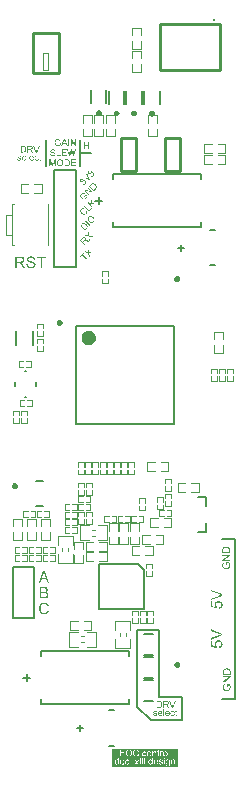
<source format=gbr>
%FSTAX26Y26*%
%MOMM*%
%SFA1B1*%

%IPPOS*%
%ADD56C,0.250000*%
%ADD57C,0.599999*%
%ADD58C,0.100000*%
%ADD59C,0.177800*%
%ADD60C,0.253999*%
%ADD61C,0.203200*%
%ADD62C,0.200000*%
%ADD63C,0.127000*%
%ADD64C,0.152400*%
%LNpcb_legend_top-1*%
%LPD*%
G36*
X142494Y01273073D02*
Y00353644D01*
X086614*
Y01273073*
Y0193233*
X142494*
Y01273073*
G37*
G36*
X13828369Y05387492D02*
X13751737D01*
X13532256Y05953556*
X13613257*
X13760577Y05542178*
X13760958Y05541441*
X13761339Y05539968*
X13762431Y05537377*
X13763548Y05533694*
X13764996Y05529275*
X1376685Y05524119*
X13768679Y05518607*
X13770889Y05511977*
X13773099Y05505348*
X1377569Y05497982*
X13780465Y05482132*
X13785646Y05465927*
X13790422Y05449366*
Y05449722*
X13791158Y05451576*
X13791895Y05453786*
X13792631Y05457469*
X13794105Y05461508*
X13795578Y05466664*
X13797051Y05472201*
X13798905Y05478449*
X13801115Y05485079*
X13803325Y05492445*
X1380589Y05500192*
X13808456Y05508294*
X13814348Y05524855*
X13820622Y05542178*
X13973835Y05953556*
X14050086*
X13828369Y05387492*
G37*
G36*
X13283285Y05953201D02*
X13289534D01*
X132969Y0595282*
X13305002Y05952464*
X13313486Y05951728*
X13322681Y05950991*
X13332256Y05949873*
X13351408Y05946927*
X13360628Y05945454*
X13369823Y05943244*
X13378307Y05940679*
X13386028Y05938088*
X13386409*
X13387857Y05937351*
X13389711Y05936615*
X13392658Y05935141*
X13395985Y05933313*
X13399668Y05931458*
X13404088Y05928893*
X13408863Y05925566*
X13413638Y05922264*
X1341882Y059182*
X13423976Y0591378*
X13429107Y05909005*
X13434288Y05903468*
X13439419Y05897575*
X13444575Y05891326*
X13448995Y05884316*
X13449376Y0588396*
X13450112Y05882487*
X13451205Y05880633*
X13452678Y05877687*
X13454532Y05874004*
X13456386Y05869584*
X13458596Y05864809*
X13460806Y05859272*
X13463016Y05853023*
X13465225Y05846394*
X13467054Y05839383*
X13468908Y05832017*
X13470356Y05824296*
X13471474Y05816193*
X1347221Y0580771*
X13472566Y05799251*
Y05798515*
Y05796661*
X1347221Y05793359*
X13471855Y05789295*
X13471474Y05784138*
X13470356Y0577789*
X13469264Y05771261*
X13467791Y05763895*
X13465581Y05756148*
X13463016Y05747689*
X13460069Y05739206*
X13456005Y05730748*
X13451586Y05722264*
X13446429Y05713425*
X13440537Y05705322*
X13433526Y0569722*
X13433171Y05696864*
X13431697Y05695391*
X13429488Y05693181*
X13426186Y0569059*
X13422122Y05687288*
X13416965Y05683605*
X13410717Y05679541*
X13403707Y05675122*
X13395985Y05670702*
X13386765Y05666282*
X13376808Y05661863*
X1336614Y05657824*
X13354354Y0565376*
X13341477Y05650458*
X13327456Y05647512*
X13312749Y05644921*
X13313105*
X13314197Y05644184*
X13315696Y05643448*
X13317524Y05642356*
X13320115Y05641238*
X13323036Y05639765*
X13329666Y05636082*
X13337057Y05631662*
X13344398Y05627243*
X13351789Y05622086*
X13358037Y0561693*
X13358418Y05616575*
X13359511Y05615457*
X13361365Y05613984*
X13363575Y05611418*
X13366496Y05608472*
X13369823Y05605145*
X13373887Y05600725*
X13378307Y05596305*
X13382726Y05590794*
X13387501Y05585256*
X13392658Y05579008*
X13398195Y05572379*
X13403707Y05565368*
X13409218Y05557647*
X13414756Y055499*
X13420267Y05541441*
X13518616Y05387492*
X13424687*
X13349579Y05504967*
X13349198Y05505704*
X13348106Y05507177*
X13346252Y05509768*
X13344042Y05513451*
X13341477Y05517489*
X13338149Y05522645*
X13334466Y05528183*
X13330428Y05534075*
X13321944Y05546598*
X13312749Y05559475*
X13303885Y05571998*
X13299465Y0557789*
X13295426Y05583047*
X13295045Y05583428*
X13294309Y05584164*
X13293217Y05585637*
X13291743Y05587466*
X13289889Y05589676*
X1328806Y05592267*
X13282904Y0559816*
X13277011Y05604408*
X13270738Y05610682*
X13264108Y05616194*
X13260806Y05618784*
X13257479Y05620994*
X13256768Y0562135*
X13254558Y05622823*
X1325123Y05624677*
X13246811Y05626887*
X13241655Y05629452*
X13235762Y05632043*
X13229869Y05634253*
X1322324Y05636082*
X13222503*
X13220649Y05636463*
X13217728Y05636818*
X13213308Y05637555*
X13207415Y05637936*
X13200405Y05638292*
X13191566Y05638673*
X13094716*
Y05387492*
X13019557*
Y05953556*
X13278129*
X13283285Y05953201*
G37*
G36*
X12658648D02*
X12665278D01*
X12672263Y0595282*
X12679629Y05952464*
X12687731Y05952083*
X12696215Y05951728*
X12712776Y05950254*
X12720878Y05949137*
X12728981Y05948045*
X12736347Y05946927*
X12743357Y05945454*
X12744069*
X12745567Y05945098*
X12748133Y05944362*
X12751435Y05943244*
X12755499Y05942152*
X12760655Y05940298*
X12766167Y05938469*
X12772085Y05936259*
X12778333Y05933668*
X12784963Y05930722*
X12791948Y0592742*
X12798958Y05923737*
X12805968Y05919673*
X12812953Y05915253*
X12819583Y05910097*
X12826212Y05904941*
X12826568Y05904585*
X12828066Y05903112*
X12830632Y05900902*
X12833578Y05897956*
X12837261Y05894273*
X12841681Y05889853*
X12846456Y05884697*
X12851638Y05878804*
X12856768Y05871794*
X12862306Y05864809*
X12867817Y05856706*
X12873355Y05848223*
X12878866Y05839028*
X12884048Y05829071*
X12888823Y05818759*
X12893243Y05808091*
X12893598Y05807354*
X12894335Y058055*
X12895453Y05802198*
X12896545Y05797778*
X12898399Y05792241*
X12900228Y05785612*
X12902082Y0577789*
X12904292Y05769051*
X12906502Y05759831*
X12908356Y05749518*
X12910185Y05738469*
X12912039Y05726684*
X12913131Y05714161*
X12914249Y05701284*
X12914985Y05687644*
X12915341Y05673648*
Y05672912*
Y05670702*
Y056674*
X12914985Y0566298*
Y05657088*
X12914604Y05650458*
X12914249Y05643092*
X12913487Y05635345*
X12912775Y05626506*
X12911658Y05617311*
X12909067Y0559816*
X12905409Y05578271*
X12900228Y0555912*
Y05558383*
X12899517Y0555691*
X12898755Y05554319*
X12897662Y05551017*
X12896189Y05546598*
X12894335Y05541797*
X12892125Y05536285*
X12889915Y05530011*
X1288735Y05523763*
X12884404Y05517134*
X12877774Y05503494*
X12870408Y05489498*
X1286637Y05482869*
X12861925Y05476621*
X12861569Y0547624*
X12860832Y05475147*
X12859715Y05473674*
X12857886Y05471083*
X12855676Y05468518*
X12853085Y05465191*
X12850139Y05461889*
X12846837Y05458206*
X12839115Y05449722*
X12830276Y05441264*
X12820675Y05433161*
X12810388Y05425414*
X12810007Y05425059*
X1280927Y05424678*
X12807416Y05423585*
X12805206Y05422468*
X12802641Y05420639*
X12799339Y05419166*
X12795656Y05416956*
X12791592Y05414746*
X12786817Y05412536*
X12781635Y05410327*
X12776123Y05407736*
X12769875Y05405526*
X12763601Y05403316*
X12756972Y05401106*
X12742595Y05397068*
X1274224*
X12740767Y05396687*
X12738557Y05396331*
X1273561Y05395595*
X12731927Y05394858*
X12727508Y05394121*
X12722352Y05393004*
X12716459Y05392267*
X12710185Y05391531*
X127032Y05390438*
X12695478Y05389702*
X12687731Y05388965*
X12679248Y05388229*
X12670409Y05387848*
X12651638Y05387492*
X12447219*
Y05953556*
X12653111*
X12658648Y05953201*
G37*
G36*
X1233711Y0512732D02*
X12341148D01*
X12346305Y05126939*
X12351842Y05126583*
X12357735Y05125847*
X12364008Y0512511*
X12370993Y05124373*
X12384989Y05121808*
X12399721Y05118481*
X12413716Y05113705*
X12414097*
X12415189Y05112969*
X12417018Y05112207*
X12419609Y05111115*
X12422555Y05109641*
X12426238Y05108168*
X12433985Y05103749*
X12442799Y05098237*
X12451638Y05091963*
X12460122Y05084216*
X12464186Y05080177*
X12467488Y05075758*
X12467869Y05075377*
X12468225Y05074666*
X12469317Y05073167*
X12470434Y05071338*
X12471908Y05069128*
X12473381Y05066182*
X12475235Y05062855*
X12477064Y05059197*
X12479274Y05054777*
X12481128Y05049977*
X12483338Y05044821*
X12485166Y05038928*
X12486995Y05033035*
X12488849Y05026406*
X12490323Y05019776*
X12491796Y0501241*
X12423648Y05003215*
Y05003571*
X12423292Y05004689*
Y05006136*
X12422555Y05008346*
X12421819Y05010937*
X12421082Y05014239*
X12418517Y05021249*
X12415189Y05029352*
X12410389Y05037455*
X12407468Y05041519*
X12404496Y05045176*
X12400838Y0504924*
X12396774Y05052568*
X12396419Y05052923*
X12395657Y05053279*
X12394565Y05054015*
X12392736Y05055489*
X12390526Y05056606*
X1238758Y05058079*
X12384252Y05059908*
X12380569Y05061407*
X12376505Y05063236*
X1237173Y05064709*
X12366574Y05066182*
X12361037Y05067655*
X12355169Y05068747*
X12348514Y05069509*
X12341529Y05069865*
X12334163Y05070246*
X12329744*
X12326416Y05069865*
X12322378*
X12317958Y05069509*
X12312802Y05068747*
X12307646Y05068392*
X12296216Y05066538*
X12285167Y05063617*
X12279655Y05061762*
X12274499Y05059553*
X12269698Y05057343*
X1226566Y05054396*
X12265279*
X12264923Y0505366*
X12262358Y0505145*
X12259386Y05048148*
X12255728Y05043728*
X12251664Y05038547*
X12248718Y05032298*
X12246127Y05025288*
X12245771Y05021605*
X12245416Y05017566*
Y0501683*
Y05015357*
X12245771Y05012766*
X12246508Y05009464*
X12247626Y05005781*
X12249099Y05001717*
X12250928Y04997297*
X12253874Y04993259*
X12254255Y04992878*
X12255347Y04991404*
X12257557Y04989195*
X12260503Y04986629*
X12264186Y04983683*
X12268606Y04980355*
X12274118Y04977409*
X12280392Y04974488*
X12281128*
X12281865Y04974107*
X12282957Y04973726*
X12284456Y0497337*
X12286284Y04972634*
X12288875Y04971897*
X12291796Y04970805*
X12295479Y04969687*
X12299899Y04968595*
X12305055Y04967097*
X12310592Y04965649*
X12317222Y04963795*
X12324588Y04961585*
X1233269Y04959375*
X12341885Y0495681*
X12342266*
X12342647Y04956429*
X12343739*
X12345212Y04956048*
X12348895Y04954955*
X12354052Y04953482*
X12359944Y04951628*
X12366574Y04949799*
X12374295Y04947589*
X12382398Y0494538*
X12399365Y04940223*
X12416307Y04934686*
X1242441Y04932121*
X12431776Y04929555*
X12438761Y04926965*
X12444653Y04924399*
X12445009*
X12446127Y04923637*
X124476Y04922926*
X12449429Y04922189*
X12452019Y04920716*
X12454585Y04919218*
X1246124Y04915179*
X12468606Y04910023*
X12476327Y04903749*
X12483693Y04896408*
X12490323Y04887925*
X12490678Y04887569*
X12491059Y04886807*
X12491796Y04885359*
X12492888Y04883505*
X12494387Y04881295*
X12495834Y04878349*
X12497308Y04875403*
X12498806Y0487172*
X12500279Y048673*
X12501727Y0486288*
X12503226Y04858105*
X12504699Y04852949*
X12506528Y04841519*
X12507264Y04835245*
Y04828616*
Y0482826*
Y04827168*
Y04825314*
X12506909Y04822748*
X12506528Y04819421*
X12506147Y04816119*
X12505436Y04811699*
X12504699Y04807254*
X12502489Y04797323*
X12498806Y04786274*
X12496596Y04780381*
X12493625Y04774869*
X12490678Y04768977*
X12486995Y04763058*
X1248664Y04762703*
X12485903Y04761585*
X12484785Y04760137*
X12483338Y04757928*
X12481128Y04755337*
X12478537Y0475239*
X12475591Y04749088*
X12472289Y04745761*
X12468225Y04742078*
X12463805Y04738039*
X12459004Y04733975*
X12453848Y04730292*
X12447955Y04726228*
X12442088Y04722545*
X12435459Y04718888*
X12428448Y0471556*
X12428067*
X12426619Y04714824*
X12424765Y04714087*
X12421819Y04712995*
X12418136Y04711877*
X12413716Y04710404*
X12408916Y04708931*
X12403404Y04707458*
X12397155Y04705629*
X12390526Y04704156*
X12383516Y04702657*
X12375769Y04701565*
X12367666Y04700447*
X12359589Y04699736*
X1235075Y04699355*
X12341885Y04699*
X12336373*
X12334163Y04699355*
X12328626*
X12321997Y04700092*
X12314275Y04700828*
X12305817Y04701946*
X12296597Y04703038*
X12287021Y04704867*
X1227709Y04707077*
X12266777Y04709668*
X1225682Y04712995*
X12246889Y04716678*
X12237288Y04721098*
X12228449Y04726228*
X1221999Y04732147*
X12219635Y04732502*
X12218136Y04733594*
X12215926Y0473583*
X12213361Y04738395*
X12210059Y04741697*
X12205995Y04746117*
X12201956Y04750917*
X12197537Y0475681*
X12193117Y04763439*
X12188698Y04770805*
X12183897Y04778908*
X12179858Y04787747*
X12175794Y04797323*
X12172111Y04807635*
X12169165Y04818684*
X121666Y0483047*
X12235078Y04841138*
Y04840782*
X12235459Y04839309*
X12235815Y04837099*
X12236577Y04834509*
X12237288Y04830826*
X12238405Y04826787*
X12239879Y04822367*
X12241352Y04817948*
X12245771Y04807635*
X12248337Y04802479*
X12251309Y04796967*
X12254611Y04791786*
X12258675Y04787011*
X12262713Y04782235*
X12267488Y04777816*
X12267869Y04777435*
X12268606Y04776698*
X12270435Y04775962*
X12272289Y04774488*
X12275235Y0477266*
X12278537Y04770805*
X12282246Y04768977*
X12286665Y04767122*
X12291796Y04764913*
X12297333Y04763058*
X12303226Y0476123*
X12309856Y04759375*
X12317222Y04757928*
X12324588Y04757166*
X12333046Y04756429*
X12341529Y04756073*
X12345949*
X12349276Y04756429*
X12353315Y0475681*
X12357735Y04757166*
X12362891Y04757547*
X12368428Y04758639*
X12379833Y04760849*
X12391618Y04764176*
X12397511Y04766386*
X12403048Y04768977*
X12407823Y04771898*
X12412599Y04775225*
X1241298Y04775606*
X12413716Y04775962*
X12414808Y04777079*
X12416307Y04778527*
X12418136Y04780737*
X12419965Y04782947*
X1242441Y04788484*
X12428448Y04795113*
X12432131Y04802835*
X12433604Y04807254*
X12434697Y04811699*
X12435459Y04816475*
X12435814Y04821275*
Y04821631*
Y04822367*
Y04823485*
X12435459Y04825314*
X12434697Y04829378*
X12433249Y0483489*
X12430658Y04840782*
X12426975Y04847056*
X12424765Y04849977*
X12422174Y04852949*
X12418872Y04855895*
X12415189Y04858461*
X12414453Y04858816*
X12413335Y04859578*
X12412243Y04860315*
X12410033Y04861026*
X12407823Y04862144*
X12404496Y04863236*
X12400838Y04864709*
X12396419Y04866563*
X12391618Y04868037*
X12385725Y04870246*
X12379096Y04872075*
X1237173Y04874285*
X12363627Y04876495*
X12354407Y04879086*
X12344095Y04881676*
X12343739*
X12343358Y04882032*
X12342266*
X12340793Y04882388*
X12336729Y04883505*
X12331598Y04884978*
X12325324Y04886452*
X12318339Y04888661*
X12310592Y04890871*
X12302109Y04893081*
X12284456Y04898618*
X12275616Y04901184*
X12267133Y0490413*
X12258675Y04907076*
X12250928Y04909667*
X12243917Y04912588*
X12238024Y04915179*
X12237669*
X12236932Y04915916*
X12235078Y04916652*
X12233249Y04917744*
X12230658Y04919218*
X12228093Y04921072*
X12221464Y04925491*
X12214098Y04931029*
X12206732Y04937658*
X12199366Y0494538*
X12193117Y04954219*
Y04954574*
X12192355Y04955336*
X12191619Y0495681*
X12190907Y04958638*
X1218979Y04960848*
X12188317Y04963795*
X12186843Y04967097*
X12185726Y04970424*
X12182805Y04978908*
X12180214Y04988102*
X12178741Y04998415*
X12178004Y05009464*
Y05009845*
Y05010556*
Y05012029*
X12178385Y05014239*
Y05016449*
X12178741Y05019395*
X12179477Y05026025*
X12180951Y05033772*
X1218316Y05042255*
X12186488Y05051069*
X12190526Y05059908*
Y05060289*
X12191263Y05061026*
X12192Y05062118*
X12192736Y05063972*
X12195683Y05068036*
X12199366Y05073548*
X12204522Y05079796*
X12210415Y05086426*
X12217044Y050927*
X12224766Y05098948*
X12225147*
X12225528Y05099329*
X12227737Y05100802*
X12231395Y05103012*
X12236577Y05105958*
X12242825Y05109286*
X12250191Y05112588*
X1225903Y05115915*
X12268987Y05119217*
X12269343*
X12270079Y05119598*
X12271908Y05119954*
X12273762Y0512069*
X12276328Y05121046*
X12279655Y05121808*
X12282957Y05122519*
X12287021Y05123637*
X12291441Y05124373*
X1229586Y0512511*
X12306173Y05126228*
X12317222Y0512732*
X12329007Y05127675*
X12333808*
X1233711Y0512732*
G37*
G36*
X13817676D02*
X13822476D01*
X13828369Y05126583*
X13834618Y05125847*
X13841984Y05124729*
X13850086Y05123637*
X13858544Y05121808*
X13867409Y05119598*
X13876248Y05116626*
X13885443Y05113324*
X13894638Y05109641*
X13903477Y05104866*
X13912316Y05099685*
X13920419Y05093817*
X139208Y05093436*
X13922273Y05092319*
X13924483Y05090109*
X13927429Y05087543*
X13930757Y05084216*
X1393444Y05079796*
X13938859Y05074666*
X13943279Y05069128*
X13948054Y05062499*
X13952474Y05055489*
X13957249Y05047386*
X13961668Y05038928*
X13965732Y05029708*
X13969415Y05019776*
X13972717Y05009108*
X13975308Y04997678*
X13907541Y04987366*
Y04987747*
X13907185Y04989195*
X13906449Y04991404*
X13905687Y04993995*
X13904595Y04997678*
X13903121Y05001361*
X13901648Y05005781*
X13899819Y05010556*
X13895019Y05020513*
X13889126Y05030825*
X1388176Y05040757*
X13877696Y05045176*
X13873276Y0504924*
X13872921Y05049596*
X13872184Y05049977*
X13870711Y05051069*
X13868857Y05052568*
X13866647Y05054015*
X13863726Y0505587*
X13860399Y05057698*
X13856716Y05059908*
X13852677Y05061762*
X13848257Y05063617*
X13843076Y05065445*
X13837945Y05066919*
X13832408Y05068392*
X13826515Y05069509*
X13820267Y05069865*
X13813993Y05070246*
X13811783*
X13808837Y05069865*
X13805154Y05069509*
X13800734Y05069128*
X13795578Y05068392*
X13790066Y05066919*
X13783792Y05065445*
X13777163Y05063617*
X13770178Y05061026*
X13763167Y05058079*
X13755801Y05054396*
X13748816Y05049977*
X13741806Y05045176*
X13734796Y05039309*
X13728547Y05032679*
X13728166Y05032298*
X13727074Y05030825*
X13725601Y05028615*
X13723391Y05025669*
X13720826Y05021605*
X13718235Y05016449*
X13715288Y05010556*
X13712342Y05003571*
X13709015Y04995849*
X13706068Y04986985*
X13703503Y04977409*
X13700937Y04966385*
X13698728Y04954574*
X13697229Y04942078*
X13696137Y04928057*
X13695756Y04913325*
Y04912969*
Y04912233*
Y04911115*
Y04909667*
Y04907813*
X13696137Y04905603*
Y0489971*
X13696873Y04893081*
X1369761Y04885359*
X13698347Y04876495*
X1369982Y048673*
X13701293Y04857724*
X13703503Y04847767*
X13706068Y04837836*
X13709015Y04827879*
X13712698Y04818329*
X13717117Y04809109*
X13721918Y04801006*
X13727455Y04793259*
X13727811Y04792903*
X13728928Y04791786*
X13730757Y04789957*
X13733348Y04787366*
X13736269Y04784801*
X13740333Y04781499*
X13744752Y04778171*
X13749528Y04774869*
X13755446Y04771186*
X13761694Y04767859*
X13768324Y04764557*
X1377569Y04761966*
X13783792Y04759375*
X13791895Y04757547*
X13801115Y04756429*
X1381031Y04756073*
X13814348*
X13817295Y04756429*
X13820622Y0475681*
X13824686Y04757547*
X13829106Y04758283*
X13834237Y04759375*
X1384493Y04762347*
X13850467Y04764176*
X13856335Y04766767*
X13861872Y04769688*
X13867765Y04773015*
X13873276Y04776698*
X13878458Y04781118*
X13878814Y04781499*
X1387955Y04782235*
X13881023Y04783709*
X13882878Y04785918*
X13885087Y04788484*
X13887653Y04791786*
X13890218Y0479585*
X13893165Y04800269*
X13896136Y04805426*
X13899057Y04810937*
X13902029Y04817211*
X13904976Y04824196*
X13907541Y04831943*
X13909751Y04840046*
X13911961Y04848885*
X13913434Y04858461*
X13981938Y04849266*
Y04848885*
Y04848529*
X13981557Y04847412*
X13981201Y0484632*
X13980464Y04842637*
X13979347Y04837455*
X13977899Y04831588*
X13976045Y04824958*
X13973479Y04817211*
X13970508Y04809109*
X13966825Y04800269*
X13962786Y04791075*
X13957985Y04781854*
X13952829Y0477266*
X13946581Y04763795*
X13939951Y04754956*
X13932585Y04746498*
X13924127Y04738776*
X13923746Y04738395*
X13921917Y04736922*
X13919327Y04735068*
X13915999Y04732502*
X13911224Y04729556*
X13906068Y04726228*
X13899819Y04722545*
X13892809Y04718888*
X13884706Y04715205*
X13876248Y04711496*
X13867028Y04708194*
X13857097Y04705248*
X13846403Y04702657*
X13834999Y04700828*
X13823188Y04699355*
X13811046Y04699*
X13807363*
X13805154Y04699355*
X13802944*
X13797051Y04699736*
X13790066Y04700828*
X13781582Y04701946*
X13772388Y04703775*
X13762431Y04705985*
X13751737Y04708931*
X13741069Y04712258*
X13729665Y04716678*
X13718235Y0472219*
X13707186Y04728438*
X13696137Y0473583*
X13685469Y04744288*
X13675512Y04753864*
X13674775Y047546*
X13673302Y04756429*
X13670737Y04759756*
X13667409Y04764176*
X13663726Y04769688*
X13659307Y04776698*
X13654506Y04784801*
X13650087Y04793996*
X13645311Y04804689*
X13640536Y04816475*
X13636117Y04829378*
X13632408Y04843348*
X13629106Y04858816*
X13626515Y04875403*
X13625068Y04892725*
X13624306Y04911496*
Y04911877*
Y04912233*
Y04914442*
Y04918125*
X13624687Y04922545*
X13625068Y04928438*
X13625423Y04935067*
X1362616Y04942789*
X13627277Y04950917*
X1362837Y04959756*
X13629843Y04969306*
X13631697Y04978908*
X13633526Y04988839*
X13636117Y04998796*
X13639038Y05008727*
X13642365Y05018303*
X13646429Y05027879*
X13646785Y05028615*
X13647521Y05030089*
X13648639Y05032679*
X13650468Y05035981*
X13653058Y05040045*
X13655624Y05044821*
X13659307Y05050358*
X1366299Y0505587*
X13667409Y05061762*
X13672566Y05068036*
X13678077Y05074285*
X13683996Y05080558*
X13690625Y05086426*
X1369761Y05092319*
X13705357Y05097856*
X1371346Y05102656*
X13713815Y05103012*
X13715669Y05103749*
X13717879Y05104866*
X13721181Y05106695*
X13725601Y05108549*
X13730376Y05110759*
X13736269Y05112969*
X13742543Y05115179*
X13749528Y05117388*
X13757275Y05119954*
X13765377Y05121808*
X13773835Y05123637*
X13782675Y05125466*
X13791895Y05126583*
X13801471Y0512732*
X13811427Y05127675*
X13814348*
X13817676Y0512732*
G37*
G36*
X13098018Y04708194D02*
X13028396D01*
Y05274259*
X13098018*
Y04708194*
G37*
G36*
X14123009Y05118125D02*
X14192986D01*
Y05064328*
X14123009*
Y04824196*
Y04823841*
Y04823104*
Y04821275*
Y04819421*
Y04817211*
X14123365Y04814265*
Y04808372*
X14123746Y04801743*
X14124457Y04795469*
X14125575Y04789957*
X14125956Y04787747*
X14126667Y04785918*
X14127048Y04785537*
X14127429Y04784445*
X14128165Y04782947*
X14129639Y04781118*
X14131086Y04778908*
X14133296Y04776698*
X14135506Y04774488*
X14138478Y04772279*
X14138833Y04771898*
X14139926Y04771542*
X14142135Y04770805*
X14144726Y04770069*
X14148028Y04768977*
X14152092Y04768215*
X14156867Y04767859*
X14162405Y04767478*
X14167205*
X14170507Y04767859*
X14174927Y04768215*
X14180439Y04768596*
X14186357Y04769332*
X14192986Y04770069*
X14203299Y04708931*
X14202918*
X14201825Y04708575*
X14200327*
X14198498Y04708194*
X14195907Y04707458*
X14192605Y04707077*
X14189278Y04706721*
X14185595Y04705985*
X14177518Y04704867*
X14168678Y04704156*
X14159458Y04703419*
X14150619Y04703038*
X14146936*
X14144345Y04703419*
X14141043*
X1413736Y04703775*
X14133296Y04704156*
X14128877Y04704511*
X14119682Y04705985*
X14109725Y04708194*
X14100175Y04710785*
X14095755Y04712614*
X14091691Y04714824*
X14091335*
X14090954Y0471556*
X14089837Y04715916*
X14088389Y04717034*
X14084706Y04719599*
X14080286Y04723307*
X14075486Y04727727*
X14070685Y04732858*
X14066266Y04739132*
X14062608Y04746117*
Y04746498*
X14062227Y04747234*
X14061846Y04748326*
X14061135Y04750181*
X14060754Y04752746*
X14060017Y04755718*
X14059281Y04759375*
X14058544Y04763795*
X14057426Y04768977*
X14056715Y04774869*
X14055979Y04781499*
X14055598Y04788865*
X14054861Y04797323*
X14054505Y04806899*
X14054124Y04817211*
Y0482826*
Y05064328*
X14002918*
Y05118125*
X14054124*
Y05219776*
X14123009Y05261381*
Y05118125*
G37*
G36*
X13379399Y0512732D02*
X1338199D01*
X13387501Y05126939*
X13394486Y05125847*
X13402589Y05124729*
X13411809Y051229*
X13421766Y0512069*
X13432078Y05117744*
X13443127Y05114061*
X13454176Y05109286*
X13465581Y05103749*
X1347663Y05097475*
X13487679Y05090109*
X13498347Y05081295*
X13508304Y05071338*
X1350904Y05070602*
X13510514Y05068747*
X13513079Y05065445*
X13516406Y05061026*
X13520445Y05055133*
X13524865Y05048148*
X13529665Y05040045*
X13534466Y05030825*
X13539241Y05020157*
X13544016Y05008346*
X13548436Y04995468*
X135525Y04981473*
X13555827Y04966385*
X13558393Y04949799*
X13559866Y04932476*
X13560602Y04914087*
Y04913706*
Y04912969*
Y04911496*
Y04909286*
Y04906695*
Y04903393*
X13560247Y0489971*
Y04895291*
X13254177*
Y04894554*
X13254558Y04892344*
X13254913Y04888661*
X13255269Y04884242*
X13256006Y04878705*
X13257123Y04872075*
X13258596Y04864709*
X13260425Y04856988*
X13262635Y04848885*
X13265226Y04840427*
X13268528Y04831943*
X13272236Y04823104*
X13276275Y04814646*
X13281075Y04806518*
X13286587Y04798796*
X1329248Y04791786*
X13292836Y0479143*
X13293953Y04790338*
X13296163Y04788484*
X13298728Y04786274*
X13302056Y04783709*
X13306094Y04780381*
X13310895Y04777435*
X13316051Y04774107*
X13321944Y04770424*
X13328573Y04767478*
X13335558Y04764557*
X13343305Y04761585*
X13351408Y04759375*
X13359866Y04757547*
X13368705Y04756429*
X13378307Y04756073*
X1338199*
X13384555Y04756429*
X13387857Y0475681*
X13391921Y04757166*
X13395985Y04757928*
X1340076Y04758639*
X13411073Y04760849*
X13422122Y04764557*
X13427659Y04766767*
X13432815Y04769332*
X13438327Y0477266*
X13443483Y04775962*
X13443839Y04776317*
X13444575Y04777079*
X13446048Y04778171*
X13447903Y04779645*
X13450468Y04781854*
X13453059Y04784801*
X13456005Y04787747*
X13458952Y0479143*
X13462635Y0479585*
X13465937Y04800625*
X13469645Y04805807*
X13473328Y04811699*
X1347663Y04817948*
X13480313Y04824577*
X13483615Y04831943*
X13486587Y04840046*
X13558393Y04831207*
X13558037Y0483047*
X13557656Y04828616*
X13556538Y04825314*
X13555065Y04820894*
X13553236Y04815738*
X13550646Y0480949*
X13547699Y04802835*
X13544016Y04795469*
X13539978Y04787747*
X13535558Y04779645*
X13530402Y04771542*
X13524509Y04763439*
X13518235Y04755337*
X1351125Y04747615*
X13503884Y04740249*
X13495426Y04733594*
X13495045Y04733239*
X13493216Y04732147*
X13490625Y04730292*
X13486942Y04728083*
X13482523Y04725517*
X13476986Y04722545*
X13470737Y04719599*
X13463371Y04716297*
X13455269Y04712995*
X13446429Y04710049*
X13436854Y04707077*
X13426541Y04704511*
X13415492Y04702302*
X13403326Y04700447*
X13391184Y04699355*
X13377926Y04699*
X13373887*
X13371677Y04699355*
X13369467*
X13366496Y04699736*
X13363194*
X13355447Y04700828*
X13346607Y04701946*
X13337057Y04703775*
X13326364Y04705985*
X13315315Y04708931*
X13303529Y04712614*
X13291743Y04717034*
X13279577Y0472219*
X13267817Y04728438*
X13256387Y04736185*
X13245338Y04744669*
X13235025Y04754219*
X13234289Y04754956*
X13232815Y0475681*
X13230225Y04760137*
X13226923Y04764557*
X13222859Y04770069*
X13218439Y04777079*
X13213664Y04785156*
X13208889Y04794377*
X13203707Y04804689*
X13198932Y04816475*
X13194512Y04829378*
X13190448Y04842992*
X13187146Y04858105*
X13184555Y04874285*
X13183108Y04891227*
X13182346Y04909667*
Y04910023*
Y04910759*
Y04912233*
Y04914087*
X13182727Y04916652*
Y04919599*
X13183108Y04922926*
Y04926609*
X13183463Y04931029*
X13183819Y04935448*
X13185317Y0494538*
X13186765Y04956429*
X13188975Y04968595*
X13191947Y04981117*
X13195249Y04994376*
X13199668Y05007635*
X13204825Y05021249*
X13211098Y05034127*
X13218083Y0504703*
X13226567Y05059197*
X13235762Y05070246*
X13236498Y05070957*
X13238327Y05072811*
X13241299Y05075377*
X13245338Y05079085*
X13250875Y05083505*
X13257123Y0508828*
X13264489Y05093436*
X13272947Y05098948*
X13282549Y05104485*
X13292836Y05109641*
X13304266Y05114417*
X13316407Y05118836*
X13329666Y05122519*
X13343686Y0512511*
X13358418Y05126939*
X13373887Y05127675*
X13377545*
X13379399Y0512732*
G37*
G36*
X12763601D02*
X12766167D01*
X12771704Y05126939*
X12778689Y05125847*
X12786817Y05124729*
X12796012Y051229*
X12805968Y0512069*
X12816255Y05117744*
X12827304Y05114061*
X12838379Y05109286*
X12849783Y05103749*
X12860832Y05097475*
X12871881Y05090109*
X12882575Y05081295*
X12892506Y05071338*
X12893243Y05070602*
X12894716Y05068747*
X12897307Y05065445*
X12900609Y05061026*
X12904647Y05055133*
X12909067Y05048148*
X12913868Y05040045*
X12918668Y05030825*
X12923443Y05020157*
X12928219Y05008346*
X12932638Y04995468*
X12936702Y04981473*
X1294003Y04966385*
X12942595Y04949799*
X12944068Y04932476*
X12944805Y04914087*
Y04913706*
Y04912969*
Y04911496*
Y04909286*
Y04906695*
Y04903393*
X12944449Y0489971*
Y04895291*
X12638379*
Y04894554*
X12638735Y04892344*
X12639116Y04888661*
X12639497Y04884242*
X12640208Y04878705*
X12641326Y04872075*
X12642799Y04864709*
X12644628Y04856988*
X12646837Y04848885*
X12649428Y04840427*
X12652756Y04831943*
X12656439Y04823104*
X12660477Y04814646*
X12665278Y04806518*
X1267079Y04798796*
X12676682Y04791786*
X12677038Y0479143*
X12678156Y04790338*
X12680365Y04788484*
X12682956Y04786274*
X12686258Y04783709*
X12690297Y04780381*
X12695097Y04777435*
X12700254Y04774107*
X12706146Y04770424*
X12712776Y04767478*
X12719786Y04764557*
X12727508Y04761585*
X1273561Y04759375*
X12744069Y04757547*
X12752908Y04756429*
X12762509Y04756073*
X12766167*
X12768757Y04756429*
X12772085Y0475681*
X12776123Y04757166*
X12780187Y04757928*
X12784963Y04758639*
X12795275Y04760849*
X12806324Y04764557*
X12811836Y04766767*
X12817017Y04769332*
X12822529Y0477266*
X12827685Y04775962*
X12828066Y04776317*
X12828778Y04777079*
X12830276Y04778171*
X12832105Y04779645*
X12834696Y04781854*
X12837261Y04784801*
X12840208Y04787747*
X12843154Y0479143*
X12846837Y0479585*
X12850139Y04800625*
X12853847Y04805807*
X12857505Y04811699*
X12860832Y04817948*
X12864515Y04824577*
X12867817Y04831943*
X12870789Y04840046*
X12942595Y04831207*
X12942239Y0483047*
X12941858Y04828616*
X12940766Y04825314*
X12939268Y04820894*
X12937439Y04815738*
X12934848Y0480949*
X12931927Y04802835*
X12928219Y04795469*
X1292418Y04787747*
X1291976Y04779645*
X12914604Y04771542*
X12908711Y04763439*
X12902438Y04755337*
X12895453Y04747615*
X12888087Y04740249*
X12879628Y04733594*
X12879247Y04733239*
X12877419Y04732147*
X12874828Y04730292*
X12871145Y04728083*
X12866725Y04725517*
X12861188Y04722545*
X1285494Y04719599*
X12847574Y04716297*
X12839471Y04712995*
X12830632Y04710049*
X12821056Y04707077*
X12810744Y04704511*
X12799695Y04702302*
X12787528Y04700447*
X12775387Y04699355*
X12762128Y04699*
X12758089*
X1275588Y04699355*
X12753644*
X12750698Y04699736*
X12747396*
X12739649Y04700828*
X12730835Y04701946*
X12721259Y04703775*
X12710566Y04705985*
X12699517Y04708931*
X12687731Y04712614*
X12675946Y04717034*
X12663779Y0472219*
X12652019Y04728438*
X12640589Y04736185*
X1262954Y04744669*
X12619228Y04754219*
X12618491Y04754956*
X12617018Y0475681*
X12614427Y04760137*
X12611125Y04764557*
X12607086Y04770069*
X12602667Y04777079*
X12597866Y04785156*
X12593066Y04794377*
X12587935Y04804689*
X12583134Y04816475*
X12578715Y04829378*
X12574676Y04842992*
X12571349Y04858105*
X12568758Y04874285*
X12567285Y04891227*
X12566548Y04909667*
Y04910023*
Y04910759*
Y04912233*
Y04914087*
X12566929Y04916652*
Y04919599*
X12567285Y04922926*
Y04926609*
X12567666Y04931029*
X12568047Y04935448*
X12569494Y0494538*
X12570968Y04956429*
X12573177Y04968595*
X12576149Y04981117*
X12579451Y04994376*
X12583871Y05007635*
X12589027Y05021249*
X12595275Y05034127*
X12602286Y0504703*
X12610769Y05059197*
X12619964Y05070246*
X12620701Y05070957*
X12622555Y05072811*
X12625476Y05075377*
X1262954Y05079085*
X12635077Y05083505*
X12641326Y0508828*
X12648692Y05093436*
X12657175Y05098948*
X12666726Y05104485*
X12677038Y05109641*
X12688468Y05114417*
X12700609Y05118836*
X12713868Y05122519*
X12727889Y0512511*
X12742595Y05126939*
X12758089Y05127675*
X12761747*
X12763601Y0512732*
G37*
G36*
X02322169Y52402892D02*
X02245537D01*
X02026056Y52968956*
X02107057*
X02254377Y52557578*
X02254758Y52556841*
X02255139Y52555368*
X02256231Y52552777*
X02257348Y52549094*
X02258796Y52544675*
X0226065Y52539519*
X02262479Y52534007*
X02264689Y52527377*
X02266899Y52520748*
X0226949Y52513382*
X02274265Y52497532*
X02279446Y52481327*
X02284222Y52464766*
Y52465122*
X02284958Y52466976*
X02285695Y52469186*
X02286431Y52472869*
X02287905Y52476908*
X02289378Y52482064*
X02290851Y52487601*
X02292705Y52493849*
X02294915Y52500479*
X02297125Y52507845*
X0229969Y52515592*
X02302256Y52523694*
X02308148Y52540255*
X02314422Y52557578*
X02467635Y52968956*
X02543886*
X02322169Y52402892*
G37*
G36*
X01777085Y52968601D02*
X01783334D01*
X017907Y5296822*
X01798802Y52967864*
X01807286Y52967128*
X01816481Y52966391*
X01826056Y52965273*
X01845208Y52962327*
X01854428Y52960854*
X01863623Y52958644*
X01872107Y52956079*
X01879828Y52953488*
X01880209*
X01881657Y52952751*
X01883511Y52952015*
X01886458Y52950541*
X01889785Y52948713*
X01893468Y52946858*
X01897888Y52944293*
X01902663Y52940966*
X01907438Y52937664*
X0191262Y529336*
X01917776Y5292918*
X01922907Y52924405*
X01928088Y52918868*
X01933219Y52912975*
X01938375Y52906726*
X01942795Y52899716*
X01943176Y5289936*
X01943912Y52897887*
X01945005Y52896033*
X01946478Y52893087*
X01948332Y52889404*
X01950186Y52884984*
X01952396Y52880209*
X01954606Y52874672*
X01956816Y52868423*
X01959025Y52861794*
X01960854Y52854783*
X01962708Y52847417*
X01964156Y52839696*
X01965274Y52831593*
X0196601Y5282311*
X01966366Y52814651*
Y52813915*
Y52812061*
X0196601Y52808759*
X01965655Y52804695*
X01965274Y52799538*
X01964156Y5279329*
X01963064Y52786661*
X01961591Y52779295*
X01959381Y52771548*
X01956816Y52763089*
X01953869Y52754606*
X01949805Y52746148*
X01945386Y52737664*
X01940229Y52728825*
X01934337Y52720722*
X01927326Y5271262*
X01926971Y52712264*
X01925497Y52710791*
X01923288Y52708581*
X01919986Y5270599*
X01915922Y52702688*
X01910765Y52699005*
X01904517Y52694941*
X01897507Y52690522*
X01889785Y52686102*
X01880565Y52681682*
X01870608Y52677263*
X0185994Y52673224*
X01848154Y5266916*
X01835277Y52665858*
X01821256Y52662912*
X01806549Y52660321*
X01806905*
X01807997Y52659584*
X01809496Y52658848*
X01811324Y52657756*
X01813915Y52656638*
X01816836Y52655165*
X01823466Y52651482*
X01830857Y52647062*
X01838198Y52642643*
X01845589Y52637486*
X01851837Y5263233*
X01852218Y52631975*
X01853311Y52630857*
X01855165Y52629384*
X01857375Y52626818*
X01860296Y52623872*
X01863623Y52620545*
X01867687Y52616125*
X01872107Y52611705*
X01876526Y52606194*
X01881301Y52600656*
X01886458Y52594408*
X01891995Y52587779*
X01897507Y52580768*
X01903018Y52573047*
X01908556Y525653*
X01914067Y52556841*
X02012416Y52402892*
X01918487*
X01843379Y52520367*
X01842998Y52521104*
X01841906Y52522577*
X01840052Y52525168*
X01837842Y52528851*
X01835277Y52532889*
X01831949Y52538045*
X01828266Y52543583*
X01824228Y52549475*
X01815744Y52561998*
X01806549Y52574875*
X01797685Y52587398*
X01793265Y5259329*
X01789226Y52598447*
X01788845Y52598828*
X01788109Y52599564*
X01787017Y52601037*
X01785543Y52602866*
X01783689Y52605076*
X0178186Y52607667*
X01776704Y5261356*
X01770811Y52619808*
X01764538Y52626082*
X01757908Y52631594*
X01754606Y52634184*
X01751279Y52636394*
X01750568Y5263675*
X01748358Y52638223*
X0174503Y52640077*
X01740611Y52642287*
X01735455Y52644852*
X01729562Y52647443*
X01723669Y52649653*
X0171704Y52651482*
X01716303*
X01714449Y52651863*
X01711528Y52652218*
X01707108Y52652955*
X01701215Y52653336*
X01694205Y52653692*
X01685366Y52654073*
X01588516*
Y52402892*
X01513357*
Y52968956*
X01771929*
X01777085Y52968601*
G37*
G36*
X01152448D02*
X01159078D01*
X01166063Y5296822*
X01173429Y52967864*
X01181531Y52967483*
X01190015Y52967128*
X01206576Y52965654*
X01214678Y52964537*
X01222781Y52963445*
X01230147Y52962327*
X01237157Y52960854*
X01237869*
X01239367Y52960498*
X01241933Y52959762*
X01245235Y52958644*
X01249299Y52957552*
X01254455Y52955698*
X01259967Y52953869*
X01265885Y52951659*
X01272133Y52949068*
X01278763Y52946122*
X01285748Y5294282*
X01292758Y52939137*
X01299768Y52935073*
X01306753Y52930653*
X01313383Y52925497*
X01320012Y52920341*
X01320368Y52919985*
X01321866Y52918512*
X01324432Y52916302*
X01327378Y52913356*
X01331061Y52909673*
X01335481Y52905253*
X01340256Y52900097*
X01345438Y52894204*
X01350568Y52887194*
X01356106Y52880209*
X01361617Y52872106*
X01367155Y52863623*
X01372666Y52854428*
X01377848Y52844471*
X01382623Y52834159*
X01387043Y52823491*
X01387398Y52822754*
X01388135Y528209*
X01389253Y52817598*
X01390345Y52813178*
X01392199Y52807641*
X01394028Y52801012*
X01395882Y5279329*
X01398092Y52784451*
X01400302Y52775231*
X01402156Y52764918*
X01403985Y52753869*
X01405839Y52742084*
X01406931Y52729561*
X01408049Y52716684*
X01408785Y52703044*
X01409141Y52689048*
Y52688312*
Y52686102*
Y526828*
X01408785Y5267838*
Y52672488*
X01408404Y52665858*
X01408049Y52658492*
X01407287Y52650745*
X01406575Y52641906*
X01405458Y52632711*
X01402867Y5261356*
X01399209Y52593671*
X01394028Y5257452*
Y52573783*
X01393317Y5257231*
X01392555Y52569719*
X01391462Y52566417*
X01389989Y52561998*
X01388135Y52557197*
X01385925Y52551685*
X01383715Y52545411*
X0138115Y52539163*
X01378204Y52532534*
X01371574Y52518894*
X01364208Y52504898*
X0136017Y52498269*
X01355725Y52492021*
X01355369Y5249164*
X01354632Y52490547*
X01353515Y52489074*
X01351686Y52486483*
X01349476Y52483918*
X01346885Y52480591*
X01343939Y52477289*
X01340637Y52473606*
X01332915Y52465122*
X01324076Y52456664*
X01314475Y52448561*
X01304188Y52440814*
X01303807Y52440459*
X0130307Y52440078*
X01301216Y52438985*
X01299006Y52437868*
X01296441Y52436039*
X01293139Y52434566*
X01289456Y52432356*
X01285392Y52430146*
X01280617Y52427936*
X01275435Y52425727*
X01269923Y52423136*
X01263675Y52420926*
X01257401Y52418716*
X01250772Y52416506*
X01236395Y52412468*
X0123604*
X01234567Y52412087*
X01232357Y52411731*
X0122941Y52410995*
X01225727Y52410258*
X01221308Y52409521*
X01216152Y52408404*
X01210259Y52407667*
X01203985Y52406931*
X01197Y52405838*
X01189278Y52405102*
X01181531Y52404365*
X01173048Y52403629*
X01164209Y52403248*
X01145438Y52402892*
X00941019*
Y52968956*
X01146911*
X01152448Y52968601*
G37*
G36*
X0083091Y5214272D02*
X00834948D01*
X00840105Y52142339*
X00845642Y52141983*
X00851535Y52141247*
X00857808Y5214051*
X00864793Y52139773*
X00878789Y52137208*
X00893521Y52133881*
X00907516Y52129105*
X00907897*
X00908989Y52128369*
X00910818Y52127607*
X00913409Y52126515*
X00916355Y52125041*
X00920038Y52123568*
X00927785Y52119149*
X00936599Y52113637*
X00945438Y52107363*
X00953922Y52099616*
X00957986Y52095577*
X00961288Y52091158*
X00961669Y52090777*
X00962025Y52090066*
X00963117Y52088567*
X00964234Y52086738*
X00965708Y52084528*
X00967181Y52081582*
X00969035Y52078255*
X00970864Y52074597*
X00973074Y52070177*
X00974928Y52065377*
X00977138Y52060221*
X00978966Y52054328*
X00980795Y52048435*
X00982649Y52041806*
X00984123Y52035176*
X00985596Y5202781*
X00917448Y52018615*
Y52018971*
X00917092Y52020089*
Y52021536*
X00916355Y52023746*
X00915619Y52026337*
X00914882Y52029639*
X00912317Y52036649*
X00908989Y52044752*
X00904189Y52052855*
X00901268Y52056919*
X00898296Y52060576*
X00894638Y5206464*
X00890574Y52067968*
X00890219Y52068323*
X00889457Y52068679*
X00888365Y52069415*
X00886536Y52070889*
X00884326Y52072006*
X0088138Y52073479*
X00878052Y52075308*
X00874369Y52076807*
X00870305Y52078636*
X0086553Y52080109*
X00860374Y52081582*
X00854837Y52083055*
X00848969Y52084147*
X00842314Y52084909*
X00835329Y52085265*
X00827963Y52085646*
X00823544*
X00820216Y52085265*
X00816178*
X00811758Y52084909*
X00806602Y52084147*
X00801446Y52083792*
X00790016Y52081938*
X00778967Y52079017*
X00773455Y52077162*
X00768299Y52074953*
X00763498Y52072743*
X0075946Y52069796*
X00759079*
X00758723Y5206906*
X00756158Y5206685*
X00753186Y52063548*
X00749528Y52059128*
X00745464Y52053947*
X00742518Y52047698*
X00739927Y52040688*
X00739571Y52037005*
X00739216Y52032966*
Y5203223*
Y52030757*
X00739571Y52028166*
X00740308Y52024864*
X00741426Y52021181*
X00742899Y52017117*
X00744728Y52012697*
X00747674Y52008659*
X00748055Y52008278*
X00749147Y52006804*
X00751357Y52004595*
X00754303Y52002029*
X00757986Y51999083*
X00762406Y51995755*
X00767918Y51992809*
X00774192Y51989888*
X00774928*
X00775665Y51989507*
X00776757Y51989126*
X00778256Y5198877*
X00780084Y51988034*
X00782675Y51987297*
X00785596Y51986205*
X00789279Y51985087*
X00793699Y51983995*
X00798855Y51982497*
X00804392Y51981049*
X00811022Y51979195*
X00818388Y51976985*
X0082649Y51974775*
X00835685Y5197221*
X00836066*
X00836447Y51971829*
X00837539*
X00839012Y51971448*
X00842695Y51970355*
X00847852Y51968882*
X00853744Y51967028*
X00860374Y51965199*
X00868095Y51962989*
X00876198Y5196078*
X00893165Y51955623*
X00910107Y51950086*
X0091821Y51947521*
X00925576Y51944955*
X00932561Y51942365*
X00938453Y51939799*
X00938809*
X00939927Y51939037*
X009414Y51938326*
X00943229Y51937589*
X00945819Y51936116*
X00948385Y51934618*
X0095504Y51930579*
X00962406Y51925423*
X00970127Y51919149*
X00977493Y51911808*
X00984123Y51903325*
X00984478Y51902969*
X00984859Y51902207*
X00985596Y51900759*
X00986688Y51898905*
X00988187Y51896695*
X00989634Y51893749*
X00991108Y51890803*
X00992606Y5188712*
X00994079Y518827*
X00995527Y5187828*
X00997026Y51873505*
X00998499Y51868349*
X01000328Y51856919*
X01001064Y51850645*
Y51844016*
Y5184366*
Y51842568*
Y51840714*
X01000709Y51838148*
X01000328Y51834821*
X00999947Y51831519*
X00999236Y51827099*
X00998499Y51822654*
X00996289Y51812723*
X00992606Y51801674*
X00990396Y51795781*
X00987425Y51790269*
X00984478Y51784377*
X00980795Y51778458*
X0098044Y51778103*
X00979703Y51776985*
X00978585Y51775537*
X00977138Y51773328*
X00974928Y51770737*
X00972337Y5176779*
X00969391Y51764488*
X00966089Y51761161*
X00962025Y51757478*
X00957605Y51753439*
X00952804Y51749375*
X00947648Y51745692*
X00941755Y51741628*
X00935888Y51737945*
X00929259Y51734288*
X00922248Y5173096*
X00921867*
X00920419Y51730224*
X00918565Y51729487*
X00915619Y51728395*
X00911936Y51727277*
X00907516Y51725804*
X00902716Y51724331*
X00897204Y51722858*
X00890955Y51721029*
X00884326Y51719556*
X00877316Y51718057*
X00869569Y51716965*
X00861466Y51715847*
X00853389Y51715136*
X0084455Y51714755*
X00835685Y517144*
X00830173*
X00827963Y51714755*
X00822426*
X00815797Y51715492*
X00808075Y51716228*
X00799617Y51717346*
X00790397Y51718438*
X00780821Y51720267*
X0077089Y51722477*
X00760577Y51725068*
X0075062Y51728395*
X00740689Y51732078*
X00731088Y51736498*
X00722249Y51741628*
X0071379Y51747547*
X00713435Y51747902*
X00711936Y51748994*
X00709726Y5175123*
X00707161Y51753795*
X00703859Y51757097*
X00699795Y51761517*
X00695756Y51766317*
X00691337Y5177221*
X00686917Y51778839*
X00682498Y51786205*
X00677697Y51794308*
X00673658Y51803147*
X00669594Y51812723*
X00665911Y51823035*
X00662965Y51834084*
X006604Y5184587*
X00728878Y51856538*
Y51856182*
X00729259Y51854709*
X00729615Y51852499*
X00730377Y51849909*
X00731088Y51846226*
X00732205Y51842187*
X00733679Y51837767*
X00735152Y51833348*
X00739571Y51823035*
X00742137Y51817879*
X00745109Y51812367*
X00748411Y51807186*
X00752475Y51802411*
X00756513Y51797635*
X00761288Y51793216*
X00761669Y51792835*
X00762406Y51792098*
X00764235Y51791362*
X00766089Y51789888*
X00769035Y5178806*
X00772337Y51786205*
X00776046Y51784377*
X00780465Y51782522*
X00785596Y51780313*
X00791133Y51778458*
X00797026Y5177663*
X00803656Y51774775*
X00811022Y51773328*
X00818388Y51772566*
X00826846Y51771829*
X00835329Y51771473*
X00839749*
X00843076Y51771829*
X00847115Y5177221*
X00851535Y51772566*
X00856691Y51772947*
X00862228Y51774039*
X00873633Y51776249*
X00885418Y51779576*
X00891311Y51781786*
X00896848Y51784377*
X00901623Y51787298*
X00906399Y51790625*
X0090678Y51791006*
X00907516Y51791362*
X00908608Y51792479*
X00910107Y51793927*
X00911936Y51796137*
X00913765Y51798347*
X0091821Y51803884*
X00922248Y51810513*
X00925931Y51818235*
X00927404Y51822654*
X00928497Y51827099*
X00929259Y51831875*
X00929614Y51836675*
Y51837031*
Y51837767*
Y51838885*
X00929259Y51840714*
X00928497Y51844778*
X00927049Y5185029*
X00924458Y51856182*
X00920775Y51862456*
X00918565Y51865377*
X00915974Y51868349*
X00912672Y51871295*
X00908989Y51873861*
X00908253Y51874216*
X00907135Y51874978*
X00906043Y51875715*
X00903833Y51876426*
X00901623Y51877544*
X00898296Y51878636*
X00894638Y51880109*
X00890219Y51881963*
X00885418Y51883437*
X00879525Y51885646*
X00872896Y51887475*
X0086553Y51889685*
X00857427Y51891895*
X00848207Y51894486*
X00837895Y51897076*
X00837539*
X00837158Y51897432*
X00836066*
X00834593Y51897788*
X00830529Y51898905*
X00825398Y51900378*
X00819124Y51901852*
X00812139Y51904061*
X00804392Y51906271*
X00795909Y51908481*
X00778256Y51914018*
X00769416Y51916584*
X00760933Y5191953*
X00752475Y51922476*
X00744728Y51925067*
X00737717Y51927988*
X00731824Y51930579*
X00731469*
X00730732Y51931316*
X00728878Y51932052*
X00727049Y51933144*
X00724458Y51934618*
X00721893Y51936472*
X00715264Y51940891*
X00707898Y51946429*
X00700532Y51953058*
X00693166Y5196078*
X00686917Y51969619*
Y51969974*
X00686155Y51970736*
X00685419Y5197221*
X00684707Y51974038*
X0068359Y51976248*
X00682117Y51979195*
X00680643Y51982497*
X00679526Y51985824*
X00676605Y51994308*
X00674014Y52003502*
X00672541Y52013815*
X00671804Y52024864*
Y52025245*
Y52025956*
Y52027429*
X00672185Y52029639*
Y52031849*
X00672541Y52034795*
X00673277Y52041425*
X00674751Y52049172*
X0067696Y52057655*
X00680288Y52066469*
X00684326Y52075308*
Y52075689*
X00685063Y52076426*
X006858Y52077518*
X00686536Y52079372*
X00689483Y52083436*
X00693166Y52088948*
X00698322Y52095196*
X00704215Y52101826*
X00710844Y521081*
X00718566Y52114348*
X00718947*
X00719328Y52114729*
X00721537Y52116202*
X00725195Y52118412*
X00730377Y52121358*
X00736625Y52124686*
X00743991Y52127988*
X0075283Y52131315*
X00762787Y52134617*
X00763143*
X00763879Y52134998*
X00765708Y52135354*
X00767562Y5213609*
X00770128Y52136446*
X00773455Y52137208*
X00776757Y52137919*
X00780821Y52139037*
X00785241Y52139773*
X0078966Y5214051*
X00799973Y52141628*
X00811022Y5214272*
X00822807Y52143075*
X00827608*
X0083091Y5214272*
G37*
G36*
X02311476D02*
X02316276D01*
X02322169Y52141983*
X02328418Y52141247*
X02335784Y52140129*
X02343886Y52139037*
X02352344Y52137208*
X02361209Y52134998*
X02370048Y52132026*
X02379243Y52128724*
X02388438Y52125041*
X02397277Y52120266*
X02406116Y52115085*
X02414219Y52109217*
X024146Y52108836*
X02416073Y52107719*
X02418283Y52105509*
X02421229Y52102943*
X02424557Y52099616*
X0242824Y52095196*
X02432659Y52090066*
X02437079Y52084528*
X02441854Y52077899*
X02446274Y52070889*
X02451049Y52062786*
X02455468Y52054328*
X02459532Y52045108*
X02463215Y52035176*
X02466517Y52024508*
X02469108Y52013078*
X02401341Y52002766*
Y52003147*
X02400985Y52004595*
X02400249Y52006804*
X02399487Y52009395*
X02398395Y52013078*
X02396921Y52016761*
X02395448Y52021181*
X02393619Y52025956*
X02388819Y52035913*
X02382926Y52046225*
X0237556Y52056157*
X02371496Y52060576*
X02367076Y5206464*
X02366721Y52064996*
X02365984Y52065377*
X02364511Y52066469*
X02362657Y52067968*
X02360447Y52069415*
X02357526Y5207127*
X02354199Y52073098*
X02350516Y52075308*
X02346477Y52077162*
X02342057Y52079017*
X02336876Y52080845*
X02331745Y52082319*
X02326208Y52083792*
X02320315Y52084909*
X02314067Y52085265*
X02307793Y52085646*
X02305583*
X02302637Y52085265*
X02298954Y52084909*
X02294534Y52084528*
X02289378Y52083792*
X02283866Y52082319*
X02277592Y52080845*
X02270963Y52079017*
X02263978Y52076426*
X02256967Y52073479*
X02249601Y52069796*
X02242616Y52065377*
X02235606Y52060576*
X02228596Y52054709*
X02222347Y52048079*
X02221966Y52047698*
X02220874Y52046225*
X02219401Y52044015*
X02217191Y52041069*
X02214626Y52037005*
X02212035Y52031849*
X02209088Y52025956*
X02206142Y52018971*
X02202815Y52011249*
X02199868Y52002385*
X02197303Y51992809*
X02194737Y51981785*
X02192528Y51969974*
X02191029Y51957478*
X02189937Y51943457*
X02189556Y51928725*
Y51928369*
Y51927633*
Y51926515*
Y51925067*
Y51923213*
X02189937Y51921003*
Y5191511*
X02190673Y51908481*
X0219141Y51900759*
X02192147Y51891895*
X0219362Y518827*
X02195093Y51873124*
X02197303Y51863167*
X02199868Y51853236*
X02202815Y51843305*
X02206498Y51833729*
X02210917Y51824509*
X02215718Y51816406*
X02221255Y51808659*
X02221611Y51808303*
X02222728Y51807186*
X02224557Y51805357*
X02227148Y51802766*
X02230069Y51800201*
X02234133Y51796899*
X02238552Y51793571*
X02243328Y51790269*
X02249246Y51786586*
X02255494Y51783259*
X02262124Y51779957*
X0226949Y51777366*
X02277592Y51774775*
X02285695Y51772947*
X02294915Y51771829*
X0230411Y51771473*
X02308148*
X02311095Y51771829*
X02314422Y5177221*
X02318486Y51772947*
X02322906Y51773683*
X02328037Y51774775*
X0233873Y51777747*
X02344267Y51779576*
X02350135Y51782167*
X02355672Y51785088*
X02361565Y51788415*
X02367076Y51792098*
X02372258Y51796518*
X02372614Y51796899*
X0237335Y51797635*
X02374823Y51799109*
X02376678Y51801318*
X02378887Y51803884*
X02381453Y51807186*
X02384018Y5181125*
X02386965Y51815669*
X02389936Y51820826*
X02392857Y51826337*
X02395829Y51832611*
X02398776Y51839596*
X02401341Y51847343*
X02403551Y51855446*
X02405761Y51864285*
X02407234Y51873861*
X02475738Y51864666*
Y51864285*
Y51863929*
X02475357Y51862812*
X02475001Y5186172*
X02474264Y51858037*
X02473147Y51852855*
X02471699Y51846988*
X02469845Y51840358*
X02467279Y51832611*
X02464308Y51824509*
X02460625Y51815669*
X02456586Y51806449*
X02451785Y51797254*
X02446629Y5178806*
X02440381Y51779195*
X02433751Y51770356*
X02426385Y51761898*
X02417927Y51754176*
X02417546Y51753795*
X02415717Y51752322*
X02413127Y51750468*
X02409825Y51747902*
X02405024Y51744956*
X02399868Y51741628*
X02393619Y51737945*
X02386609Y51734288*
X02378506Y51730605*
X02370048Y51726896*
X02360828Y51723594*
X02350897Y51720648*
X02340203Y51718057*
X02328799Y51716228*
X02316988Y51714755*
X02304846Y517144*
X02301163*
X02298954Y51714755*
X02296744*
X02290851Y51715136*
X02283866Y51716228*
X02275382Y51717346*
X02266188Y51719175*
X02256231Y51721385*
X02245537Y51724331*
X02234869Y51727658*
X02223465Y51732078*
X02212035Y5173759*
X02200986Y51743838*
X02189937Y5175123*
X02179269Y51759688*
X02169312Y51769264*
X02168575Y5177*
X02167102Y51771829*
X02164537Y51775156*
X02161209Y51779576*
X02157526Y51785088*
X02153107Y51792098*
X02148306Y51800201*
X02143887Y51809396*
X02139111Y51820089*
X02134336Y51831875*
X02129917Y51844778*
X02126208Y51858748*
X02122906Y51874216*
X02120315Y51890803*
X02118868Y51908125*
X02118106Y51926896*
Y51927277*
Y51927633*
Y51929842*
Y51933525*
X02118487Y51937945*
X02118868Y51943838*
X02119223Y51950467*
X0211996Y51958189*
X02121077Y51966317*
X0212217Y51975156*
X02123643Y51984706*
X02125497Y51994308*
X02127326Y52004239*
X02129917Y52014196*
X02132838Y52024127*
X02136165Y52033703*
X02140229Y52043279*
X02140585Y52044015*
X02141321Y52045489*
X02142439Y52048079*
X02144268Y52051381*
X02146858Y52055445*
X02149424Y52060221*
X02153107Y52065758*
X0215679Y5207127*
X02161209Y52077162*
X02166366Y52083436*
X02171877Y52089685*
X02177796Y52095958*
X02184425Y52101826*
X0219141Y52107719*
X02199157Y52113256*
X0220726Y52118056*
X02207615Y52118412*
X02209469Y52119149*
X02211679Y52120266*
X02214981Y52122095*
X02219401Y52123949*
X02224176Y52126159*
X02230069Y52128369*
X02236343Y52130579*
X02243328Y52132788*
X02251075Y52135354*
X02259177Y52137208*
X02267635Y52139037*
X02276475Y52140866*
X02285695Y52141983*
X02295271Y5214272*
X02305227Y52143075*
X02308148*
X02311476Y5214272*
G37*
G36*
X01591818Y51723594D02*
X01522196D01*
Y52289659*
X01591818*
Y51723594*
G37*
G36*
X02616809Y52133525D02*
X02686786D01*
Y52079728*
X02616809*
Y51839596*
Y51839241*
Y51838504*
Y51836675*
Y51834821*
Y51832611*
X02617165Y51829665*
Y51823772*
X02617546Y51817143*
X02618257Y51810869*
X02619375Y51805357*
X02619756Y51803147*
X02620467Y51801318*
X02620848Y51800937*
X02621229Y51799845*
X02621965Y51798347*
X02623439Y51796518*
X02624886Y51794308*
X02627096Y51792098*
X02629306Y51789888*
X02632278Y51787679*
X02632633Y51787298*
X02633726Y51786942*
X02635935Y51786205*
X02638526Y51785469*
X02641828Y51784377*
X02645892Y51783615*
X02650667Y51783259*
X02656205Y51782878*
X02661005*
X02664307Y51783259*
X02668727Y51783615*
X02674239Y51783996*
X02680157Y51784732*
X02686786Y51785469*
X02697099Y51724331*
X02696718*
X02695625Y51723975*
X02694127*
X02692298Y51723594*
X02689707Y51722858*
X02686405Y51722477*
X02683078Y51722121*
X02679395Y51721385*
X02671318Y51720267*
X02662478Y51719556*
X02653258Y51718819*
X02644419Y51718438*
X02640736*
X02638145Y51718819*
X02634843*
X0263116Y51719175*
X02627096Y51719556*
X02622677Y51719911*
X02613482Y51721385*
X02603525Y51723594*
X02593949Y51726185*
X02589555Y51728014*
X02585491Y51730224*
X02585135*
X02584754Y5173096*
X02583637Y51731316*
X02582189Y51732434*
X02578506Y51734999*
X02574086Y51738707*
X02569286Y51743127*
X02564485Y51748258*
X02560066Y51754532*
X02556408Y51761517*
Y51761898*
X02556027Y51762634*
X02555646Y51763726*
X02554935Y51765581*
X02554554Y51768146*
X02553817Y51771118*
X02553081Y51774775*
X02552344Y51779195*
X02551226Y51784377*
X02550515Y51790269*
X02549779Y51796899*
X02549398Y51804265*
X02548661Y51812723*
X02548305Y51822299*
X02547924Y51832611*
Y5184366*
Y52079728*
X02496718*
Y52133525*
X02547924*
Y52235176*
X02616809Y52276781*
Y52133525*
G37*
G36*
X01873199Y5214272D02*
X0187579D01*
X01881301Y52142339*
X01888286Y52141247*
X01896389Y52140129*
X01905609Y521383*
X01915566Y5213609*
X01925878Y52133144*
X01936927Y52129461*
X01947976Y52124686*
X01959381Y52119149*
X0197043Y52112875*
X01981479Y52105509*
X01992147Y52096695*
X02002104Y52086738*
X0200284Y52086002*
X02004314Y52084147*
X02006879Y52080845*
X02010206Y52076426*
X02014245Y52070533*
X02018665Y52063548*
X02023465Y52055445*
X02028266Y52046225*
X02033041Y52035557*
X02037816Y52023746*
X02042236Y52010868*
X020463Y51996873*
X02049627Y51981785*
X02052193Y51965199*
X02053666Y51947876*
X02054402Y51929487*
Y51929106*
Y51928369*
Y51926896*
Y51924686*
Y51922095*
Y51918793*
X02054047Y5191511*
Y51910691*
X01747977*
Y51909954*
X01748358Y51907744*
X01748713Y51904061*
X01749069Y51899642*
X01749806Y51894105*
X01750923Y51887475*
X01752396Y51880109*
X01754225Y51872388*
X01756435Y51864285*
X01759026Y51855827*
X01762328Y51847343*
X01766036Y51838504*
X01770075Y51830046*
X01774875Y51821918*
X01780387Y51814196*
X0178628Y51807186*
X01786636Y5180683*
X01787753Y51805738*
X01789963Y51803884*
X01792528Y51801674*
X01795856Y51799109*
X01799894Y51795781*
X01804695Y51792835*
X01809851Y51789507*
X01815744Y51785824*
X01822373Y51782878*
X01829358Y51779957*
X01837105Y51776985*
X01845208Y51774775*
X01853666Y51772947*
X01862505Y51771829*
X01872107Y51771473*
X0187579*
X01878355Y51771829*
X01881657Y5177221*
X01885721Y51772566*
X01889785Y51773328*
X0189456Y51774039*
X01904873Y51776249*
X01915922Y51779957*
X01921459Y51782167*
X01926615Y51784732*
X01932127Y5178806*
X01937283Y51791362*
X01937639Y51791717*
X01938375Y51792479*
X01939848Y51793571*
X01941703Y51795045*
X01944268Y51797254*
X01946859Y51800201*
X01949805Y51803147*
X01952752Y5180683*
X01956435Y5181125*
X01959737Y51816025*
X01963445Y51821207*
X01967128Y51827099*
X0197043Y51833348*
X01974113Y51839977*
X01977415Y51847343*
X01980387Y51855446*
X02052193Y51846607*
X02051837Y5184587*
X02051456Y51844016*
X02050338Y51840714*
X02048865Y51836294*
X02047036Y51831138*
X02044446Y5182489*
X02041525Y51818235*
X02037816Y51810869*
X02033778Y51803147*
X02029358Y51795045*
X02024202Y51786942*
X02018309Y51778839*
X02012035Y51770737*
X0200505Y51763015*
X01997684Y51755649*
X01989226Y51748994*
X01988845Y51748639*
X01987016Y51747547*
X01984425Y51745692*
X01980742Y51743483*
X01976323Y51740917*
X01970786Y51737945*
X01964537Y51734999*
X01957171Y51731697*
X01949069Y51728395*
X01940229Y51725449*
X01930654Y51722477*
X01920341Y51719911*
X01909292Y51717702*
X01897126Y51715847*
X01884984Y51714755*
X01871726Y517144*
X01867687*
X01865477Y51714755*
X01863267*
X01860296Y51715136*
X01856994*
X01849247Y51716228*
X01840407Y51717346*
X01830857Y51719175*
X01820164Y51721385*
X01809115Y51724331*
X01797329Y51728014*
X01785543Y51732434*
X01773377Y5173759*
X01761617Y51743838*
X01750187Y51751585*
X01739138Y51760069*
X01728825Y51769619*
X01728089Y51770356*
X01726615Y5177221*
X01724025Y51775537*
X01720723Y51779957*
X01716659Y51785469*
X01712239Y51792479*
X01707464Y51800556*
X01702689Y51809777*
X01697507Y51820089*
X01692732Y51831875*
X01688312Y51844778*
X01684248Y51858392*
X01680946Y51873505*
X01678355Y51889685*
X01676908Y51906627*
X01676146Y51925067*
Y51925423*
Y51926159*
Y51927633*
Y51929487*
X01676527Y51932052*
Y51934999*
X01676908Y51938326*
Y51942009*
X01677263Y51946429*
X01677619Y51950848*
X01679117Y5196078*
X01680565Y51971829*
X01682775Y51983995*
X01685747Y51996517*
X01689049Y52009776*
X01693468Y52023035*
X01698625Y52036649*
X01704898Y52049527*
X01711883Y5206243*
X01720367Y52074597*
X01729562Y52085646*
X01730298Y52086357*
X01732127Y52088211*
X01735099Y52090777*
X01739138Y52094485*
X01744675Y52098905*
X01750923Y5210368*
X01758289Y52108836*
X01766747Y52114348*
X01776349Y52119885*
X01786636Y52125041*
X01798066Y52129817*
X01810207Y52134236*
X01823466Y52137919*
X01837486Y5214051*
X01852218Y52142339*
X01867687Y52143075*
X01871345*
X01873199Y5214272*
G37*
G36*
X01257401D02*
X01259967D01*
X01265504Y52142339*
X01272489Y52141247*
X01280617Y52140129*
X01289812Y521383*
X01299768Y5213609*
X01310055Y52133144*
X01321104Y52129461*
X01332179Y52124686*
X01343583Y52119149*
X01354632Y52112875*
X01365681Y52105509*
X01376375Y52096695*
X01386306Y52086738*
X01387043Y52086002*
X01388516Y52084147*
X01391107Y52080845*
X01394409Y52076426*
X01398447Y52070533*
X01402867Y52063548*
X01407668Y52055445*
X01412468Y52046225*
X01417243Y52035557*
X01422019Y52023746*
X01426438Y52010868*
X01430502Y51996873*
X0143383Y51981785*
X01436395Y51965199*
X01437868Y51947876*
X01438605Y51929487*
Y51929106*
Y51928369*
Y51926896*
Y51924686*
Y51922095*
Y51918793*
X01438249Y5191511*
Y51910691*
X01132179*
Y51909954*
X01132535Y51907744*
X01132916Y51904061*
X01133297Y51899642*
X01134008Y51894105*
X01135126Y51887475*
X01136599Y51880109*
X01138428Y51872388*
X01140637Y51864285*
X01143228Y51855827*
X01146556Y51847343*
X01150239Y51838504*
X01154277Y51830046*
X01159078Y51821918*
X0116459Y51814196*
X01170482Y51807186*
X01170838Y5180683*
X01171956Y51805738*
X01174165Y51803884*
X01176756Y51801674*
X01180058Y51799109*
X01184097Y51795781*
X01188897Y51792835*
X01194054Y51789507*
X01199946Y51785824*
X01206576Y51782878*
X01213586Y51779957*
X01221308Y51776985*
X0122941Y51774775*
X01237869Y51772947*
X01246708Y51771829*
X01256309Y51771473*
X01259967*
X01262557Y51771829*
X01265885Y5177221*
X01269923Y51772566*
X01273987Y51773328*
X01278763Y51774039*
X01289075Y51776249*
X01300124Y51779957*
X01305636Y51782167*
X01310817Y51784732*
X01316329Y5178806*
X01321485Y51791362*
X01321866Y51791717*
X01322578Y51792479*
X01324076Y51793571*
X01325905Y51795045*
X01328496Y51797254*
X01331061Y51800201*
X01334008Y51803147*
X01336954Y5180683*
X01340637Y5181125*
X01343939Y51816025*
X01347647Y51821207*
X01351305Y51827099*
X01354632Y51833348*
X01358315Y51839977*
X01361617Y51847343*
X01364589Y51855446*
X01436395Y51846607*
X01436039Y5184587*
X01435658Y51844016*
X01434566Y51840714*
X01433068Y51836294*
X01431239Y51831138*
X01428648Y5182489*
X01425727Y51818235*
X01422019Y51810869*
X0141798Y51803147*
X0141356Y51795045*
X01408404Y51786942*
X01402511Y51778839*
X01396238Y51770737*
X01389253Y51763015*
X01381887Y51755649*
X01373428Y51748994*
X01373047Y51748639*
X01371219Y51747547*
X01368628Y51745692*
X01364945Y51743483*
X01360525Y51740917*
X01354988Y51737945*
X0134874Y51734999*
X01341374Y51731697*
X01333271Y51728395*
X01324432Y51725449*
X01314856Y51722477*
X01304544Y51719911*
X01293495Y51717702*
X01281328Y51715847*
X01269187Y51714755*
X01255928Y517144*
X01251889*
X0124968Y51714755*
X01247444*
X01244498Y51715136*
X01241196*
X01233449Y51716228*
X01224635Y51717346*
X01215059Y51719175*
X01204366Y51721385*
X01193317Y51724331*
X01181531Y51728014*
X01169746Y51732434*
X01157579Y5173759*
X01145819Y51743838*
X01134389Y51751585*
X0112334Y51760069*
X01113028Y51769619*
X01112291Y51770356*
X01110818Y5177221*
X01108227Y51775537*
X01104925Y51779957*
X01100886Y51785469*
X01096467Y51792479*
X01091666Y51800556*
X01086866Y51809777*
X01081735Y51820089*
X01076934Y51831875*
X01072515Y51844778*
X01068476Y51858392*
X01065149Y51873505*
X01062558Y51889685*
X01061085Y51906627*
X01060348Y51925067*
Y51925423*
Y51926159*
Y51927633*
Y51929487*
X01060729Y51932052*
Y51934999*
X01061085Y51938326*
Y51942009*
X01061466Y51946429*
X01061847Y51950848*
X01063294Y5196078*
X01064768Y51971829*
X01066977Y51983995*
X01069949Y51996517*
X01073251Y52009776*
X01077671Y52023035*
X01082827Y52036649*
X01089075Y52049527*
X01096086Y5206243*
X01104569Y52074597*
X01113764Y52085646*
X01114501Y52086357*
X01116355Y52088211*
X01119276Y52090777*
X0112334Y52094485*
X01128877Y52098905*
X01135126Y5210368*
X01142492Y52108836*
X01150975Y52114348*
X01160526Y52119885*
X01170838Y52125041*
X01182268Y52129817*
X01194435Y52134236*
X01207668Y52137919*
X01221689Y5214051*
X01236395Y52142339*
X01251889Y52143075*
X01255547*
X01257401Y5214272*
G37*
G36*
X06710299Y43988634D02*
X07073595Y43928995D01*
X07007961Y43863361*
X06764477Y43905297*
X06764197Y43905551*
X06763689*
X06760819Y43905805*
X06756654Y43906846*
X06750939Y43907887*
X06744411Y43909208*
X06737121Y43910758*
X0672879Y4391284*
X06720179Y43914669*
Y43914136*
X06720713Y43913094*
X06720967Y43911291*
X06721754Y43908929*
X06722008Y43906084*
X06722795Y4390268*
X06724624Y43895137*
X06726453Y43887059*
X06728256Y43878982*
X06730085Y43871438*
X06730339Y4386806*
X06731127Y4386519*
X06769938Y43625338*
X06706387Y43561787*
X06652742Y43925337*
X06324346Y43980303*
X06387363Y4404332*
X06562648Y44013374*
X06563156*
X06564985Y4401312*
X06567855Y44012332*
X06571488Y44011799*
X06576441Y44011037*
X06581394Y44010249*
X06587388Y44008954*
X06593636Y44007913*
X06606641Y44005296*
X06620179Y44002172*
X06632956Y43999302*
X06638925Y43998007*
X06644157Y43996457*
Y43996965*
X06643624Y43998007*
X0664337Y43999835*
X06642582Y44002706*
X06642074Y44005804*
X06641287Y44009716*
X06640245Y44014415*
X06639458Y44019368*
X06638163Y44024829*
X06637121Y44031077*
X06634759Y44043828*
X06632676Y44058433*
X06630339Y44073775*
X06604558Y44260516*
X06662369Y44318326*
X06710299Y43988634*
G37*
G36*
X06339713Y43901385D02*
X0620715Y43768822D01*
X06560286Y43415686*
X06507175Y43362575*
X06154039Y43715711*
X06022238Y43583936*
X05975096Y43631078*
X0629257Y43948527*
X06339713Y43901385*
G37*
G36*
X06741795Y45366355D02*
X07105116Y45306716D01*
X07039483Y45241083*
X06795973Y45283018*
X06795719Y45283272*
X06795185*
X06792315Y45283526*
X06788175Y45284567*
X06782435Y45285609*
X06775932Y4528693*
X06768617Y45288479*
X06760286Y45290562*
X06751701Y45292391*
Y45291857*
X06752234Y45290816*
X06752488Y45288987*
X06753275Y4528665*
X06753529Y4528378*
X06754317Y45280402*
X0675612Y45272858*
X06757949Y45264781*
X06759778Y45256704*
X06761607Y4524916*
X06761861Y45245756*
X06762648Y45242911*
X06801459Y45003059*
X06737908Y44939508*
X06684264Y45303059*
X06355867Y45357999*
X06418884Y45421042*
X06594144Y45391095*
X06594678*
X06596481Y45390816*
X06599351Y45390054*
X06603009Y4538952*
X06607937Y45388758*
X0661289Y45387945*
X06618884Y4538665*
X06625132Y45385609*
X06638163Y45383018*
X06651701Y45379894*
X06664452Y45377023*
X06670446Y45375728*
X06675653Y45374153*
Y45374687*
X06675145Y45375728*
X06674866Y45377557*
X06674104Y45380402*
X0667357Y45383526*
X06672808Y45387437*
X06671741Y45392136*
X06670979Y45397089*
X06669659Y4540255*
X06668617Y45408799*
X0666628Y4542155*
X06664198Y45436129*
X06661861Y45451496*
X0663608Y45638237*
X0669389Y45696047*
X06741795Y45366355*
G37*
G36*
X06303772Y45235088D02*
X06311595Y45234555D01*
X06319647Y45233793*
X06327724Y45231964*
X06328257*
X06329807Y45231456*
X06331889Y45230923*
X06335014Y45229881*
X06338925Y45228586*
X06343345Y45226757*
X06348298Y45224928*
X06353759Y45222591*
X06359753Y45219721*
X06366002Y45216597*
X0637225Y45212965*
X06378778Y45209053*
X0638528Y45204608*
X06391808Y45199681*
X0639831Y4519422*
X06404559Y45188479*
X06405067Y45187946*
X06406388Y4518665*
X06408445Y4518406*
X06411061Y45180935*
X06414439Y45177024*
X06418097Y45171817*
X06422009Y4516633*
X06426174Y45160082*
X06430086Y45153046*
X06434226Y45145248*
X06438138Y45137171*
X06441287Y45128307*
X06444132Y45119188*
X06446748Y45109307*
X06448298Y45099401*
X06449085Y45088733*
Y450882*
Y45086117*
Y45082993*
X06448577Y45078827*
X06448044Y4507362*
X06447002Y45067372*
X06445427Y45060082*
X06443624Y45052005*
X06441287Y4504342*
X06437884Y45033768*
X06433997Y45023633*
X06429298Y45013219*
X06423837Y45002018*
X06417056Y44990537*
X06409232Y44978574*
X06400647Y44966331*
X06400901Y44966585*
X06402197Y44966839*
X06403771Y44967372*
X06405854Y44967906*
X06408445Y44968947*
X06411595Y44969988*
X06418884Y44972046*
X06427216Y44974129*
X06435547Y44976237*
X06444386Y44977786*
X06452463Y44978574*
X06454546*
X06456908Y44978828*
X06460286Y44978574*
X06469126*
X0647512Y4497832*
X06481368*
X06488404Y44977532*
X06495719Y44976999*
X06503771Y44976237*
X06512356Y44975449*
X06521221Y44974408*
X06530594Y44972833*
X06539966Y44971284*
X06549872Y44969201*
X06728256Y44929856*
X06661861Y44863461*
X06525666Y44893407*
X06524879Y44893661*
X0652305Y44893915*
X06519926Y44894449*
X0651576Y4489549*
X06511061Y44896532*
X06505067Y44897827*
X06498564Y44899148*
X06491528Y44900443*
X06476695Y44903313*
X06461074Y44905904*
X06445961Y4490852*
X06438671Y44909562*
X06432169Y44910349*
X06430594*
X06428765Y44910603*
X06426428Y44910857*
X06423558Y44911111*
X06420434Y44911645*
X06412636Y44912153*
X06404025Y44912407*
X06395186*
X06386576Y44911645*
X0638241Y44911111*
X06378498Y44910349*
X06377736Y4491007*
X0637512Y44909562*
X06371488Y4490852*
X06366789Y44906946*
X06361328Y44905117*
X06355334Y4490278*
X06349619Y44900189*
X06343624Y44896786*
X06343091Y44896278*
X06341516Y44895236*
X06339179Y44893407*
X06335547Y44890817*
X06331127Y44886905*
X06325895Y44882206*
X06319393Y44876212*
X06250889Y44807733*
X06428511Y44630111*
X063754Y44577*
X05975096Y44977278*
X06157925Y45160082*
X06161836Y45163486*
X06166256Y45167905*
X06171742Y45172858*
X06177711Y45178319*
X06184239Y4518378*
X06191275Y45189775*
X06198819Y45195769*
X0621444Y45207224*
X06222009Y45212685*
X06230061Y45217638*
X06237884Y45221804*
X06245174Y45225462*
X06245428Y45225716*
X06247003Y45226249*
X06248806Y45227011*
X06251956Y45228052*
X06255588Y45229094*
X06259499Y45230389*
X06264452Y4523171*
X06270167Y45232751*
X06275908Y45233793*
X0628241Y45234555*
X06289192Y45235088*
X06296228Y45235368*
X06303772Y45235088*
G37*
G36*
X06900418Y47024874D02*
X06912381Y47023832D01*
X06925157Y47022537*
X06938162Y47019946*
X06951192Y47016797*
X06964476Y4701291*
X06965264Y47012656*
X06966305Y47012123*
X06967601Y47011869*
X06971258Y47010294*
X06976465Y47008211*
X06982688Y47005595*
X06990257Y47002217*
X06998335Y46998305*
X07007453Y46993378*
X0701708Y46987891*
X07027748Y46981922*
X07038441Y46974887*
X07049643Y46967317*
X07061098Y46958986*
X07072553Y46949614*
X07084009Y46939733*
X07095464Y46928786*
X07095718Y46928532*
X07096252Y46927998*
X07097039Y46927236*
X07098055Y46926169*
X0709963Y4692462*
X07101205Y46922537*
X07103287Y46920454*
X0710537Y46918372*
X07110298Y46912377*
X07116038Y46905595*
X07122287Y46897798*
X07128789Y46889187*
X07135825Y4687956*
X07142861Y468694*
X07149896Y46858199*
X07156678Y46846744*
X07163435Y46834247*
X07169429Y46821496*
X07175169Y46808466*
X07179843Y46794928*
X07180097Y4679414*
X07180884Y46791803*
X07181926Y46787638*
X07183221Y46782685*
X07184796Y46775928*
X07186091Y46768359*
X07187666Y46759495*
X07188962Y46749868*
X07190003Y46739454*
X07191044Y46728507*
X07191298Y46716797*
X07191044Y46704554*
X07190257Y46691804*
X07188708Y46678773*
X07186345Y46666023*
X07182967Y46652738*
X07182713Y46651951*
X07181926Y46649614*
X07180884Y46645957*
X07179056Y46641029*
X07176719Y46635009*
X07173849Y46627999*
X07170216Y46620176*
X07166305Y4661159*
X07161606Y46602218*
X07156145Y46592566*
X0715015Y46582406*
X07143648Y46572246*
X07136358Y46561857*
X07128281Y46551164*
X07119696Y46541004*
X07110298Y46531123*
X07106412Y46527212*
X07104583Y46525916*
X07100163Y46522005*
X07094956Y46517306*
X07088428Y46512378*
X07081139Y46506638*
X07073061Y46500643*
X07063689Y46494395*
X07054062Y46487892*
X07043369Y46481898*
X07032193Y46475904*
X07020204Y46470189*
X07007961Y46465236*
X0699521Y46460791*
X06981926Y46456879*
X06981139Y46456625*
X06978802Y46456371*
X0697489Y46455584*
X06969683Y46454542*
X06963156Y46453755*
X06955612Y46452993*
X06946773Y46451926*
X06937375Y46451418*
X06926707Y46451164*
X06915759*
X06904329Y46451697*
X06891807Y46452739*
X0687931Y46454288*
X0686628Y46456879*
X06853275Y46460029*
X06839991Y46463915*
X06839737Y46464169*
X06839204*
X06838162Y46464702*
X06836867Y46464956*
X06833209Y46466531*
X06828002Y46468614*
X06822287Y46471205*
X06814997Y46474329*
X0680692Y4647824*
X0679831Y46482685*
X06788937Y46487892*
X06779056Y46493607*
X06768896Y46499602*
X06758482Y46506892*
X06747789Y46514435*
X06737375Y46522767*
X06727215Y46531377*
X06717055Y46541004*
X06716801Y46541258*
X06716039Y46542045*
X06714464Y4654362*
X06712635Y46545449*
X06710553Y4654804*
X06707682Y4655091*
X06704838Y46554288*
X06701434Y465582*
X06697802Y46562899*
X0669389Y46567318*
X06689725Y46572525*
X06685305Y4657852*
X0668086Y46584489*
X06676186Y46590737*
X06666814Y46604809*
X06657416Y46619922*
X06648069Y46636076*
X06639712Y46653246*
X06631914Y46671484*
X06624878Y46690508*
X06622008Y46700135*
X06619671Y46709761*
X06617843Y46719921*
X06616014Y46730081*
X06614972Y46739987*
X06614464Y46750376*
Y46750909*
Y46751443*
Y46752992*
X06614718Y46755329*
Y46757945*
Y46761069*
X06614972Y46764981*
X06615226Y46768893*
X0661576Y46773566*
X06616547Y46778519*
X06617309Y4678398*
X06617843Y46789721*
X06619138Y46795715*
X06620459Y46802217*
X06623583Y46816289*
X06627749Y46830869*
X0663321Y46846236*
X06639712Y46862644*
X06647789Y46879052*
X06657416Y46895969*
X06668617Y46912885*
X06674866Y46921216*
X06681393Y46929319*
X06688937Y46937371*
X06696481Y46945448*
X06700393Y4694936*
X06702221Y46950655*
X06706387Y46954313*
X06711594Y46958986*
X06717588Y46963939*
X06725132Y469694*
X06733209Y46975395*
X06742074Y46981643*
X06751701Y46987637*
X06762115Y46993886*
X06773062Y46999626*
X06785025Y47005341*
X06797014Y47010548*
X06809765Y47014993*
X06822795Y47018625*
X06823049Y47018905*
X06823583*
X06826199Y47019413*
X06829577Y470202*
X06835038Y47020988*
X06841286Y47022029*
X0684911Y47023045*
X06857441Y47024086*
X06867067Y47024874*
X06877227Y47025153*
X06888429Y47025407*
X06900418Y47024874*
G37*
G36*
X06834505Y46268868D02*
X06781647Y46215985D01*
X06381369Y46616264*
X06434226Y46669147*
X06834505Y46268868*
G37*
G36*
X06299327Y46436838D02*
X0630715Y46436305D01*
X06315735Y4643501*
X063246Y46433968*
X06334226Y46432139*
X06344132Y46430057*
X06354546Y46427466*
X0636524Y46424088*
X06375908Y46420176*
X06386576Y46415756*
X06387363Y46415477*
X06389192Y46414715*
X06392316Y4641314*
X06396228Y46410803*
X06401435Y46408187*
X06407429Y46404809*
X06414185Y46400643*
X06422009Y46395944*
X06430086Y46390991*
X06438671Y46385022*
X0644779Y46378495*
X06457416Y46371459*
X06467068Y46363407*
X06476949Y46355076*
X06487109Y46345957*
X06497269Y46336305*
X06497777Y46335797*
X06499352Y46334222*
X06501688Y46331886*
X06504559Y46328507*
X06508724Y46324316*
X06513144Y46319389*
X06518097Y46313928*
X0652305Y46307933*
X06528765Y46301152*
X06534505Y46293862*
X06546215Y46278495*
X06557695Y46261832*
X06567576Y46244637*
X06568109Y46244129*
X06568617Y46242554*
X06569938Y46240217*
X06571488Y46237093*
X0657357Y46232927*
X06575653Y46228228*
X0657799Y46222767*
X0658086Y46216773*
X06583476Y46210524*
X06586067Y46203768*
X0659102Y46189442*
X06595719Y46174329*
X06597523Y46166786*
X06598818Y46159216*
Y46158708*
X06599097Y46157388*
X06599351Y46155584*
X06599885Y46152435*
X06600139Y46149056*
X06600647Y46144891*
X06600926Y46140471*
X0660118Y46135518*
X06601688Y46124063*
X06601434Y4611182*
X06600393Y46099323*
X06598564Y46086572*
Y46086039*
X0659831Y46085252*
X06597777Y46083169*
X06597015Y46080832*
X06596481Y46077708*
X06595186Y4607433*
X06594144Y46070164*
X06592849Y46065719*
X0659102Y46060766*
X06588937Y46055559*
X06586855Y46049844*
X06583984Y4604385*
X06581114Y46037855*
X0657799Y46031607*
X065707Y46018577*
X06570446Y46018323*
X06569659Y46017027*
X06568363Y46015198*
X06566789Y46012608*
X06564706Y46009483*
X06562115Y46005826*
X06559245Y46001406*
X06555587Y45996707*
X06551701Y4599178*
X06547535Y45986039*
X06542582Y45980045*
X06537629Y4597405*
X06532168Y45967548*
X06526174Y45961046*
X06513144Y45947507*
X06368618Y45802956*
X05968339Y46203235*
X06113907Y46348827*
X06118098Y4635246*
X06122771Y46357159*
X06127978Y46361832*
X06133439Y46366785*
X06139434Y46372246*
X06145682Y46377987*
X06158458Y46388655*
X06164961Y46393608*
X06171463Y46398561*
X06177457Y4640298*
X06183452Y46406892*
X0618396Y464074*
X06185281Y46408187*
X06187617Y46409508*
X06190742Y46411057*
X06194399Y4641314*
X06199327Y46415477*
X06204559Y46418093*
X06210274Y46420684*
X06216523Y464233*
X06223304Y46425891*
X06230594Y46428507*
X06238138Y46430844*
X06245961Y46432927*
X06254038Y46434756*
X0626237Y46435797*
X06270701Y46436838*
X06273292*
X06276695Y46437092*
X06292316*
X06299327Y46436838*
G37*
G36*
X06424752Y51539749D02*
X06703923D01*
Y514731*
X0635*
Y52039164*
X06424752*
Y51539749*
G37*
G36*
X06743369Y526923D02*
X06668236D01*
Y52958949*
X06373952*
Y526923*
X062992*
Y53258364*
X06373952*
Y53025979*
X06668236*
Y53258364*
X06743369*
Y526923*
G37*
G36*
X04103878Y53531135D02*
X04109415Y53530779D01*
X04115689Y53530398*
X04122674Y53530042*
X04130395Y53528925*
X04138879Y53527833*
X04147337Y53526715*
X04156557Y53524886*
X04166133Y53523057*
X04175709Y53520848*
X04185284Y53518257*
X0419486Y5351531*
X04204436Y53511627*
X04205173Y53511246*
X04206646Y53510891*
X04209237Y53509418*
X04212539Y53507944*
X04216958Y53506116*
X04221759Y53503525*
X04226915Y53500578*
X04232808Y53497276*
X04239056Y53493568*
X04245305Y53489148*
X04251579Y53484729*
X04258208Y53479954*
X04264456Y53474416*
X0427073Y53468549*
X04276623Y53462656*
X04282135Y53456027*
X04282516Y53455646*
X04283252Y53454528*
X04284726Y53452318*
X04286935Y53449753*
X04289145Y5344607*
X04292092Y5344165*
X04295038Y53436875*
X04298365Y53431338*
X04301667Y53424709*
X04304995Y53418079*
X04308678Y53410358*
X04312335Y53402255*
X04315663Y53393416*
X04319346Y53383815*
X04322292Y53373883*
X04325239Y53363571*
X04257471Y53345156*
Y53345537*
X04256735Y53346985*
X04256379Y53349194*
X04255262Y53352166*
X04254169Y53355849*
X04252696Y53360269*
X04250842Y53364688*
X04248988Y53369819*
X04244213Y53380513*
X04238675Y53391917*
X04232808Y53402966*
X04229481Y53408148*
X04225798Y53412923*
X04225417Y53413279*
X04225061Y53414015*
X04223969Y53415133*
X04222496Y53416987*
X04220286Y53419197*
X04218076Y53421407*
X0421513Y53424328*
X04212158Y53427299*
X04208475Y53430246*
X04204436Y53433548*
X04200017Y53436494*
X04195216Y53439796*
X04189704Y53443124*
X04184167Y53446426*
X04178299Y53449397*
X04171645Y53452318*
X04171289*
X04170197Y53453055*
X04167987Y53453817*
X04165396Y53454528*
X04162069Y53456027*
X04158386Y53457119*
X04153966Y53458592*
X04148836Y53460065*
X04143298Y53461158*
X04137406Y53462656*
X04130776Y53464129*
X04124147Y53465222*
X04109415Y53466695*
X04093946Y53467431*
X0408879*
X04085488Y53467076*
X04080687*
X04075531Y53466695*
X04070019Y53465958*
X04063365Y53465577*
X04056735Y53464485*
X04049369Y53463748*
X04034637Y53460802*
X0401955Y53456738*
X04012184Y53454528*
X04004818Y53451607*
X04004437*
X04003344Y53450845*
X04001135Y53450109*
X03998569Y53448635*
X03995597Y53447188*
X03991914Y53445333*
X03987876Y53443124*
X03983456Y53440558*
X0397388Y53434665*
X03963568Y53427655*
X03953637Y53419908*
X03944416Y53410713*
X03944035Y53410358*
X03943299Y53409596*
X03942207Y53408148*
X03940733Y53406294*
X03938879Y53403728*
X03936695Y53401137*
X03934104Y53397835*
X03931539Y53394127*
X03925646Y53386024*
X03919728Y53376449*
X03913835Y53365781*
X03908679Y53354732*
X03908323Y53353995*
X03907967Y53352522*
X0390685Y53349575*
X03905377Y53345537*
X03903903Y53340736*
X03902075Y53334843*
X03899865Y53328214*
X03898011Y53320848*
X03896156Y53312745*
X03893947Y53303906*
X03892118Y5329433*
X03890645Y53284399*
X03889171Y53274087*
X03888435Y53263393*
X03887698Y53252344*
X03887317Y5324094*
Y53240559*
Y53240178*
Y53239085*
Y53237612*
Y53235758*
Y53233548*
X03887698Y53228417*
X03888079Y53221788*
X03888816Y53214397*
X03889527Y53205938*
X03890645Y53196718*
X03891737Y53186787*
X03893591Y53176474*
X03895801Y53166162*
X03898366Y53155469*
X03901338Y53144445*
X0390464Y53134107*
X03908679Y53123795*
X03913098Y53113863*
X03913479Y53113127*
X03914216Y53111654*
X03915689Y53109088*
X03917899Y53105405*
X03920845Y53101341*
X03924147Y53096566*
X03927856Y53091029*
X03932275Y53085517*
X03937406Y53079243*
X03943299Y53072995*
X03949217Y53066721*
X03956202Y53060447*
X03963568Y53054554*
X03971315Y53048687*
X03979773Y5304315*
X03988968Y53038375*
X03989705Y53037994*
X03991178Y53037257*
X0399415Y53036165*
X03997807Y53034666*
X04002227Y53032456*
X04007764Y53030628*
X04014038Y53028418*
X04021023Y53026208*
X04028744Y53023617*
X04036847Y53021407*
X04045686Y53019579*
X04054906Y53017724*
X04064482Y53015896*
X04074439Y53014778*
X04084726Y53014067*
X04095038Y53013686*
X04099839*
X04103522Y53014067*
X04107586Y53014422*
X04112717Y53014778*
X04118635Y53015159*
X04125239Y53015896*
X04132249Y53016988*
X04139615Y53018105*
X04147337Y5301996*
X04155821Y53021788*
X04163923Y53023617*
X04172762Y53026208*
X04181246Y53029154*
X04190085Y53032456*
X04190441Y53032837*
X04192295Y53033218*
X04194505Y53034311*
X04197807Y53035784*
X0420149Y53037638*
X04205909Y53039467*
X04211066Y53042058*
X04216222Y53044623*
X04227626Y53050516*
X04239437Y53057145*
X04250486Y53064511*
X04255617Y53068194*
X04260418Y53072258*
Y53177948*
X04093946*
Y53244242*
X04333697Y53244597*
Y53034311*
X04332986Y53033955*
X04331131Y53032456*
X04328185Y53030247*
X04324146Y53027326*
X04318965Y53023617*
X04313097Y53019198*
X04306468Y53014778*
X04298721Y53009647*
X04290618Y53004466*
X04281398Y52998954*
X04272203Y52993417*
X04262247Y52987905*
X0425196Y52982749*
X04241266Y52977592*
X04230598Y52972817*
X04219549Y52968398*
X04218787Y52968017*
X04216958Y5296728*
X04213656Y52966188*
X04209592Y5296507*
X04204055Y52963216*
X04197807Y52961387*
X04190441Y52959558*
X04182719Y52957349*
X04173854Y52955139*
X04164279Y52953285*
X04154347Y52951456*
X04144035Y52949602*
X04133367Y52948509*
X04121937Y52947392*
X04110507Y52946655*
X04099102Y529463*
X0409321*
X04091Y52946655*
X04088053*
X04085107Y52947036*
X04077741Y52947392*
X04069257Y52948128*
X04059707Y52949246*
X04049014Y52950719*
X04037609Y52952548*
X04025442Y52954758*
X0401292Y52957704*
X04000017Y52961387*
X03987139Y52965426*
X0397388Y52969845*
X03960622Y52975383*
X03947718Y52981656*
X03947363*
X03947007Y52982012*
X03944797Y52983485*
X03941089Y52985339*
X03936695Y52988286*
X03930777Y52991969*
X03924147Y52996388*
X03917162Y530019*
X03909415Y53007793*
X03900957Y53014778*
X03892499Y53022525*
X03884015Y53031009*
X03875557Y53040203*
X03867073Y53050135*
X03858971Y53060828*
X03851605Y53072614*
X03844594Y53084755*
Y53085136*
X03844239Y53085517*
X03843858Y53086609*
X03843147Y53087727*
X03841292Y53091765*
X03839083Y53096566*
X03836517Y53103195*
X03833545Y53110536*
X03830599Y53119375*
X03827297Y53128976*
X03823995Y53140025*
X03821049Y5315143*
X03818077Y53163952*
X03815511Y53177211*
X03813302Y53191206*
X03811447Y53205557*
X03810355Y5322067*
X0381Y53236139*
Y53236495*
Y53237257*
Y53238349*
Y53239822*
Y53241676*
X03810355Y53244242*
Y53247188*
X03810736Y53250134*
X03811092Y532575*
X03811828Y53265959*
X03812946Y53275534*
X03814419Y53286228*
X03816248Y53298013*
X03818458Y53310155*
X03821404Y53322677*
X03824706Y53335936*
X03828415Y53349575*
X0383319Y53363215*
X03838346Y5337683*
X03844594Y53390469*
Y53390825*
X03844975Y53391206*
X03845356Y53392298*
X03846068Y53393771*
X03848277Y53397454*
X03850868Y53402255*
X03854551Y53408148*
X03858971Y53415133*
X03864127Y53422499*
X0387002Y53430601*
X03876649Y53439085*
X03884015Y53447899*
X03892118Y53456738*
X03901338Y53465577*
X03910888Y53474061*
X03921226Y53482519*
X03932275Y53489885*
X03944035Y53496895*
X03944416*
X03944797Y53497276*
X03947007Y53498369*
X03950665Y53500197*
X03955465Y53502407*
X03961739Y53504998*
X03969105Y53507944*
X03977563Y53510891*
X03987139Y53514218*
X03997452Y5351752*
X04008856Y53520467*
X04021378Y53523413*
X04034637Y53525978*
X04048277Y53528188*
X04063009Y53530042*
X04078097Y53531135*
X04093565Y53531516*
X04099458*
X04103878Y53531135*
G37*
G36*
X05637479Y52955875D02*
X05560517D01*
X0526293Y53400756*
Y52955875*
X05191125*
Y5352194*
X05268087*
X05565317Y53077389*
Y5352194*
X05637479*
Y52955875*
G37*
G36*
X05059629D02*
X04984877D01*
Y5352194*
X05059629*
Y52955875*
G37*
G36*
X04911928D02*
X04826863D01*
X04760569Y53127122*
X04523765*
X0446151Y52955875*
X04382338*
X04599635Y5352194*
X0468028*
X04911928Y52955875*
G37*
G36*
X03660648Y52667535D02*
X03666185Y52667179D01*
X03672433Y52666798*
X03679418Y52666087*
X03687546Y52665325*
X03696004Y52664233*
X03704844Y52663115*
X03723259Y52659457*
X03732834Y52657248*
X0374241Y52654276*
X03751605Y52651355*
X03760825Y52647646*
X03761562Y52647291*
X03763035Y52646554*
X03765626Y52645437*
X03768928Y52643989*
X03772966Y52641779*
X03777386Y52639188*
X03782568Y52636242*
X03788079Y52632559*
X03793972Y52628495*
X03800246Y52624075*
X03806139Y526193*
X03812387Y52613788*
X0381828Y52608251*
X03824173Y52601977*
X03829685Y52594992*
X03834866Y52588007*
X03835222Y52587626*
X03835958Y52586153*
X03837432Y52583943*
X03838905Y52580997*
X03841115Y52577314*
X03843324Y52572894*
X03845534Y52567738*
X03848125Y52562226*
X0385069Y52555952*
X03853256Y52548967*
X03855466Y52541576*
X03857675Y52533854*
X0385953Y52525396*
X03861003Y52516913*
X03862095Y52508073*
X03862857Y52498879*
X03791026Y52493341*
Y52494078*
X03790645Y52495551*
X03790289Y52498498*
X03789553Y52502181*
X03788816Y525066*
X03787343Y52511756*
X0378587Y52517649*
X03784015Y52523542*
X0378145Y52530171*
X03778859Y52536801*
X03775557Y5254343*
X03771874Y5255006*
X03767836Y52556689*
X03763035Y52562937*
X03757498Y52568856*
X03751605Y52574367*
X03751249Y52574748*
X03750157Y52575485*
X03748303Y52576958*
X03745357Y52578787*
X03742029Y52580616*
X03737635Y52583207*
X03732834Y52585797*
X03726942Y52588363*
X03720312Y52590928*
X03712946Y52593138*
X03704844Y52595729*
X03696004Y52597558*
X03686429Y52599412*
X03676116Y52600885*
X03664686Y52601622*
X03652926Y52601977*
X03646297*
X03641877Y52601622*
X0363634Y52601266*
X0362971Y52600529*
X03622725Y52599767*
X03614978Y52599056*
X03598773Y52595729*
X03590671Y52593875*
X03582568Y52591309*
X03574465Y52588718*
X03567099Y52585035*
X03560089Y52581378*
X03553841Y52576958*
X03553485Y52576577*
X03552367Y52575841*
X03550894Y52574367*
X03549065Y52572539*
X03546856Y52570329*
X03543909Y52567357*
X03541318Y52564055*
X03538372Y52560372*
X03535426Y52555952*
X03532835Y52551533*
X03530269Y52546377*
X03527679Y5254122*
X0352585Y52535709*
X03524377Y52529816*
X03523259Y52523542*
X03522903Y52516913*
Y52516557*
Y52515439*
Y52513966*
X03523259Y52511756*
X0352364Y52509166*
X03523996Y52506219*
X0352585Y52499234*
X03528415Y52491132*
X03530269Y52487068*
X03532098Y52483029*
X03534689Y52478609*
X03537635Y52474545*
X03540937Y52470507*
X03545001Y52466824*
X03545357Y52466468*
X03546119Y52466087*
X03547567Y52464995*
X03549777Y52463496*
X03552748Y52461668*
X03556406Y52459458*
X03561207Y52456867*
X03567099Y52454302*
X03574084Y52451355*
X03581831Y52448028*
X03591026Y52444726*
X0360172Y52441398*
X03613505Y52437715*
X03619779Y52435887*
X03626764Y52434058*
X03633749Y52432204*
X03641496Y52429994*
X03649218Y52428165*
X03657701Y52426311*
X03658057*
X03658819Y52425955*
X03659911*
X03661765Y52425574*
X03663975Y52424838*
X0366654Y52424457*
X03669106Y52423745*
X03672433Y52423009*
X03679799Y52421155*
X03688257Y52418945*
X03697859Y52416735*
X0370779Y5241417*
X03718102Y52411198*
X03728415Y52408277*
X03739108Y52405305*
X03749395Y52402359*
X03758996Y52399438*
X03768191Y5239611*
X03776294Y52393164*
X03783279Y52390217*
X03784015Y52389836*
X03785489Y52389125*
X03788079Y52388008*
X03791407Y52386179*
X03795445Y52383969*
X03800246Y52380997*
X03805377Y52378076*
X03810914Y52374368*
X03816807Y52370329*
X038227Y5236591*
X03828948Y5236149*
X03834866Y52356334*
X03840759Y52350797*
X03846271Y52344929*
X03851427Y52338655*
X03856228Y52332407*
X03856583Y52332026*
X0385732Y52330908*
X03858437Y52328699*
X03859885Y52326133*
X03861739Y52322806*
X03863568Y52318767*
X03865778Y52314348*
X03867988Y52309191*
X03870198Y5230368*
X03872407Y52297406*
X03874262Y52290776*
X03876116Y52283766*
X03877589Y52276425*
X03878681Y52268678*
X03879418Y52260576*
X03879799Y52252118*
Y52251737*
Y52250263*
Y52247698*
X03879418Y52244371*
X03879037Y52240307*
X03878326Y52235531*
X03877589Y52230375*
X03876471Y52224482*
X03874998Y52218209*
X03873525Y52211224*
X03871315Y52204239*
X03868724Y52196847*
X03865778Y52189507*
X03862095Y5218176*
X03858437Y52174394*
X03853637Y52166647*
X03853256Y52166291*
X03852519Y52164818*
X03851046Y52162989*
X03848836Y52160017*
X03846271Y52156715*
X03842969Y52153032*
X03839286Y52148613*
X03834866Y52144193*
X03829685Y52139037*
X03824173Y52134236*
X03817899Y52129105*
X03811295Y52123949*
X03804285Y52118768*
X03796538Y52113637*
X03788079Y52109217*
X0377924Y52104798*
X03778859Y52104417*
X0377703Y5210368*
X03774465Y52102588*
X03770757Y5210147*
X03766337Y52099616*
X03760825Y52097787*
X03754577Y52095958*
X03747566Y52093749*
X03739845Y52091539*
X03731361Y52089685*
X03722522Y52087856*
X03712946Y52086002*
X03703015Y52084909*
X03692677Y52083792*
X03681628Y52083055*
X03670579Y520827*
X03663238*
X03657701Y52083055*
X03651072Y52083436*
X03643325Y52083792*
X03634867Y52084528*
X03625646Y52085646*
X03615715Y52086738*
X03605403Y52088211*
X03594735Y52090066*
X03583686Y52091894*
X03572992Y52094485*
X03562299Y52097406*
X03551631Y52100734*
X03541699Y52104798*
X03540937Y52105153*
X0353949Y5210589*
X03536518Y52107007*
X03533216Y52108836*
X03528796Y52111427*
X0352364Y52114348*
X03518128Y52117675*
X03511854Y52121739*
X03505606Y52126159*
X03498977Y52131315*
X03491966Y52136827*
X03485337Y5214272*
X03478707Y52149349*
X03472078Y5215636*
X0346583Y52164081*
X03459937Y52172184*
X03459556Y52172565*
X03458819Y52174394*
X03457346Y52176603*
X03455136Y52180286*
X03452926Y52184325*
X03450717Y52189507*
X0344777Y52195399*
X03445205Y52201648*
X03442258Y52209014*
X03439287Y52216735*
X03436721Y52225219*
X03434511Y52234058*
X03432302Y52243634*
X03430828Y52253565*
X03429736Y52263522*
X03429Y52274216*
X03499688Y52280108*
Y52279727*
X03500069Y52278254*
X03500424Y52276044*
X03500805Y52273098*
X03501542Y52269415*
X03502279Y52265376*
X03503396Y52260576*
X03504488Y5225542*
X03507816Y52244371*
X03511854Y52232966*
X03516655Y52221155*
X03522903Y52210487*
X03523259Y52210106*
X0352364Y52209395*
X03524758Y52207896*
X03526205Y52206067*
X03528415Y52203477*
X03530625Y52200911*
X03533597Y52197965*
X03536899Y52194637*
X03540582Y52191335*
X03545001Y52187652*
X03549777Y52183969*
X03554958Y52180286*
X0356047Y52176603*
X03566363Y5217292*
X03572992Y52169618*
X03579977Y52166291*
X03580358*
X03581831Y52165554*
X03584041Y52164818*
X03586607Y52163726*
X03590315Y52162608*
X03594735Y52161135*
X03599865Y52159662*
X03605403Y52158188*
X03611676Y5215636*
X03618306Y52154886*
X03625291Y52153388*
X03633038Y52152296*
X03641115Y52151178*
X03649218Y52150467*
X03658057Y52150086*
X03666896Y52149705*
X0367096*
X03674287Y52150086*
X03677945*
X03682009Y52150467*
X03687165Y52150822*
X03692321Y52151178*
X03698214Y52151915*
X03704107Y52152677*
X03716629Y52154886*
X03729888Y52158188*
X0374241Y52162227*
X03742766*
X03743883Y52162989*
X03745738Y52163726*
X03747947Y52164437*
X03750513Y52165935*
X03753815Y52167409*
X03760825Y52171447*
X03768928Y52176603*
X0377703Y52182496*
X03784777Y52189507*
X03788079Y5219319*
X03791407Y52197228*
X03791762Y52197609*
X03792118Y52198346*
X03792855Y52199438*
X03793972Y52201267*
X03795064Y52203121*
X03796538Y52205686*
X03799509Y52211579*
X03802456Y52218945*
X03805021Y52227048*
X03806875Y52236268*
X03807587Y52241069*
Y52245844*
Y52246225*
Y52246936*
Y52248435*
X03807231Y52250263*
Y52252473*
X03806875Y5225542*
X03805758Y52261668*
X03803929Y52268678*
X03800957Y52276781*
X037973Y52284528*
X03792118Y5229225*
Y52292605*
X03791407Y52292986*
X03790645Y52294078*
X03789197Y52295577*
X03787343Y52297406*
X03785489Y52299235*
X03782923Y52301444*
X03779977Y52304035*
X03776675Y52306626*
X03772966Y52309191*
X03768547Y52312138*
X03764127Y52314729*
X03758996Y52317675*
X03753459Y5232024*
X03747566Y52323187*
X03740937Y52325778*
X03740556*
X03739845Y52326133*
X03738346Y5232687*
X03736136Y52327606*
X03733215Y52328343*
X03729888Y52329435*
X03725087Y52330908*
X03719957Y52332407*
X03713683Y52334236*
X03706698Y52336446*
X03698214Y52338655*
X03689019Y52341246*
X03678707Y52343812*
X03667277Y52346758*
X03654399Y52350085*
X03640378Y52353387*
X03640023*
X03639667Y52353768*
X0363855*
X03637076Y52354124*
X03633038Y52355216*
X03627856Y52356715*
X03621227Y52358188*
X03613886Y52360398*
X03606139Y52362608*
X035973Y52364817*
X03579266Y52370329*
X03561207Y52376222*
X03552748Y52379168*
X03544646Y52382496*
X03537254Y52385798*
X03531006Y52388744*
X03530625Y52389125*
X03529177Y52389836*
X03527323Y52390954*
X03524377Y52392427*
X03521075Y52394637*
X03517011Y52397228*
X03512947Y52400149*
X03508171Y52403476*
X03498596Y52410842*
X03488283Y52420037*
X03479088Y52429994*
X03474669Y52435506*
X03470605Y52441398*
X03470249Y52441779*
X03469868Y52442897*
X03468776Y52444726*
X03467658Y52446936*
X03466185Y52449882*
X03464356Y52453565*
X03462502Y52457629*
X03460648Y52462049*
X03458819Y52467205*
X03456965Y52472717*
X03455517Y52478609*
X03453663Y52484502*
X03451453Y52497761*
X03451098Y52504746*
X03450717Y52512137*
Y52512493*
Y52513966*
Y52516176*
X03451098Y52519478*
X03451453Y52523186*
X0345219Y52527606*
X03452926Y52532737*
X03453663Y52538274*
X03455136Y52544167*
X03456609Y52550415*
X03458438Y52557045*
X03461029Y52564055*
X03463594Y52571065*
X03466922Y5257805*
X03470605Y52585035*
X03475024Y52592046*
X03475405Y52592427*
X03476117Y52593519*
X03477615Y52595729*
X03479444Y5259832*
X03482035Y52601266*
X03485337Y52604949*
X0348902Y52608607*
X03493058Y52613026*
X03497859Y52617446*
X03503015Y52622246*
X03508908Y52627047*
X03515156Y52631467*
X03522167Y52636242*
X03529533Y52640661*
X03537635Y52644725*
X03546119Y52648408*
X03546475Y52648764*
X03548329Y52649145*
X03550894Y52650237*
X03554196Y52651355*
X03558616Y52652828*
X03563797Y52654657*
X03570046Y52656486*
X03576675Y5265834*
X03584041Y52659813*
X03592144Y52661667*
X03600627Y52663496*
X03609822Y52664969*
X03619017Y52666087*
X03628974Y52667179*
X03639286Y52667535*
X0364998Y52667916*
X03656228*
X03660648Y52667535*
G37*
G36*
X05471566Y52092275D02*
X05399379D01*
X05280075Y52523542*
Y52524279*
X05279339Y52525752*
X05278577Y52528698*
X05277866Y52532381*
X05276367Y52536445*
X05275275Y5254122*
X05273802Y52546758*
X05272328Y52552269*
X05269026Y52563699*
X05267528Y52569211*
X05266055Y52574367*
X05264962Y52579168*
X05263845Y52583588*
X05263108Y52587245*
X05262397Y52589836*
Y52589455*
X05262016Y52588007*
X05261635Y52586153*
X05260898Y52583207*
X05260187Y52579879*
X0525907Y52576196*
X05258333Y52571777*
X0525686Y52567001*
X05254269Y52556689*
X05251704Y5254564*
X05248757Y52534235*
X05245811Y52523542*
X05125389Y52092275*
X05049139*
X04898872Y5265834*
X04975479*
X05061661Y52287093*
Y52286357*
X05062397Y52284528*
X05063134Y52281201*
X05063871Y52277137*
X05065344Y52272006*
X05066436Y52265732*
X0506829Y52258747*
X05069763Y52251*
X05071618Y52242516*
X05073827Y52233322*
X05075656Y52223746*
X05077485Y52213789*
X05081549Y52192809*
X05085588Y52171447*
Y52171828*
X05085969Y52172565*
Y52173657*
X05086705Y52175486*
X05087086Y5217734*
X05087797Y52179905*
X05088915Y52185798*
X05090769Y52192809*
X05092598Y52200911*
X05094808Y52209395*
X05097018Y5221859*
X05101437Y52236649*
X05103647Y52245488*
X05105476Y52253946*
X0510733Y52261312*
X05109159Y52267586*
X05109895Y52270152*
X05110276Y52272717*
X05111013Y52274571*
X05111369Y52276044*
X05218938Y5265834*
X05309539*
X05390565Y52371802*
Y52371447*
X05390921Y52370685*
X05391277Y52369237*
X05392039Y52367027*
X05392775Y52364436*
X05393486Y5236149*
X05394604Y52357807*
X05395696Y52353768*
X05396814Y52348968*
X05397906Y52344167*
X05399379Y52338655*
X05400878Y52333118*
X0540418Y52320596*
X05407507Y52306626*
X05411165Y52291869*
X05414848Y52276044*
X05418175Y52259458*
X05421858Y52242161*
X05425541Y52224838*
X05428869Y52206804*
X05431815Y52189126*
X0543438Y52171447*
Y52172184*
X05434736Y52174038*
X05435498Y52176959*
X05436209Y52181023*
X05437327Y52185798*
X054388Y52192072*
X05440273Y52199057*
X05442127Y52206804*
X05443956Y52215643*
X05446166Y52224838*
X05448376Y52235176*
X05450967Y52245844*
X05453532Y52257248*
X05456478Y52269059*
X05459425Y52281556*
X05462727Y52294459*
X055515Y5265834*
X05626989*
X05471566Y52092275*
G37*
G36*
X04833315Y52591665D02*
X04498898D01*
Y52418208*
X04811953*
Y52351559*
X04498898*
Y52158925*
X04846574*
Y52092275*
X04423765*
Y5265834*
X04833315*
Y52591665*
G37*
G36*
X04053992Y52158925D02*
X04333163D01*
Y52092275*
X03979214*
Y5265834*
X04053992*
Y52158925*
G37*
G36*
X03918483Y51254075D02*
X03846296D01*
Y51727709*
X03681679Y51254075*
X03614267*
X03450386Y51735786*
Y51254075*
X033782*
Y5182014*
X03490899*
X03624935Y51419048*
X03625316Y51418337*
X03625697Y51416483*
X03626789Y51413918*
X03627907Y51409854*
X03629355Y51405078*
X03631209Y51399897*
X03633038Y51394029*
X03635248Y51387756*
X03639667Y51374116*
X03644087Y51360146*
X03646297Y51353516*
X03648506Y51346887*
X03650361Y51340969*
X03652215Y51335457*
Y51335838*
X0365257Y5133693*
X03653307Y51338759*
X03654044Y5134135*
X03655136Y51344296*
X03656253Y51348335*
X03657727Y51353135*
X03659555Y51358292*
X0366141Y51364565*
X03663619Y51371195*
X03666185Y51378535*
X03668776Y51386638*
X03671722Y51395477*
X03675049Y51405078*
X03678351Y51415365*
X03682034Y51426059*
X03817569Y5182014*
X03918483*
Y51254075*
G37*
G36*
X05636971Y51753465D02*
X05302554D01*
Y51580008*
X05615609*
Y51513359*
X05302554*
Y51320725*
X0565023*
Y51254075*
X05227421*
Y5182014*
X05636971*
Y51753465*
G37*
G36*
X04866106Y51819759D02*
X04872736D01*
X04879746Y51819403*
X04887112Y51819048*
X04895215Y51818667*
X04903698Y51818286*
X04920259Y51816838*
X04928362Y5181572*
X04936464Y51814628*
X0494383Y5181351*
X04950815Y51812037*
X04951577*
X04953025Y51811656*
X04955616Y51810945*
X04958918Y51809827*
X04962982Y51808735*
X04968138Y51806881*
X04973675Y51805027*
X04979568Y51802817*
X04985816Y51800252*
X04992446Y51797305*
X04999456Y51793978*
X05006441Y51790295*
X05013426Y51786256*
X05020437Y51781837*
X05027066Y5177668*
X05033695Y51771524*
X05034076Y51771169*
X0503555Y51769695*
X05038115Y51767486*
X05041061Y51764539*
X05044744Y51760856*
X05049164Y51756437*
X05053939Y51751255*
X05059095Y51745388*
X05064277Y51738377*
X05069789Y51731367*
X05075326Y5172329*
X05080838Y51714806*
X05086375Y51705586*
X05091506Y51695654*
X05096306Y51685342*
X05100726Y51674649*
X05101107Y51673937*
X05101818Y51672083*
X05102936Y51668756*
X05104028Y51664336*
X05105882Y51658824*
X05107736Y51652195*
X05109565Y51644448*
X05111775Y51635609*
X05113985Y51626414*
X05115839Y51616102*
X05117668Y51605053*
X05119497Y51593267*
X05120614Y51580745*
X05121706Y51567867*
X05122468Y51554227*
X05122824Y51540232*
Y51539495*
Y51537285*
Y51533958*
X05122468Y51529538*
Y51523646*
X05122087Y51517016*
X05121706Y51509676*
X05120995Y51501929*
X05120259Y51493089*
X05119141Y51483869*
X05116576Y51464718*
X05112867Y51444855*
X05107736Y51425678*
Y51424967*
X05106974Y51423468*
X05106238Y51420903*
X05105146Y51417575*
X05103672Y51413156*
X05101818Y5140838*
X05099608Y51402869*
X05097399Y51396595*
X05094833Y51390346*
X05091887Y51383717*
X05085257Y51370077*
X05077891Y51356082*
X05073827Y51349452*
X05069408Y51343179*
X05069052Y51342823*
X05068316Y51341705*
X05067198Y51340258*
X05065369Y51337667*
X05063159Y51335076*
X05060569Y51331774*
X05057648Y51328447*
X0505432Y51324789*
X05046599Y51316305*
X05037759Y51307847*
X05028158Y51299719*
X05017846Y51291998*
X0501749Y51291617*
X05016754Y51291261*
X05014925Y51290169*
X05012715Y51289051*
X05010124Y51287197*
X05006797Y51285749*
X05003139Y51283539*
X04999075Y5128133*
X04994275Y51279094*
X04989118Y51276885*
X04983607Y51274319*
X04977358Y51272109*
X04971084Y512699*
X04964455Y5126769*
X04950079Y51263626*
X04949723*
X0494825Y5126327*
X0494604Y51262889*
X04943094Y51262178*
X04939411Y51261416*
X04934991Y51260705*
X04929835Y51259587*
X04923942Y51258851*
X04917668Y51258114*
X04910683Y51256996*
X04902936Y51256285*
X04895215Y51255549*
X04886756Y51254787*
X04877917Y51254431*
X04859121Y51254075*
X04654727*
Y5182014*
X04860594*
X04866106Y51819759*
G37*
G36*
X04295622Y51829716D02*
X04301159Y51829335D01*
X04308144Y51828979*
X04315866Y51828242*
X04325086Y51826769*
X04335018Y51825296*
X04345711Y51823467*
X0435676Y51820876*
X04368546Y5181793*
X04380331Y51814247*
X04392853Y51809827*
X04404995Y51805027*
X04417161Y51799159*
X04428947Y51792505*
X04429328*
X04429683Y51792149*
X04431893Y51790676*
X0443484Y51788847*
X04439259Y5178552*
X04444415Y51781837*
X04450689Y51777036*
X04457319Y51771905*
X04464685Y51765631*
X04472025Y51758646*
X04480128Y51750899*
X04488256Y5174206*
X04495977Y51732865*
X0450408Y51722909*
X04511446Y5171186*
X04518456Y51700455*
X04525086Y51688288*
X04525441Y51687552*
X04525797Y5168646*
X04526559Y51685342*
X04528007Y51681659*
X04530217Y51676503*
X04532807Y51670229*
X04535754Y51662507*
X045387Y51654049*
X04541647Y51644092*
X04544593Y51633399*
X04547895Y51621639*
X04550486Y51609117*
X04553077Y51595858*
X04555286Y51581837*
X0455676Y51567105*
X04557852Y51552017*
X04558207Y51536168*
Y51535812*
Y51535076*
Y51533958*
Y51532485*
Y51530275*
X04557852Y5152771*
Y51524763*
Y51521817*
X04557115Y51514095*
X04556379Y51505256*
X04555286Y51495299*
X04553788Y51484606*
X04551959Y51472846*
X04549749Y51460679*
X04546803Y51447776*
X04543475Y51434898*
X04539437Y51421258*
X04534636Y51408025*
X04529505Y51394766*
X04523232Y51381863*
X04522876Y51381126*
X04521758Y51378916*
X04519549Y51375233*
X04516958Y51370814*
X04513275Y51364921*
X04508855Y51358647*
X04503699Y51351307*
X04497806Y5134356*
X04491177Y51335457*
X04484192Y51326999*
X04476089Y51318515*
X0446725Y51310057*
X04457674Y51301573*
X04447362Y51293471*
X04436668Y51286105*
X04424908Y51279094*
X04424146Y51278739*
X04421936Y51277647*
X04418634Y51275792*
X04413859Y51273583*
X04407966Y51271017*
X04400956Y51268045*
X04392853Y51265099*
X04384014Y51261797*
X04374057Y51258495*
X04363389Y51255549*
X04351985Y51252577*
X04340199Y51250011*
X04327677Y51247802*
X04314418Y51245947*
X04301159Y51244855*
X0428752Y512445*
X04282008*
X04279798Y51244855*
X04273905Y51245236*
X04266895Y51245592*
X04258792Y51246709*
X04249597Y51247802*
X04239641Y51249275*
X04228592Y51251485*
X04217187Y51253694*
X04205376Y51256996*
X04193235Y51260705*
X04180712Y51265099*
X04168546Y51270255*
X04156405Y51276148*
X04144238Y51282777*
X04143527Y51283158*
X04141673Y51284632*
X04138345Y51286841*
X04133926Y51289788*
X04128795Y51293826*
X04122877Y51298627*
X04115892Y51304139*
X04108907Y51310413*
X0410116Y51317779*
X04093438Y51325526*
X04085691Y51333984*
X04077589Y5134356*
X04069867Y51353516*
X04062476Y51364565*
X04055491Y5137597*
X04048861Y51388137*
Y51388492*
X04048506Y51388848*
X04048125Y51389965*
X04047388Y51391058*
X04045915Y51394766*
X04043705Y51399897*
X04041495Y51405815*
X04038549Y51413156*
X04035602Y51421639*
X04032656Y51430859*
X0402971Y51441146*
X04026763Y51452195*
X04023817Y51463625*
X04021607Y51476148*
X04019397Y51489025*
X04017924Y5150231*
X04016806Y51515568*
X04016451Y51529538*
Y51529919*
Y51531037*
Y51533247*
Y51535812*
X04016806Y5153914*
Y51543178*
X04017187Y51547598*
X04017568Y51552754*
X04018305Y51558647*
X04018661Y5156454*
X04019397Y51571169*
X04020515Y51578535*
X04021607Y51585901*
X04022725Y51593648*
X04026027Y51610209*
X04030065Y51627506*
X04034866Y51645566*
X0404114Y51663625*
X04048506Y51682015*
X04056964Y51700455*
X04061739Y51709269*
X04066895Y51717752*
X04072788Y51726236*
X04078706Y51734694*
X04084955Y51742416*
X04091965Y51750163*
X04092321Y51750518*
X04092676Y51750899*
X04093794Y51752017*
X04095648Y51753465*
X04097477Y51755319*
X04099687Y51757529*
X04102633Y5176012*
X04105579Y51762685*
X04109262Y51765631*
X04113326Y51768578*
X04117746Y51771905*
X04122166Y51775588*
X04127296Y5177889*
X04132834Y51782573*
X04144975Y51790295*
X04158259Y51797686*
X04172965Y51804671*
X04189196Y51811656*
X04206494Y51817549*
X0422529Y51822705*
X04245178Y51826769*
X04255465Y51828242*
X04265777Y51829335*
X04276826Y51829716*
X04287875Y51830097*
X04293412*
X04295622Y51829716*
G37*
G36*
X06833057Y50878105D02*
X06840347Y50877597D01*
X06847636Y50876555*
X06854926Y5087498*
X0685546*
X06856501Y50874472*
X06858584Y50873939*
X06861454Y50873177*
X06864832Y50871856*
X06868744Y50870561*
X06873163Y50868732*
X06877862Y50866649*
X06882815Y50864312*
X06888022Y50861696*
X06899198Y50855194*
X069104Y5084765*
X06915607Y50842951*
X06921093Y50837998*
X06921347Y50837744*
X06922135Y50836957*
X06923684Y50835407*
X06925259Y50833324*
X06927342Y50830708*
X06929678Y50827838*
X06932549Y5082446*
X06934885Y50820548*
X06940626Y50811709*
X06946087Y50801016*
X06948678Y50795301*
X0695104Y50789306*
X06952869Y50783312*
X06954418Y50776555*
Y50776022*
X06954926Y50774981*
Y50772898*
X06955205Y50770561*
X06955739Y50767437*
X06955993Y50763525*
X06956247Y50759106*
Y50753899*
Y50748666*
X06955739Y50742951*
X06955205Y50736703*
X06954418Y50730175*
X06953377Y50723419*
X06951548Y50716383*
X06949465Y50709093*
X06947128Y50701549*
X06947636Y50702057*
X06948957Y50702845*
X06951294Y5070414*
X06954697Y50705969*
X06958584Y50707798*
X06963283Y5070988*
X06968744Y50712217*
X06974738Y50714579*
X0698124Y50716916*
X06988022Y50718999*
X06995566Y50720828*
X0700311Y50722123*
X07011187Y50723419*
X07019264Y50723673*
X07027595*
X07036206Y50722885*
X07036714*
X07038289Y50722377*
X07040626Y50722123*
X07044004Y50721336*
X07047915Y50720548*
X07052589Y50718999*
X07058075Y5071717*
X0706379Y50715087*
X07070039Y50712471*
X07076821Y50709347*
X07083602Y50705715*
X07090892Y50701549*
X07098436Y50696596*
X0710598Y50691135*
X07113295Y50684887*
X07120585Y50678105*
X07120839Y50677851*
X07121093Y50677597*
X0712188Y5067681*
X07122922Y50675768*
X07125538Y50672644*
X07128916Y50668732*
X07132828Y50663779*
X07136968Y50657531*
X07141921Y50650495*
X0714662Y50642697*
X07151573Y50633579*
X07155992Y50623927*
X07160412Y50613259*
X0716407Y50602311*
X07167194Y50590348*
X07169785Y50577826*
X07171105Y50564567*
X07171359Y50550749*
Y50549708*
X07171105Y50547371*
X07170826Y5054346*
X07170318Y50538253*
X07169023Y5053175*
X07167702Y50524206*
X07165619Y50515342*
X07162749Y50506223*
X07159625Y50496317*
X07155738Y50485649*
X07150785Y50474448*
X07144791Y50463246*
X07138009Y50451791*
X07130211Y50440336*
X07120839Y5042888*
X07110679Y50417679*
X07108342Y50415342*
X07105472Y5041298*
X07101306Y50409348*
X07096353Y50405436*
X07090638Y50400737*
X07083856Y50396063*
X07076033Y50390856*
X07067702Y50385649*
X07058583Y50380696*
X07048703Y50375997*
X07038289Y50371857*
X07027595Y50367946*
X0701614Y50364796*
X07004151Y50362739*
X06991908Y50361418*
X06985685*
X06980732Y50361697*
X06974992Y50362205*
X06968236Y50362739*
X06960412Y50363755*
X06952081Y50365329*
X06943217Y50367412*
X06933336Y50370028*
X0692343Y50373661*
X0691327Y50377572*
X06902602Y50382525*
X06891909Y5038852*
X06881495Y50395276*
X06871081Y50403099*
X0691327Y50458827*
X06913803Y50458319*
X06915607Y50457531*
X06918223Y50455957*
X06921601Y5045362*
X06926046Y50451283*
X06931507Y50448413*
X06936968Y50445543*
X06943217Y50442418*
X06957288Y50436678*
X06972376Y50431471*
X06979945Y50429668*
X06987768Y50428093*
X06995312Y50427305*
X0700311*
X07004431Y50427585*
X07006259Y50427839*
X07009104Y50428093*
X07012508Y5042888*
X07016394Y50429668*
X0702056Y50430709*
X07025513Y50432004*
X07030466Y50433833*
X07036206Y50435916*
X07041921Y50438507*
X07047661Y50441631*
X07053376Y50444755*
X07059117Y50448921*
X07064857Y5045362*
X07070572Y50458827*
X07072147Y50460376*
X07073696Y50462459*
X07076033Y50464821*
X07078649Y50468453*
X0708152Y50472365*
X07084644Y50477064*
X07087768Y50482271*
X07091146Y50487732*
X0709427Y5049398*
X07097141Y50501016*
X07099731Y50508306*
X07102094Y5051585*
X07103389Y50523927*
X07104684Y50532538*
X07104938Y50541123*
Y50541631*
Y50543206*
Y50545796*
X07104176Y505492*
X07103643Y50553366*
X07103135Y50558039*
X07101814Y50563526*
X07100519Y50569495*
X0709869Y50576022*
X07096353Y50582525*
X07093483Y50589561*
X07090105Y50596596*
X07086193Y50603632*
X0708124Y50610668*
X07075779Y50617678*
X07069531Y5062446*
X07068997Y50624968*
X07067956Y5062601*
X07065899Y50627584*
X07063536Y50629921*
X07060158Y50632258*
X07056501Y50635408*
X07052081Y50638252*
X07046874Y50641377*
X07041413Y50644755*
X07035419Y50647625*
X07028916Y50650495*
X07022134Y50653111*
X07014845Y50655194*
X07007275Y50656998*
X06999478Y50658039*
X069914Y50658318*
X06989318*
X06986981Y50658039*
X06984111Y50657785*
X06979945Y50657277*
X06975525Y5065649*
X06970572Y50655194*
X06965086Y50653899*
X06959117Y5065207*
X06953123Y50649708*
X06946341Y50647117*
X06939838Y50643739*
X06933336Y50639827*
X06926554Y50635128*
X06919798Y50629921*
X0691327Y50623927*
X06910933Y5062159*
X06909638Y50619761*
X06908063Y50618212*
X06906488Y50616129*
X06904685Y50613767*
X06899986Y50608052*
X06895312Y5060127*
X06889826Y50593218*
X06884111Y5058382*
X06846341Y50632537*
X06847128Y50633325*
X06848424Y50634087*
X06849465Y50635128*
X06852335Y50637465*
X06857796Y50642951*
X06859625Y50645288*
X06862216Y50648412*
X06865086Y50651816*
X0686821Y50655956*
X06871614Y50660909*
X06874992Y50665862*
X0687837Y50671349*
X06881495Y50677597*
X06884898Y50684099*
X06887743Y50690602*
X06890613Y50697638*
X0689295Y50705181*
X06894779Y50712751*
Y50713259*
X06895058Y50714579*
X06895312Y50716916*
X06895566Y50719786*
X0689582Y50723673*
Y50727838*
X06895312Y50732537*
X06895058Y50737998*
X06893991Y50743739*
X06892442Y50749454*
X06890613Y50755981*
X06888022Y5076223*
X06884619Y50768732*
X06880453Y50775514*
X068755Y50782016*
X06869506Y50788519*
X06869277Y50788798*
X0686821Y5078984*
X06866915Y50791135*
X06864832Y50792684*
X06862216Y50794767*
X06858838Y50797129*
X0685546Y50799466*
X06851294Y50802057*
X06846874Y50804419*
X06842175Y5080701*
X06836968Y50809093*
X06831507Y50810922*
X06825513Y5081275*
X06819265Y50813792*
X06813016Y50814833*
X06804685*
X06802856Y50814579*
X06799986Y508143*
X06796862Y50813792*
X0679323Y50813258*
X06789039Y50812217*
X06784619Y50810922*
X06779945Y50809372*
X06774459Y50807543*
X06769252Y50804927*
X06763791Y50802057*
X06758051Y50798958*
X0675259Y50795047*
X06746849Y50790348*
X06741388Y50785395*
X06738518Y50782524*
X06736969Y50780467*
X06734606Y50777597*
X0673227Y50774219*
X06729679Y50770561*
X06727063Y50766395*
X06724218Y50761976*
X06721602Y50756769*
X06718731Y50751282*
X06716649Y50745567*
X06714566Y50739319*
X06713016Y50733045*
X06711975Y50726289*
X06711442Y50719507*
Y50718999*
Y50717958*
Y50715875*
X06711696Y50713005*
X06711975Y50709626*
X06712737Y50705715*
X06713778Y50701016*
X0671482Y50695809*
X06716395Y50690094*
X06718223Y50684099*
X0672056Y50677597*
X06723684Y50670815*
X06727063Y50663779*
X06730974Y50656236*
X06735927Y50648666*
X06741134Y50640869*
X06683324Y50600762*
X06683044Y50601016*
X0668279Y5060127*
X06682282Y50602311*
X06681749Y50603378*
X06679666Y50606477*
X06677075Y50610668*
X06674205Y50616129*
X06670548Y50622377*
X06667169Y50629413*
X06663537Y50637211*
X06660134Y50645796*
X06656755Y50654915*
X06653631Y50664821*
X06651294Y50674981*
X06649186Y50685395*
X06647637Y50696342*
X06647129Y5070729*
X06647637Y50718212*
Y50718745*
X06647891Y50721082*
X06648424Y50724206*
X06649186Y50728118*
X06650228Y50733325*
X06651802Y50739573*
X06653631Y50746075*
X06655968Y50753619*
X06658838Y50761696*
X0666275Y50770307*
X06666915Y50779146*
X06671868Y50788265*
X06677583Y50797129*
X06684086Y50806756*
X06691655Y50815875*
X06699986Y50824739*
X0670311Y50827838*
X06705701Y50829946*
X06708825Y50832537*
X06712483Y50835661*
X06716649Y50839319*
X06721602Y50842697*
X06727063Y50846609*
X06732549Y50850495*
X067453Y50858064*
X06752056Y50861696*
X06759346Y50865354*
X06766661Y50868478*
X06774459Y50871069*
X06774992*
X06776288Y50871856*
X06778625Y50872136*
X06781495Y50872898*
X06785152Y50873939*
X06789826Y5087498*
X06794779Y50875768*
X0680024Y50876555*
X06806234Y50877343*
X06812483Y50877851*
X06819265Y50878384*
X06826021*
X06833057Y50878105*
G37*
G36*
X06791655Y50112726D02*
X06737477Y50058548D01*
X06182004Y50303607*
X06239281Y5036091*
X06634353Y50174169*
X0663514Y50173915*
X06636435Y50173128*
X06639052Y50172086*
X0664243Y50170283*
X06646595Y50168175*
X06651548Y50165838*
X06656755Y50163247*
X06663004Y50160123*
X06669252Y50156999*
X06676288Y50153595*
X06690868Y50145797*
X06705981Y50137974*
X06721068Y50129643*
X06720814Y50129897*
X06720027Y50131726*
X06718985Y50133808*
X06716903Y50136933*
X06715099Y50140844*
X06712483Y50145518*
X06709613Y50150471*
X06706489Y50156211*
X06703364Y5016246*
X06699732Y50169216*
X06696075Y50176506*
X06692163Y50184075*
X06684619Y5019995*
X06676796Y50216638*
X06494246Y50615875*
X06548145Y50669774*
X06791655Y50112726*
G37*
G36*
X06148654Y50193702D02*
X06155944Y50193194D01*
X06163233Y50192152*
X06170549Y50190577*
X06171057*
X06172098Y50190069*
X06174181Y50189536*
X06177051Y50188749*
X06180429Y50187453*
X06184341Y50186158*
X0618876Y50184329*
X06193459Y50182246*
X06198387Y50179909*
X06203619Y50177319*
X06214795Y50170791*
X06225997Y50163247*
X06231229Y50158548*
X0623669Y50153595*
X06236944Y50153341*
X06237732Y50152579*
X06239281Y50151004*
X06240856Y50148921*
X06242939Y50146305*
X06245275Y50143435*
X06248146Y50140057*
X06250482Y50136145*
X06256223Y50127306*
X06261684Y50116638*
X06264275Y50110898*
X06266637Y50104903*
X06268466Y50098909*
X06270015Y50092152*
Y50091619*
X06270548Y50090578*
Y50088495*
X06270802Y50086158*
X0627131Y50083034*
X06271564Y50079122*
X06271844Y50074703*
Y50069496*
Y50064289*
X0627131Y50058548*
X06270802Y500523*
X06270015Y50045797*
X06268974Y50039016*
X06267145Y5003198*
X06265062Y5002469*
X06262725Y50017146*
X06263259Y50017654*
X06264554Y50018442*
X06266891Y50019737*
X06270269Y50021566*
X06274181Y50023395*
X0627888Y50025477*
X06284341Y50027814*
X06290335Y50030151*
X06296837Y50032513*
X06303619Y50034596*
X06311163Y50036425*
X06318707Y5003772*
X06326784Y50039016*
X06334861Y5003927*
X06343192*
X06351778Y50038508*
X06352311*
X06353886Y50037974*
X06356223Y5003772*
X06359601Y50036933*
X06363512Y50036145*
X06368186Y50034596*
X06373672Y50032767*
X06379387Y50030684*
X06385636Y50028068*
X06392418Y50024969*
X06399199Y50021312*
X06406489Y50017146*
X06414033Y50012193*
X06421577Y50006732*
X06428867Y50000484*
X06436156Y49993702*
X06436436Y49993448*
X0643669Y49993169*
X06437477Y49992407*
X06438519Y49991365*
X06441109Y49988241*
X06444513Y49984329*
X06448399Y49979376*
X06452565Y49973128*
X06457518Y49966092*
X06462217Y49958294*
X06467144Y49949176*
X06471589Y49939549*
X06476009Y49928856*
X06479667Y49917908*
X06482791Y49905945*
X06485382Y49893448*
X06486702Y49880164*
X06486956Y49866346*
Y49865305*
X06486702Y49862968*
X06486448Y49859057*
X06485915Y4985385*
X0648462Y49847347*
X06483299Y49839778*
X06481216Y49830939*
X06478346Y4982182*
X06475247Y4981194*
X06471335Y49801246*
X06466382Y49790045*
X06460388Y49778843*
X06453606Y49767388*
X06445808Y49755933*
X06436436Y49744477*
X06426276Y49733276*
X06423939Y49730939*
X06421069Y49728577*
X06416903Y49724945*
X0641195Y49721033*
X0640621Y49716359*
X06399453Y4971166*
X0639163Y49706453*
X06383299Y49701246*
X0637418Y49696293*
X063643Y49691594*
X06353886Y49687429*
X06343192Y49683543*
X06331737Y49680418*
X06319748Y49678336*
X06307505Y49677015*
X06301257*
X06296329Y49677269*
X06290589Y49677802*
X06283807Y49678336*
X06276009Y49679377*
X06267678Y49680926*
X06258814Y49683009*
X06248933Y49685625*
X06239027Y49689258*
X06228867Y49693169*
X06218199Y49698122*
X06207506Y49704117*
X06197092Y49710873*
X06186678Y49718696*
X06228867Y49774424*
X06229375Y4977389*
X06231229Y49773128*
X0623382Y49771554*
X06237198Y49769217*
X06241618Y49766855*
X06247104Y4976401*
X06252565Y4976114*
X06258814Y49758015*
X06272885Y49752275*
X06287998Y49747068*
X06295542Y49745265*
X06303365Y4974369*
X06310909Y49742902*
X06318707*
X06320028Y49743156*
X06321831Y49743436*
X06324701Y4974369*
X06328105Y49744477*
X06331991Y49745265*
X06336157Y49746306*
X0634111Y49747601*
X06346063Y49749405*
X06351778Y49751513*
X06357518Y49754104*
X06363258Y49757228*
X06368973Y49760352*
X06374714Y49764518*
X06380429Y49769217*
X06386169Y49774424*
X06387719Y49775999*
X06389293Y49778056*
X0639163Y49780418*
X06394246Y4978405*
X06397117Y49787962*
X06400215Y49792661*
X06403365Y49797868*
X06406743Y49803329*
X06409867Y49809577*
X06412738Y49816613*
X06415328Y49823903*
X06417665Y49831447*
X06418986Y49839524*
X06420281Y49848109*
X06420535Y4985672*
Y49857228*
Y49858803*
Y49861419*
X06419773Y49864797*
X0641924Y49868963*
X06418707Y49873636*
X06417411Y49879123*
X06416116Y49885117*
X06414287Y49891619*
X0641195Y49898122*
X0640908Y49905158*
X06405702Y49912193*
X0640179Y49919229*
X06396837Y49926265*
X06391376Y49933275*
X06385128Y49940057*
X06384594Y49940565*
X06383578Y49941607*
X0638147Y49943181*
X06379133Y49945518*
X06375755Y49947855*
X06372098Y49951005*
X06367678Y49953849*
X06362471Y49956974*
X06356985Y49960377*
X06351016Y49963247*
X06344488Y49966092*
X06337731Y49968708*
X06330442Y49970791*
X06322898Y49972595*
X06315075Y49973636*
X06306997Y49973915*
X06304915*
X06302578Y49973636*
X06299708Y49973382*
X06295542Y49972874*
X06291122Y49972087*
X06286169Y49970791*
X06280708Y49969496*
X06274714Y49967667*
X0626872Y49965305*
X06261938Y49962714*
X06255435Y49959336*
X06248933Y49955424*
X06242151Y49950725*
X06235369Y49945518*
X06228867Y49939549*
X0622653Y49937187*
X06225235Y49935358*
X0622366Y49933809*
X06222085Y49931726*
X06220282Y49929389*
X06215583Y49923649*
X06210909Y49916867*
X06205423Y49908815*
X06199708Y49899417*
X06161938Y49948134*
X06162725Y49948896*
X06164021Y49949684*
X06165062Y49950725*
X06167932Y49953087*
X06173393Y49958548*
X06175222Y49960885*
X06177838Y49964009*
X06180683Y49967388*
X06183807Y49971579*
X06187186Y49976506*
X06190589Y49981459*
X06193967Y4998692*
X06197092Y49993169*
X06200495Y49999696*
X0620334Y50006199*
X0620621Y50013235*
X06208547Y50020778*
X06210376Y50028348*
Y50028856*
X0621063Y50030151*
X06210909Y50032513*
X06211163Y50035358*
X06211417Y5003927*
Y50043435*
X06210909Y50048134*
X0621063Y50053595*
X06209588Y50059336*
X06208039Y50065051*
X0620621Y50071578*
X06203619Y50077827*
X06200216Y50084329*
X0619605Y50091086*
X06191097Y50097613*
X06185128Y50104116*
X06184849Y50104395*
X06183807Y50105437*
X06182512Y50106732*
X06180429Y50108281*
X06177838Y5011039*
X06174435Y50112726*
X06171057Y50115063*
X06166891Y50117679*
X06162446Y50120016*
X06157772Y50122607*
X06152565Y5012469*
X06147104Y50126519*
X0614111Y50128347*
X06134862Y50129389*
X06128613Y5013043*
X06120257*
X06118453Y50130176*
X06115583Y50129897*
X06112459Y50129389*
X06108827Y50128855*
X06104636Y50127814*
X06100216Y50126519*
X06095517Y50124969*
X06090056Y5012314*
X06084849Y50120524*
X06079388Y50117679*
X06073648Y5011453*
X06068187Y50110644*
X06062446Y50105945*
X06056985Y50100992*
X06054115Y50098147*
X06052566Y50096039*
X06050229Y50093194*
X06047867Y5008979*
X06045276Y50086158*
X0604266Y50081992*
X06039789Y50077547*
X06037199Y5007234*
X06034328Y50066879*
X06032246Y50061139*
X06030163Y50054916*
X06028588Y50048668*
X06027547Y50041886*
X06027039Y50035104*
Y50034596*
Y50033555*
Y50031472*
X06027293Y50028602*
X06027547Y50025223*
X06028334Y50021312*
X06029375Y50016613*
X06030417Y50011406*
X06031992Y50005665*
X06033795Y49999696*
X06036157Y49993169*
X06039281Y49986412*
X0604266Y49979376*
X06046571Y49971833*
X06051524Y49964289*
X06056731Y49956466*
X05998921Y49916359*
X05998641Y49916613*
X05998387Y49916867*
X05997879Y49917908*
X05997346Y4991895*
X05995263Y49922099*
X05992672Y49926265*
X05989802Y49931726*
X05986145Y49937974*
X05982766Y4994501*
X05979109Y49952808*
X05975731Y49961419*
X05972352Y49970537*
X05969228Y49980418*
X05966866Y49990578*
X05964809Y50000992*
X05963234Y50011939*
X05962726Y50022861*
X05963234Y50033809*
Y50034317*
X05963488Y50036679*
X05964021Y50039803*
X05964809Y50043715*
X05965825Y50048896*
X05967399Y5005517*
X05969228Y50061672*
X05971565Y50069216*
X05974435Y50077293*
X05978347Y50085904*
X05982512Y50094743*
X05987465Y50103862*
X0599318Y50112726*
X05999708Y50122353*
X06007252Y50131472*
X06015583Y50140336*
X06018707Y50143435*
X06021298Y50145518*
X06024448Y50148134*
X0602808Y50151258*
X06032246Y50154916*
X06037199Y50158294*
X0604266Y50162206*
X06048146Y50166117*
X06060897Y50173661*
X06067679Y50177319*
X06074968Y50180951*
X06082258Y50184075*
X06090056Y50186666*
X06090589*
X06091885Y50187453*
X06094222Y50187707*
X06097092Y50188495*
X06100749Y50189536*
X06105423Y50190577*
X06110376Y50191365*
X06115837Y50192152*
X06121831Y5019294*
X0612808Y50193448*
X06134862Y50193956*
X06141618*
X06148654Y50193702*
G37*
G36*
X01820545Y4361307D02*
X0183007Y43612409D01*
X01840839Y436118*
X0185293Y4361053*
X018669Y4360926*
X01881479Y43607329*
X01896745Y4360545*
X01928495Y435991*
X01944979Y4359529*
X01961489Y4359021*
X0197739Y4358513*
X01993239Y4357878*
X01994535Y43578119*
X01997075Y43576875*
X0200152Y4357497*
X02007209Y4357243*
X0201422Y4356862*
X0202184Y43564149*
X0203073Y43559069*
X02040229Y43552719*
X02050389Y4354576*
X0206121Y4353814*
X0207137Y43529885*
X02082139Y4352036*
X02092324Y43510835*
X02102459Y4350004*
X0211201Y43487949*
X021209Y4347591*
X02121509Y43475275*
X02122805Y43472735*
X02125345Y43468899*
X02127885Y43463819*
X02131695Y43457469*
X02135479Y43449849*
X02139289Y43440959*
X0214376Y4343146*
X02148179Y43420639*
X0215265Y434086*
X0215646Y433959*
X0216027Y43382539*
X02163445Y4336796*
X02165985Y43353355*
X0216789Y43338089*
X0216916Y4332224*
X02045309Y43312689*
Y43313959*
X020447Y43316499*
X02044039Y43321579*
X02042769Y43327929*
X02041525Y43335549*
X02038959Y43344439*
X02036445Y43354599*
X0203327Y43364759*
X02028799Y43376189*
X0202438Y43387619*
X02018639Y43399075*
X02012289Y43410505*
X0200533Y43421909*
X01997075Y4343273*
X0198755Y4344289*
X0197739Y43452389*
X01976729Y4345305*
X0197485Y4345432*
X01971675Y4345686*
X01966595Y43460009*
X0196088Y4346321*
X0195326Y43467655*
X01944979Y434721*
X01934845Y43476519*
X01923389Y4348099*
X01910689Y434848*
X01896745Y43489219*
X01881479Y4349242*
X01864995Y43495569*
X01847189Y43498109*
X0182753Y43499379*
X0180721Y4350004*
X0179578*
X0178816Y43499379*
X01778609Y4349877*
X01767179Y434975*
X0175514Y4349623*
X01741779Y4349496*
X01713839Y43489219*
X01699895Y4348607*
X01685899Y43481625*
X01671929Y4347718*
X01659229Y4347083*
X0164719Y4346448*
X01636369Y4345686*
X0163576Y43456225*
X01633829Y43454929*
X01631315Y43452389*
X0162814Y4344924*
X0162433Y4344543*
X0161925Y4344035*
X01614779Y43434635*
X01609725Y43428259*
X01604619Y43420639*
X016002Y43413019*
X01595755Y43404129*
X0159131Y43395239*
X01588109Y4338574*
X01585569Y4337558*
X0158369Y43364759*
X01583029Y43353355*
Y4335272*
Y43350789*
Y43348275*
X0158369Y43344439*
X01584299Y4334002*
X0158496Y4333494*
X01588109Y43322875*
X0159258Y43308879*
X01595755Y4330192*
X0159893Y43294909*
X01603375Y43287289*
X01608455Y4328033*
X0161417Y43273319*
X01621129Y43266969*
X0162179Y4326636*
X0162306Y43265725*
X016256Y4326382*
X0162941Y4326128*
X0163449Y43258105*
X0164084Y43254269*
X01649095Y4324985*
X01659229Y43245379*
X0167132Y43240299*
X01684655Y4323461*
X0170053Y43228869*
X01718945Y4322318*
X01739239Y4321683*
X0175006Y43213629*
X01762099Y4321048*
X0177419Y43207279*
X01787499Y43203469*
X0180086Y4320032*
X01815439Y43197119*
X018161*
X0181737Y4319651*
X01819275*
X0182245Y43195875*
X0182626Y43194579*
X01830679Y4319397*
X0183515Y431927*
X01840839Y4319143*
X01853539Y43188229*
X0186817Y43184419*
X0188468Y43180609*
X01901825Y4317619*
X01919579Y4317111*
X01937359Y4316603*
X019558Y4316095*
X0197358Y4315587*
X0199009Y4315079*
X02005939Y43145049*
X02019909Y43139969*
X02032Y43134889*
X0203327Y4313428*
X0203581Y4313301*
X02040229Y43131079*
X0204597Y4312793*
X02052929Y4312412*
X0206121Y4311904*
X020701Y4311396*
X02079625Y4310761*
X02089759Y43100625*
X02099919Y43092979*
X0211074Y43085359*
X021209Y43076469*
X0213106Y4306697*
X02140559Y4305681*
X02149449Y43045989*
X0215773Y4303522*
X02158339Y43034559*
X02159609Y4303268*
X0216154Y4302887*
X0216408Y43024425*
X02167229Y4301871*
X0217043Y43011699*
X0217424Y43004079*
X0217805Y42995189*
X0218186Y4298569*
X0218567Y42974869*
X02188845Y42963439*
X0219202Y429514*
X0219456Y429387*
X02196439Y42925339*
X02197709Y42911369*
X0219837Y4289679*
Y42896155*
Y42893589*
Y4288917*
X02197709Y42883429*
X021971Y4287647*
X0219583Y42868189*
X0219456Y42859299*
X02192629Y42849139*
X02190089Y4283837*
X02187549Y42826279*
X02183739Y4281424*
X0217932Y4280154*
X0217424Y4278884*
X0216789Y42775479*
X0216154Y42762805*
X02153259Y4274947*
X0215265Y42748809*
X0215138Y42746295*
X0214884Y4274312*
X0214503Y4273804*
X02140559Y42732325*
X0213487Y42725949*
X0212852Y42718329*
X021209Y42710709*
X0211201Y42701819*
X02102459Y4269359*
X02091689Y426847*
X0208026Y4267581*
X02068195Y4266692*
X0205486Y4265803*
X02040229Y4265041*
X02024989Y4264279*
X0202438Y42642129*
X02021205Y42640859*
X0201676Y4263898*
X0201041Y42637075*
X0200279Y426339*
X01993239Y42630699*
X0198247Y4262755*
X01970379Y4262374*
X0195707Y4261993*
X01942439Y42616729*
X01927199Y4261358*
X01910689Y42610405*
X0189357Y426085*
X0187579Y42606569*
X0185674Y42605325*
X0183769Y4260469*
X0182499*
X01815439Y42605325*
X01804009Y4260596*
X017907Y42606569*
X01776095Y42607839*
X0176022Y4260977*
X01743075Y42611649*
X01725295Y42614189*
X0170688Y4261739*
X0168783Y42620539*
X01669389Y4262501*
X01651Y4263009*
X01632559Y42635779*
X0161544Y4264279*
X0161417Y42643425*
X0161163Y42644669*
X0160655Y426466*
X01600809Y42649749*
X01593215Y4265422*
X01584299Y426593*
X015748Y42664989*
X01563979Y42672*
X0155321Y4267962*
X0154178Y4268851*
X01529689Y42698009*
X01518259Y42708195*
X01506829Y42719625*
X01495399Y4273169*
X0148463Y42744999*
X0147447Y42758969*
X01473809Y4275963*
X01472539Y42762805*
X01469999Y42766589*
X01466215Y42772939*
X01462379Y4277995*
X01458569Y4278884*
X01453489Y42799*
X0144907Y42809795*
X0144399Y42822495*
X0143891Y4283583*
X01434439Y42850409*
X01430655Y42865675*
X01426819Y42882159*
X01424279Y4289933*
X014224Y42916449*
X0142113Y4293489*
X0154305Y4294505*
Y42944389*
X01543659Y42941875*
X0154432Y42938039*
X01544929Y42932959*
X01546199Y42926609*
X01547469Y4291965*
X015494Y42911369*
X01551279Y42902479*
X0155702Y42883429*
X01563979Y4286377*
X0157226Y4284345*
X01583029Y42825009*
X0158369Y428244*
X01584299Y4282313*
X0158623Y4282059*
X0158877Y42817389*
X0159258Y4281297*
X0159639Y42808525*
X0160147Y42803445*
X01607159Y4279773*
X01613509Y42791989*
X01621129Y42785639*
X0162941Y42779289*
X016383Y42772939*
X01647825Y42766589*
X01657959Y42760239*
X01669389Y4275455*
X0168148Y42748809*
X01682089*
X01684655Y42747539*
X01688439Y42746295*
X0169291Y4274439*
X0169926Y42742459*
X0170688Y42739919*
X0171577Y42737379*
X01725295Y42734839*
X0173609Y4273169*
X0174752Y4272915*
X01759559Y4272661*
X0177292Y42724705*
X0178689Y427228*
X0180086Y4272153*
X018161Y42720869*
X0183134Y4272026*
X01838299*
X0184404Y42720869*
X0185039*
X01857375Y4272153*
X01866239Y42722139*
X01875129Y427228*
X01885289Y4272407*
X01895475Y4272534*
X01917039Y4272915*
X01939899Y42734839*
X01961489Y4274185*
X0196215*
X01964029Y4274312*
X0196723Y4274439*
X0197104Y4274566*
X01975459Y427482*
X019812Y4275074*
X01993239Y42757725*
X02007209Y42766589*
X02021205Y42776775*
X0203454Y4278884*
X02040229Y4279519*
X0204597Y42802149*
X02046605Y4280281*
X0204724Y4280408*
X0204851Y42805959*
X02050389Y4280916*
X0205232Y42812309*
X0205486Y4281678*
X0205994Y4282694*
X0206502Y4283964*
X02069439Y4285361*
X0207264Y42869459*
X0207391Y4287774*
Y42885995*
Y4288663*
Y428879*
Y4289044*
X02073275Y42893589*
Y42897399*
X0207264Y42902479*
X02070709Y429133*
X0206756Y42925339*
X0206248Y42939309*
X0205613Y4295267*
X0204724Y42965979*
Y4296664*
X0204597Y42967275*
X020447Y4296918*
X0204216Y4297172*
X02038959Y42974869*
X0203581Y4297807*
X02031339Y4298188*
X02026259Y42986325*
X0202057Y4299077*
X0201422Y42995189*
X020066Y43000269*
X0199898Y4300474*
X0199009Y4300982*
X01980539Y43014239*
X01970379Y43019319*
X01958949Y4302379*
X0195834*
X0195707Y43024425*
X0195453Y43025669*
X0195072Y43026939*
X0194564Y43028209*
X01939899Y4303014*
X0193167Y4303268*
X0192278Y4303522*
X01911959Y43038369*
X0189992Y43042179*
X01885289Y43045989*
X0186944Y4305046*
X0185166Y43054879*
X01831949Y43059959*
X0180975Y430657*
X0178562Y43071389*
X01784959*
X0178435Y4307205*
X01782419*
X01779879Y43072659*
X0177292Y4307459*
X0176403Y4307713*
X017526Y4307967*
X017399Y4308348*
X01726539Y4308729*
X01711299Y430911*
X0168021Y43100625*
X01649095Y43110759*
X0163449Y43115839*
X0162052Y4312158*
X0160782Y43127269*
X01596999Y43132375*
X0159639Y4313301*
X0159385Y4313428*
X01590675Y43136159*
X01585569Y43138725*
X0157988Y43142509*
X01572869Y4314698*
X0156591Y4315206*
X01557655Y43157775*
X01541119Y43170475*
X01523339Y4318635*
X0150749Y43203469*
X0149987Y4321302*
X01492859Y4322318*
X0149225Y43223789*
X01491589Y4322572*
X0148971Y43228869*
X01487779Y43232679*
X01485265Y43237759*
X0148209Y43244135*
X01478915Y4325112*
X0147574Y4325874*
X01472539Y4326763*
X0146939Y43277155*
X0146685Y43287289*
X01463675Y43297449*
X01459839Y43320335*
X0145923Y433324*
X01458569Y433451*
Y43345709*
Y43348275*
Y43352059*
X0145923Y433578*
X01459839Y4336415*
X01461109Y4337177*
X01462379Y4338066*
X01463675Y43390159*
X01466215Y43400319*
X01468755Y4341114*
X0147193Y4342257*
X01476375Y43434635*
X0148082Y434467*
X01486509Y43458739*
X01492859Y4347083*
X01500479Y43482869*
X0150114Y4348353*
X0150241Y43485409*
X0150495Y43489219*
X01508099Y4349369*
X0151257Y4349877*
X01518259Y4350512*
X01524609Y4351147*
X0153162Y4351909*
X01539875Y4352671*
X01548739Y43534939*
X01558899Y4354322*
X0156972Y4355084*
X01581759Y43559069*
X01594459Y43566689*
X01608455Y435737*
X0162306Y4358005*
X01623669Y43580659*
X0162687Y4358132*
X01631315Y43583199*
X0163703Y4358513*
X0164465Y4358767*
X0165354Y43590819*
X01664309Y4359402*
X01675739Y43597169*
X01688439Y43599709*
X01702409Y4360291*
X0171704Y43606085*
X01732889Y43608625*
X0174879Y4361053*
X01765909Y43612409*
X01783689Y4361307*
X0180213Y43613679*
X01812899*
X01820545Y4361307*
G37*
G36*
X0307594Y4348226D02*
X02752699D01*
Y426212*
X02623159*
Y4348226*
X02301849*
Y43597169*
X0307594*
Y4348226*
G37*
G36*
X00936599Y4359656D02*
X0094742D01*
X0096012Y43595925*
X0097409Y4359529*
X00988669Y4359402*
X0100457Y4359275*
X0102108Y43590819*
X010541Y43585739*
X01069949Y43583199*
X0108585Y43579389*
X01100429Y4357497*
X0111379Y43570525*
X01114399*
X01116939Y43569229*
X0112014Y43567985*
X0112522Y43565419*
X01130935Y4356227*
X01137285Y43559069*
X01144879Y4355465*
X0115316Y43548935*
X01161389Y4354322*
X01170279Y43536209*
X01179195Y43528589*
X01188085Y4352036*
X01196949Y43510835*
X01205839Y43500675*
X01214755Y4348988*
X01222375Y43477789*
X0122301Y4347718*
X0122428Y4347464*
X01226185Y43471439*
X01228725Y43466359*
X012319Y43460009*
X01235049Y43452389*
X01238859Y4344416*
X01242669Y43434635*
X01246479Y4342384*
X01250315Y4341241*
X0125349Y43400319*
X01256639Y43387619*
X01259179Y4337431*
X0126111Y4336034*
X0126238Y43345709*
X01263015Y4333113*
Y4332986*
Y43326659*
X0126238Y4332097*
X01261719Y43313959*
X0126111Y43305069*
X01259179Y432943*
X012573Y4328287*
X0125476Y4327017*
X0125095Y43256809*
X01246479Y4324223*
X01241399Y43227625*
X0123444Y4321302*
X0122682Y43198389*
X0121793Y43183149*
X0120777Y43169179*
X01195679Y43155209*
X0119507Y431546*
X0119253Y4315206*
X0118872Y4314825*
X01182979Y43143805*
X0117602Y4313809*
X0116713Y4313174*
X01156335Y43124755*
X0114427Y43117109*
X01130935Y43109489*
X0111506Y43101869*
X01097889Y43094275*
X010795Y4308729*
X0105918Y43080279*
X01036929Y4307459*
X01012825Y4306951*
X00987399Y43065039*
X0098806*
X00989939Y43063769*
X00992479Y43062525*
X0099568Y4306062*
X01000099Y43058689*
X01005179Y43056175*
X01016609Y43049799*
X01029335Y43042179*
X01042034Y43034559*
X01054709Y43025669*
X0106553Y43016779*
X01066165Y4301617*
X0106807Y43014239*
X01071219Y43011699*
X01075029Y4300728*
X01080135Y430022*
X0108585Y42996459*
X01092835Y42988839*
X01100429Y42981219*
X01108049Y4297172*
X0111633Y42962169*
X0112522Y429514*
X01134719Y4293997*
X0114427Y42927879*
X01153769Y4291457*
X0116332Y42901209*
X01172819Y4288663*
X0134239Y426212*
X01180439*
X01050925Y42823739*
X0105029Y42825009*
X01048384Y42827575*
X01045209Y4283202*
X01041399Y4283837*
X01036929Y42845329*
X0103124Y42854219*
X0102489Y4286377*
X01017879Y4287393*
X010033Y4289552*
X00987399Y42917745*
X00972185Y42939309*
X00964539Y42949469*
X0095758Y42958359*
X00956919Y4295902*
X00955675Y4296029*
X0095377Y4296283*
X0095123Y42965979*
X00948055Y42969789*
X0094488Y4297426*
X0093599Y4298442*
X0092583Y42995189*
X00915035Y4300601*
X00903579Y43015509*
X0089789Y4301998*
X00892175Y4302379*
X00890879Y43024425*
X00887069Y43026939*
X0088138Y4303014*
X0087376Y4303395*
X0086487Y43038369*
X0085471Y4304284*
X0084455Y4304665*
X0083312Y43049799*
X0083185*
X00828675Y4305046*
X00823569Y43051069*
X00815975Y43052339*
X00805815Y43053*
X0079375Y43053609*
X0077851Y4305427*
X00611479*
Y426212*
X00481939*
Y43597169*
X00927735*
X00936599Y4359656*
G37*
G36*
X1801749Y1500571D02*
Y1487363D01*
X17041469Y1449517*
Y1463487*
X1775079Y1488887*
X1775206Y14889505*
X177546Y1489014*
X17759019Y14892045*
X17765369Y1489395*
X17773015Y1489649*
X17781879Y14899665*
X1779143Y1490284*
X1780286Y1490665*
X1781429Y1491046*
X1782699Y14914905*
X17854269Y1492316*
X17882235Y1493205*
X1791081Y14940305*
X17910149*
X17907Y14941575*
X1790319Y14942845*
X1789684Y14944115*
X17889829Y14946655*
X17880939Y14949195*
X1787144Y14951735*
X17860619Y1495491*
X17849215Y1495872*
X17836489Y1496253*
X1782318Y14966975*
X1780921Y1497142*
X17780635Y1498158*
X1775079Y14992375*
X17041469Y15256535*
Y1538798*
X1801749Y1500571*
G37*
G36*
X17699329Y14433575D02*
X1770888Y1443294D01*
X1772031Y1443167*
X17733619Y144304*
X17748885Y1442786*
X1776476Y14424685*
X1778254Y1442024*
X17800929Y1441516*
X17819979Y1440881*
X17839029Y14401825*
X1785874Y14392935*
X17878399Y1438214*
X17897475Y1437071*
X1791589Y1435674*
X17916499*
X1791716Y1435547*
X1792097Y14352295*
X17926659Y14347215*
X17934279Y14339595*
X17943169Y1433007*
X17953329Y1431864*
X1796415Y14305305*
X17974919Y14290065*
X1798574Y14272285*
X17996535Y14253235*
X18006669Y1423228*
X18015585Y1420942*
X18023179Y14184655*
X1802892Y1415862*
X1803273Y1413068*
X18033339Y14116075*
X18034Y14100835*
Y14091945*
X18033339Y14088135*
X1803273Y1407861*
X1803146Y1406718*
X1803019Y1405448*
X1802765Y1403924*
X18024449Y14023365*
X18020665Y14006855*
X18015585Y13989075*
X1800987Y13971295*
X18002859Y1395288*
X17993969Y13934465*
X1798447Y13916685*
X1797304Y1389954*
X17959679Y1388303*
X1795907Y13882395*
X1795653Y1387922*
X17952085Y1387541*
X1794637Y13869695*
X1793875Y13863345*
X1792986Y13855725*
X17919039Y13848105*
X17907Y1383985*
X17893639Y1383096*
X1787906Y13822705*
X1786255Y1381445*
X1784477Y13807465*
X17826329Y1380048*
X17806035Y13794765*
X17784419Y1379032*
X1776222Y13787145*
X17751425Y13912875*
X17752669*
X17755209Y1391351*
X17760289Y1391478*
X17766639Y1391605*
X17774259Y13917955*
X17783175Y1391986*
X177927Y13923035*
X17803469Y1392621*
X1781429Y1393002*
X1782572Y139351*
X1783715Y1394018*
X1784858Y13945895*
X1786001Y1395288*
X17870779Y139605*
X1788033Y13968755*
X17889829Y13977645*
X1789049Y1397828*
X1789176Y13980185*
X178943Y13982725*
X1789684Y13986535*
X1790065Y13991615*
X1790446Y1399733*
X1790827Y14004315*
X17912689Y14011935*
X1791716Y14020825*
X1792097Y1403035*
X1792478Y1404051*
X1792859Y14051305*
X1793113Y14062735*
X1793367Y140748*
X1793494Y140875*
X17935575Y14100835*
Y14104645*
X1793494Y1410909*
X17934279Y1411544*
X1793367Y14122425*
X179324Y14131315*
X1792986Y1414084*
X1792732Y14151635*
X17924119Y1416243*
X179197Y14174495*
X1791462Y1418656*
X1790827Y14198625*
X1790065Y14211325*
X17892369Y1422339*
X17882235Y14235455*
X17870779Y14246885*
X1787017Y1424752*
X1786763Y14249425*
X1786382Y142526*
X1785874Y1425641*
X1785239Y14260855*
X17844135Y14265935*
X17835219Y1427165*
X1782445Y14277365*
X1781302Y14282445*
X17799685Y1428816*
X17785689Y1429324*
X1776984Y14297685*
X1775333Y14301495*
X17736159Y1430467*
X17717109Y14306575*
X1769745Y1430721*
X1769618*
X17692979*
X1768729Y14306575*
X17680305*
X1767205Y14305305*
X1766189Y14304035*
X1765046Y1430213*
X17638369Y14300225*
X17625669Y1429705*
X17612969Y1429324*
X17599025Y1428816*
X1758569Y1428308*
X17572329Y14276095*
X17559629Y14268475*
X17546955Y14259585*
X17535499Y14249425*
X1753489Y1424879*
X17532985Y14246885*
X1752981Y1424371*
X17526Y14239265*
X17521529Y14232915*
X1751711Y14226565*
X17511369Y1421831*
X1750568Y14208785*
X175006Y14198625*
X17494859Y14187195*
X1749044Y1417513*
X1748536Y14161795*
X17482185Y1414719*
X1747901Y1413195*
X17477079Y14116075*
X1747647Y1409893*
Y14093215*
X17477079Y14089405*
Y1408369*
X1747774Y14077975*
X17478349Y1407099*
X17479619Y14064005*
X1748282Y14047495*
X174879Y14029715*
X1749425Y140113*
X1750314Y1399352*
Y13992885*
X1750441Y13991615*
X1750568Y13989075*
X17507559Y139859*
X17510099Y1398209*
X175133Y13977645*
X17521529Y1396685*
X1753108Y1395542*
X1754251Y13943355*
X17555819Y1393129*
X17571085Y13920495*
X1755648Y138081*
X1705483Y13902715*
Y1438849*
X1716913*
Y139986*
X1743202Y13945895*
X17431385Y13947165*
X1742948Y13949705*
X17426279Y13954785*
X17422469Y13961135*
X17417389Y1396939*
X17412335Y13978915*
X17407229Y1398971*
X17400879Y1400241*
X1739519Y14015745*
X1739011Y14029715*
X17384369Y14044955*
X1737995Y1406083*
X1737614Y14077975*
X17372965Y1409512*
X1737106Y141129*
X17370425Y1413068*
Y14136395*
X1737106Y14142745*
X17371669Y1415227*
X17372965Y14163065*
X1737487Y14175765*
X17378019Y14189735*
X1738122Y1420561*
X173863Y1422212*
X17392015Y14239265*
X17399Y14257045*
X1740789Y1427546*
X1741805Y14293875*
X17430115Y14311655*
X1744345Y143288*
X17459299Y14345945*
X17460569Y14347215*
X17463135Y14349755*
X17468215Y143542*
X174752Y14359915*
X1748409Y14366265*
X1749425Y14373885*
X1750695Y1438214*
X1752092Y14390395*
X1753616Y14398015*
X17553279Y1440627*
X17572329Y1441389*
X17592649Y1442024*
X17614239Y14425955*
X17637125Y144304*
X17661255Y1443294*
X17686629Y1443421*
X1768729*
X17687899*
X1768983*
X1769237*
X17695519*
X17699329Y14433575*
G37*
G36*
X0296418Y14299539D02*
X0296926D01*
X02974975Y1429893*
X0298704Y1429766*
X03001619Y1429639*
X03018155Y1429385*
X03035909Y14290675*
X03054959Y14286839*
X0307467Y14281785*
X0309499Y1427607*
X03115919Y1426845*
X031369Y14260169*
X0315722Y14250035*
X0317754Y14238579*
X0319659Y1422527*
X0319786Y14224635*
X03201035Y14222069*
X03206089Y1421765*
X032131Y142113*
X03221329Y1420368*
X03230219Y1419479*
X03240379Y14183969*
X03251809Y14171269*
X03263239Y14157325*
X03274669Y1414145*
X0328676Y14124279*
X0329819Y14105229*
X03308959Y1408557*
X03319119Y14063319*
X03328009Y14040485*
X0333629Y1401572*
X03208629Y13985875*
X0320802Y13987119*
X03207359Y1399032*
X03204819Y13996035*
X03202279Y1400302*
X0319913Y1401191*
X03194659Y1402207*
X03189579Y140335*
X0318389Y14045539*
X03176905Y1405763*
X0316992Y1407033*
X03161639Y14083639*
X03152775Y14096339*
X0314325Y1410843*
X0313309Y14120469*
X03122269Y1413129*
X0311023Y14140789*
X03109569Y1414145*
X03107029Y1414272*
X0310388Y1414526*
X030988Y14148435*
X0309245Y14152219*
X0308483Y14156029*
X0307594Y141605*
X0306578Y1416558*
X0305435Y14170025*
X03042259Y1417447*
X0302895Y1417828*
X03014319Y1418209*
X02999105Y14185239*
X02982569Y14187779*
X0296545Y14189075*
X0294767Y1418971*
X0294259*
X02936875Y14189075*
X02929255*
X02919069Y14187779*
X029083Y1418717*
X028956Y14185239*
X02882239Y14182699*
X0286766Y14180159*
X0285242Y14176375*
X02836519Y1417193*
X0282067Y1416685*
X0280543Y141605*
X02789555Y14153489*
X02774289Y1414526*
X0275971Y14135735*
X02759075Y141351*
X02756535Y14133169*
X02752699Y1413002*
X02747619Y1412621*
X02741269Y14120469*
X0273431Y14114119*
X0272669Y1410589*
X027178Y14097635*
X02709519Y14087449*
X02700629Y1407668*
X02691739Y14064589*
X02682875Y14051889*
X0267462Y14037919*
X02666339Y1402334*
X0265938Y14007439*
X0265303Y13990929*
X02652395Y13989659*
X0265176Y13987119*
X0265049Y13982039*
X02648559Y1397508*
X02646019Y13966799*
X02643479Y139573*
X02640939Y1394587*
X0263779Y13933779*
X0263525Y13919835*
X02632049Y1390523*
X02629509Y1388999*
X0262763Y1387348*
X0262382Y1383919*
X02623159Y1382141*
X0262255Y1380363*
Y13802969*
Y1380236*
Y13800429*
Y13797889*
Y13791565*
X02623159Y13782649*
X0262382Y1377188*
X02624429Y1375918*
X02625725Y1374521*
X02626995Y1372997*
X026289Y1371346*
X0263144Y1369568*
X02634589Y136779*
X0263779Y13659485*
X02642209Y13640435*
X0264668Y1362202*
X02652395Y13603579*
X02658745Y13585799*
X0265938Y13584529*
X0266065Y13582015*
X02662529Y13576935*
X0266573Y13570585*
X0266954Y13562965*
X0267462Y13554049*
X02680309Y1354455*
X02686659Y13533729*
X02694279Y13522325*
X0270256Y13510869*
X02712059Y13499439*
X02722219Y13488035*
X0273304Y13476579*
X02745105Y1346581*
X02757779Y13456285*
X02771749Y1344676*
X0277241Y13446125*
X02775559Y13444829*
X02779369Y13442289*
X0278511Y13439749*
X02792069Y13435939*
X02800959Y13432129*
X0281051Y13428319*
X02821279Y134239*
X0283337Y13419429*
X0284607Y13415619*
X02859379Y13411809*
X0287401Y13408025*
X0288925Y13405485*
X02905099Y13402919*
X02921Y13401649*
X0293751Y1340104*
X0294259*
X02948279Y13401649*
X02955925Y1340231*
X02964789Y13402919*
X0297561Y13404189*
X02987649Y1340612*
X0300101Y1340866*
X0301498Y1341247*
X0303022Y1341628*
X0304546Y1342136*
X030607Y1342771*
X03076575Y13434669*
X03091789Y1344295*
X0310642Y1345311*
X03120999Y13463879*
X0312166Y1346454*
X031242Y1346708*
X0312801Y13470229*
X0313309Y1347597*
X0313944Y1348232*
X03146399Y13490549*
X03154019Y135001*
X031623Y13510869*
X03170529Y1352296*
X03179419Y1353693*
X031877Y1355217*
X03195955Y1356868*
X0320421Y13587069*
X03211169Y1360678*
X03217519Y13627735*
X0322326Y1364996*
X033528Y1361694*
Y13616279*
X03352165Y13615035*
X0335153Y1361313*
X03350869Y13609929*
X03349625Y13606119*
X03348329Y136017*
X0334645Y1359662*
X03344519Y13590879*
X033401Y1357757*
X03334359Y1356233*
X033274Y13545159*
X03319119Y13527379*
X0330962Y1350772*
X0329946Y13488035*
X03287369Y13467715*
X0327406Y13447369*
X0325882Y1342771*
X03242919Y1340866*
X03225139Y1339088*
X03206089Y1337437*
X03204819Y13373709*
X03201035Y1337056*
X0319532Y1336675*
X03187039Y1336167*
X03176905Y1335532*
X0316484Y13348335*
X03150209Y13340689*
X0313436Y13333069*
X0311658Y1332484*
X03096869Y1331722*
X0307594Y13310235*
X0305308Y1330452*
X0302895Y13298779*
X03002889Y13294969*
X02976219Y13292429*
X02948279Y13291185*
X0293751*
X02933039Y1329182*
X02927959*
X0292227Y13292429*
X02908935Y1329309*
X0289306Y1329436*
X02875915Y13296239*
X028575Y1329944*
X0283718Y13302589*
X02816225Y1330706*
X0279527Y1331214*
X0277368Y1331849*
X0275209Y13325475*
X02731109Y13334339*
X02710789Y1334389*
X02691739Y1335532*
X02690469Y13355929*
X0268732Y13358469*
X0268224Y13362279*
X02675255Y13367385*
X02667Y13373709*
X02657449Y1338199*
X02647289Y13391515*
X02635859Y13402919*
X0262382Y1341501*
X0261112Y1342898*
X02599029Y1344422*
X02586329Y1346073*
X02573655Y13479119*
X02562225Y13498169*
X02550769Y1351915*
X02540635Y13541375*
Y1354201*
X0254Y13542619*
X02539339Y1354455*
X0253873Y1354709*
X0253746Y1354963*
X0253619Y1355344*
X0253238Y1356233*
X0252857Y1357376*
X02524125Y13587069*
X0251968Y1360297*
X02515209Y13620115*
X02510155Y1363853*
X0250571Y1365885*
X02501239Y1368044*
X02497455Y137033*
X0249428Y13726769*
X0249174Y1375156*
X02489809Y1377696*
X024892Y13802969*
Y1380363*
Y138049*
Y13806779*
Y1380998*
Y13813129*
X02489809Y138176*
Y1382268*
Y13828369*
X02491105Y1384173*
X02492375Y1385697*
X0249428Y1387475*
X0249682Y13893139*
X0249936Y13913485*
X0250317Y13935049*
X0250825Y139573*
X02513939Y13979525*
X02520289Y14002385*
X0252857Y14025219*
X0253746Y1404747*
X0254762Y1406906*
Y14069669*
X02548229Y1407033*
X0255016Y1407414*
X0255397Y14079829*
X02558389Y14087449*
X02564739Y14097*
X0257175Y1410843*
X0258064Y14120469*
X02590139Y14133169*
X02601595Y14147139*
X0261366Y14161109*
X0262763Y14175079*
X02642209Y1418971*
X0265811Y1420368*
X02675255Y14216989*
X0269367Y14229689*
X02713355Y14241119*
X02714599Y1424178*
X02718435Y14243685*
X0272415Y1424686*
X02732379Y1425067*
X02742539Y14255089*
X0275463Y1425956*
X02767939Y14265275*
X02783179Y1427099*
X0280035Y1427607*
X02818739Y14281785*
X0283845Y1428623*
X0285877Y1429131*
X0288036Y14294459*
X0290322Y1429766*
X0292608Y14299539*
X0295021Y143002*
X0296037*
X0296418Y14299539*
G37*
G36*
X03377565Y15991179D02*
X0323088D01*
X0311658Y1628648*
X02708275*
X0260096Y15991179*
X02464409*
X02839059Y169672*
X0297815*
X03377565Y15991179*
G37*
G36*
X18342635Y1903509D02*
X18349391D01*
X18356986Y19034683*
X18365419Y19034252*
X18374258Y19033413*
X18384367Y19032575*
X18394908Y19031305*
X18416854Y19028359*
X18439612Y19024142*
X18461532Y19018224*
X18462396*
X18464072Y19017386*
X18467019Y19016548*
X18470829Y19015278*
X18475883Y19013601*
X18481344Y19011493*
X18487669Y19008953*
X18494857Y19006439*
X1850202Y19003467*
X18509615Y19000089*
X1852521Y18992519*
X18541238Y18984087*
X18548807Y18979438*
X18555995Y18974384*
X18556401Y18973952*
X18557671Y18973114*
X18559348Y18971844*
X1856232Y18969736*
X18565266Y18967221*
X18569051Y18964275*
X18572861Y18960896*
X18577077Y18957086*
X18586754Y18948247*
X18596457Y18938113*
X18605728Y18927165*
X18614593Y18915354*
X18615025Y18914922*
X18615431Y18914084*
X18616701Y18911976*
X18617971Y18909436*
X18620079Y1890649*
X18621756Y18902705*
X18624296Y18898489*
X18626836Y1889384*
X1862935Y18888379*
X1863189Y18882461*
X18634837Y18876137*
X18637377Y18868974*
X18639891Y18861811*
X18642431Y18854216*
X18647054Y18837757*
Y18837351*
X18647486Y18835649*
X18647918Y18833134*
X18648756Y18829756*
X18649594Y1882554*
X18650432Y18820485*
X18651702Y18814567*
X1865254Y18807836*
X18653379Y18800673*
X18654649Y18792647*
X18655487Y18783808*
X18656325Y18774943*
X18657189Y1876524*
X18657595Y18755131*
X18658027Y18733617*
Y18499607*
X18009971*
Y18735319*
X18010378Y18741644*
Y18749238*
X18010809Y18757239*
X18011216Y18765672*
X18011648Y18774943*
X18012079Y18784646*
X18013756Y1880362*
X18015026Y18812891*
X18016296Y18822162*
X18017566Y18830594*
X18019242Y18838621*
Y18839459*
X18019649Y18841135*
X18020512Y18844107*
X18021757Y18847892*
X18023027Y18852515*
X18025135Y18858433*
X18027243Y18864757*
X18029783Y18871488*
X1803273Y18878677*
X18036108Y18886246*
X18039892Y18894272*
X18044109Y18902273*
X18048757Y189103*
X18053812Y18918301*
X18059704Y18925895*
X18065623Y1893349*
X18066029Y18933896*
X18067731Y18935598*
X18070245Y18938544*
X18073624Y18941923*
X1807784Y18946139*
X18082895Y18951194*
X18088813Y1895668*
X18095569Y18962573*
X1810357Y18968466*
X18111571Y18974816*
X18120868Y18981115*
X18130545Y18987465*
X18141086Y18993789*
X18152465Y18999682*
X18164276Y19005169*
X18176519Y19010223*
X18177357Y19010655*
X18179465Y19011493*
X1818325Y19012738*
X18188305Y19014008*
X18194629Y19016116*
X18202224Y19018224*
X18211088Y19020332*
X18221198Y19022872*
X18231739Y19025387*
X1824355Y19027495*
X18256199Y19029629*
X18269686Y19031737*
X18284037Y19032982*
X18298795Y19034252*
X1831439Y1903509*
X18330418Y19035522*
X18331256*
X18333796*
X1833758*
X18342635Y1903509*
G37*
G36*
X18658027Y18267705D02*
X18148681Y17927015D01*
X18658027*
Y17844795*
X18009971*
Y17932933*
X18518886Y18273191*
X18009971*
Y18355843*
X18658027*
Y18267705*
G37*
G36*
X18568644Y17718328D02*
X18570321Y17716195D01*
X18572861Y17712842*
X18576239Y17708194*
X18580455Y17702301*
X1858551Y17695545*
X18590564Y1768795*
X18596457Y17679111*
X18602375Y17669814*
X186087Y17659299*
X18615025Y17648758*
X18621349Y17637353*
X18627242Y17625568*
X18633135Y17613325*
X18638621Y17601107*
X18643676Y17588458*
X18644108Y17587595*
X18644946Y17585486*
X18646216Y17581702*
X18647486Y17577079*
X18649594Y17570729*
X18651702Y17563566*
X1865381Y17555133*
X18656325Y17546294*
X18658865Y1753616*
X18660973Y17525212*
X18663081Y17513808*
X1866519Y17502022*
X1866646Y17489779*
X1866773Y17476724*
X18668568Y17463643*
X18669Y17450587*
Y17443831*
X18668568Y17441291*
Y17437938*
X18668136Y1743456*
X1866773Y17426127*
X18666866Y17416424*
X18665621Y17405451*
X1866392Y17393234*
X18661811Y17380153*
X18659297Y17366259*
X18655919Y17351908*
X18651702Y17337151*
X18647054Y17322393*
X18641999Y17307229*
X18635675Y1729204*
X18628512Y17277283*
Y17276851*
X1862808Y17276445*
X18626404Y17273905*
X18624296Y17269688*
X18620917Y17264634*
X18616701Y17257877*
X18611646Y17250308*
X18605322Y17242282*
X18598565Y17233417*
X18590564Y1722374*
X185817Y17214037*
X18571997Y17204334*
X18561456Y17194631*
X18550077Y17184928*
X18537859Y17175657*
X18524372Y17167225*
X18510453Y17159224*
X18510021*
X18509615Y17158792*
X18508345Y17158385*
X18507075Y17157547*
X18502426Y17155439*
X18496965Y17152899*
X18489371Y17149953*
X18480938Y17146574*
X18470829Y17143196*
X18459856Y17139412*
X18447207Y17135602*
X18434126Y17132249*
X184198Y17128871*
X18404611Y17125899*
X18388609Y17123384*
X1837215Y17121276*
X18354878Y17120006*
X18337149Y171196*
X18336742*
X18335879*
X18334634*
X18332932*
X18330824*
X18327878Y17120006*
X18324499*
X18321147Y17120438*
X18312688Y17120844*
X18303011Y17121708*
X18292038Y17122952*
X18279821Y17124654*
X18266308Y17126762*
X18252414Y17129277*
X18238063Y17132655*
X18222899Y17136465*
X18207278Y17140656*
X18191683Y17146143*
X18176087Y17152061*
X18160492Y17159224*
X1816006*
X18159653Y17159655*
X18158383Y17160062*
X18156707Y171609*
X18152465Y1716344*
X18147004Y17166386*
X18140248Y17170603*
X18132247Y17175657*
X18123814Y17181576*
X18114518Y17188307*
X1810484Y17195901*
X18094706Y17204334*
X18084596Y17213605*
X18074487Y17224146*
X18064784Y17235119*
X18055082Y1724693*
X18046649Y17259579*
X18038648Y17273066*
Y17273498*
X18038216Y17273905*
X18036946Y17276445*
X18034838Y17280661*
X18032298Y17286147*
X18029351Y1729331*
X18025999Y17301743*
X1802262Y17311446*
X1801881Y17322393*
X18015026Y17334204*
X18011648Y17347285*
X18008269Y17361611*
X18005323Y17376775*
X18002808Y17392396*
X18000675Y17409261*
X1799943Y17426533*
X17998998Y17444237*
Y17450993*
X1799943Y17456048*
X17999837Y17462373*
X18000268Y17469535*
X18000675Y17477562*
X18001945Y17486426*
X18003215Y17496104*
X18004485Y17505807*
X18006593Y17516348*
X18008701Y1752732*
X18011216Y17538268*
X18014188Y17549241*
X18017566Y17560188*
X18021757Y17571161*
X18022189Y17571999*
X1802262Y17573701*
X18024297Y17576647*
X18025999Y17580432*
X18028107Y17585486*
X18031053Y17590973*
X18034406Y17596891*
X18038216Y17603622*
X18042432Y17610785*
X18047487Y17617973*
X18052542Y17625136*
X18058028Y1763273*
X18064353Y17639893*
X18071109Y17647056*
X1807784Y17653812*
X18085435Y17660137*
X18085866Y17660543*
X18087136Y17661407*
X18089651Y17663083*
X18092597Y17665598*
X18096814Y17668138*
X18101868Y17671516*
X18107355Y17674894*
X18113679Y17678679*
X18121274Y17682489*
X18128869Y17686274*
X18137708Y1769049*
X18147004Y17694706*
X18157113Y17698491*
X18168086Y17702707*
X18179465Y17706086*
X18191276Y17709464*
X18212358Y17631867*
X18211927*
X1821025Y17631029*
X1820771Y17630622*
X18204332Y17629352*
X18200116Y17628082*
X18195061Y17626406*
X18190006Y17624298*
X18184088Y17622189*
X18171871Y17616703*
X18158815Y17610378*
X18146166Y17603622*
X18140248Y17599837*
X18134761Y17595621*
X18134355Y17595189*
X18133517Y17594783*
X18132247Y17593513*
X18130139Y17591836*
X18127599Y17589296*
X18125059Y17586756*
X18121706Y17583378*
X18118328Y17580025*
X18114949Y17575809*
X18111165Y17571161*
X18107787Y17566106*
X18103977Y1756062*
X18100192Y17554295*
X18096407Y17547971*
X18093029Y1754124*
X18089651Y17533645*
Y17533213*
X18088813Y17531943*
X18087975Y17529429*
X18087136Y17526457*
X18085435Y17522672*
X18084165Y17518456*
X18082488Y17513401*
X18080786Y17507508*
X18079542Y17501158*
X1807784Y17494427*
X18076164Y17486833*
X18074894Y17479238*
X18073217Y17462373*
X18072379Y17444669*
Y17438776*
X18072785Y17434966*
Y17429505*
X18073217Y17423587*
X18074055Y17417262*
X18074487Y17409668*
X18075732Y17402098*
X18076595Y17393666*
X18079948Y17376775*
X18084596Y17359503*
X18087136Y1735107*
X18090489Y17342637*
Y17342205*
X18091327Y17340935*
X18092191Y17338421*
X18093867Y17335474*
X18095569Y17332096*
X18097677Y1732788*
X18100192Y17323231*
X18103138Y17318177*
X18109895Y17307229*
X18117896Y17295418*
X1812676Y17284039*
X18137301Y17273498*
X18137708Y17273066*
X18138571Y17272228*
X18140248Y17270958*
X18142356Y17269256*
X18145302Y17267148*
X18148249Y17264634*
X18152059Y17261687*
X18156275Y17258715*
X18165546Y17251984*
X18176519Y17245228*
X18188736Y17238497*
X18201386Y17232579*
X18202224Y17232172*
X18203926Y17231741*
X18207278Y17230471*
X18211927Y17228794*
X18217413Y17227118*
X18224169Y1722501*
X18231739Y1722247*
X18240171Y17220361*
X18249468Y17218253*
X18259577Y17215713*
X18270524Y17213605*
X18281929Y17211929*
X18293715Y17210227*
X18305957Y17209389*
X18318607Y1720855*
X18331688Y17208119*
X18332094*
X18332526*
X18333796*
X18335472*
X1833758*
X18340095*
X18346013Y1720855*
X18353608Y17208982*
X18362041Y1720982*
X18371718Y17210659*
X18382259Y17211929*
X18393664Y17213199*
X18405449Y17215307*
X1841726Y17217821*
X18429503Y17220768*
X18442152Y17224146*
X18453938Y17227956*
X18465749Y17232579*
X18477128Y17237659*
X18477992Y17238065*
X18479668Y17238903*
X18482614Y17240605*
X18486831Y1724312*
X18491479Y17246498*
X18496965Y17250308*
X1850329Y17254499*
X18509615Y17259579*
X18516777Y17265472*
X1852394Y17272228*
X18531103Y17278959*
X18538266Y17286986*
X18545022Y17295418*
X18551779Y17304258*
X18558103Y1731396*
X1856359Y17324501*
X18563996Y1732534*
X18564834Y17327041*
X18566104Y1733042*
X18567806Y17334636*
X18570321Y17339691*
X18572429Y17346015*
X18574969Y17353178*
X18577483Y17361179*
X18580455Y17370044*
X1858297Y17379315*
X18585078Y17389449*
X18587186Y17399965*
X18589294Y17410938*
X18590564Y17422317*
X18591403Y17434128*
X18591834Y17445939*
Y17451425*
X18591403Y17455642*
X18590996Y17460264*
X18590564Y17466183*
X18590133Y17472914*
X18589294Y17480508*
X18588024Y17488509*
X18586754Y17496967*
X18584646Y17505807*
X18582538Y17515509*
X18580455Y1752478*
X18577483Y17534915*
X18574105Y17544592*
X18570321Y17554727*
X18569889Y17555133*
X18569482Y17557242*
X18568212Y17559782*
X18566536Y17563566*
X18564428Y17567783*
X1856232Y17572837*
X18559348Y17578755*
X18556401Y17584648*
X1854967Y17597729*
X18542076Y17611217*
X18533643Y17623866*
X18529427Y17629759*
X18524778Y17635245*
X18403773*
Y17444669*
X18327878*
X18327446Y17719167*
X18568212*
X18568644Y17718328*
G37*
G36*
X07075525Y49803812D02*
X07083348Y49803304D01*
X07091934Y49802008*
X07100798Y49800941*
X07110425Y49799138*
X07120305Y49797055*
X07130745Y49794439*
X07141413Y49791061*
X07152081Y49787149*
X07162774Y4978273*
X07163536Y4978245*
X07165365Y49781688*
X07168489Y49780113*
X07172401Y49777777*
X07177608Y4977516*
X07183602Y49771782*
X07190359Y49767617*
X07198182Y49762918*
X07206259Y49757965*
X07214844Y49751996*
X07223963Y49745468*
X07233589Y49738457*
X07243241Y4973038*
X07253147Y49722049*
X07263282Y4971293*
X07273442Y49703278*
X07273975Y4970277*
X07275525Y49701196*
X07277862Y49698859*
X07280732Y49695481*
X07284897Y49691315*
X07289342Y49686362*
X0729427Y49680901*
X07299223Y49674907*
X07304963Y49668125*
X07310678Y49660835*
X07322413Y49645468*
X07333869Y49628806*
X07343749Y4961161*
X07344283Y49611102*
X07344816Y49609527*
X07346111Y4960719*
X07347661Y49604066*
X07349744Y495999*
X07351826Y49595227*
X07354189Y4958974*
X07357059Y49583746*
X0735965Y49577498*
X0736224Y49570741*
X07367193Y49556416*
X07371892Y49541303*
X07373696Y49533759*
X07375017Y4952619*
Y49525682*
X07375271Y49524386*
X07375525Y49522557*
X07376058Y49519433*
X07376312Y49516055*
X07376845Y49511889*
X07377099Y49507444*
X07377353Y49502491*
X07377887Y49491036*
X07377607Y49478793*
X07376566Y49466296*
X07374763Y49453546*
Y49453012*
X07374483Y49452225*
X07373975Y49450167*
X07373188Y49447805*
X07372654Y49444681*
X07371359Y49441303*
X07370318Y49437137*
X07369022Y49432718*
X07367193Y49427765*
X07365111Y49422558*
X07363028Y49416817*
X07360158Y49410823*
X07357313Y49404828*
X07354189Y4939858*
X07346899Y49385575*
X07346619Y49385296*
X07345857Y49384*
X07344537Y49382197*
X07342987Y49379581*
X07340904Y49376457*
X07338288Y49372799*
X07335418Y49368379*
X07331786Y49363706*
X07327874Y49358753*
X07323709Y49353012*
X07318756Y49347018*
X07313828Y49341049*
X07308342Y49334521*
X07302347Y49328019*
X07289342Y49314481*
X07144791Y49169929*
X06744512Y49570208*
X06890105Y49715775*
X06894271Y49719433*
X06898944Y49724132*
X06904151Y49728805*
X06909638Y49733758*
X06915607Y49739219*
X06921855Y4974496*
X06934631Y49755628*
X06941134Y49760581*
X06947636Y49765534*
X06953631Y49769953*
X06959625Y49773865*
X06960158Y49774398*
X06961454Y4977516*
X06963791Y49776456*
X06966915Y49778031*
X06970572Y49780113*
X06975525Y4978245*
X06980732Y49785066*
X06986447Y49787657*
X06992696Y49790273*
X06999478Y4979289*
X07006767Y4979548*
X07014311Y49797817*
X07022134Y497999*
X07030212Y49801729*
X07038543Y4980277*
X07046874Y49803812*
X07049465*
X07052868Y49804066*
X07068489*
X07075525Y49803812*
G37*
G36*
X07055993Y49081131D02*
X0700156Y49026699D01*
X06476542Y49130864*
X06791147Y48816285*
X06740347Y48765485*
X06340068Y49165764*
X063945Y49220196*
X0691901Y4911603*
X0660466Y49430355*
X06655714Y49481409*
X07055993Y49081131*
G37*
G36*
X06272631Y49005083D02*
X06273139D01*
X06274435Y49004829*
X06277051Y49004296*
X06280429Y49004042*
X06284595Y49003*
X06289802Y49001959*
X06295288Y49000664*
X06301536Y48999089*
X06308572Y48996752*
X06315608Y48994415*
X0632366Y48991545*
X06331991Y48988421*
X06340602Y48984509*
X06349974Y48980344*
X06359093Y48975391*
X06368465Y48970184*
X06333566Y48909249*
X06333286Y48909503*
X06331737Y48910036*
X06329908Y48911332*
X06327063Y48912627*
X0632366Y48914456*
X06319494Y48916539*
X06315075Y48918368*
X06310122Y48920704*
X062992Y4892487*
X06287211Y48929036*
X06275222Y48932693*
X06269228Y48933989*
X06263259Y48934776*
X06262725*
X06261938Y4893503*
X06260388*
X06258026Y48935284*
X06243447*
X06238773Y48934776*
X06233566Y48934243*
X06228359Y48933201*
X06222619Y4893216*
X0621637Y4893061*
X06210122Y48929036*
X06203873Y48926953*
X06197092Y48924337*
X06196838Y48924083*
X06195542Y48923829*
X06193459Y48922787*
X06191097Y48921492*
X06187719Y48920196*
X06184341Y48918368*
X06180175Y48916285*
X06175476Y48913669*
X06170803Y48910544*
X06165596Y4890742*
X06159855Y48903788*
X06154394Y48899876*
X06142939Y48890504*
X06131458Y48880064*
X06127826Y48876432*
X06125743Y48873816*
X06122365Y48870438*
X06118961Y48866526*
X06115583Y48862107*
X06111163Y48857154*
X06107252Y48851693*
X06102578Y48845978*
X06094222Y48833455*
X06086424Y48819917*
X06082766Y48813135*
X06079642Y48805846*
X06079388Y48805592*
X06079134Y48804296*
X06078093Y48802213*
X06077305Y48799343*
X06076264Y48796219*
X06074968Y48792307*
X06073648Y48787888*
X06072352Y48782935*
X06069736Y48772013*
X06067399Y4875977*
X0606585Y48747248*
Y48734243*
Y4873371*
Y48732668*
X06066104Y48730865*
X06066358Y48728503*
X06066891Y48725378*
X06067145Y48722*
X06067679Y48717835*
X06068441Y48713415*
X06070015Y48703509*
X06072606Y48692562*
X06075984Y48680852*
X06080175Y48669397*
X06080429Y48668609*
X06081217Y48667314*
X06082512Y48664444*
X06084341Y48660532*
X06086678Y48656113*
X06089548Y48650626*
X06092672Y48644403*
X06096584Y48637875*
X06101003Y4863084*
X06105677Y48623042*
X06111163Y48614965*
X06117158Y48606887*
X06123406Y48598556*
X06130417Y48590479*
X06137706Y48582148*
X0614553Y48573817*
X06145809Y48573563*
X06146063Y48573309*
X06146825Y48572521*
X06147866Y4857148*
X06149187Y48570159*
X06150737Y4856861*
X06154648Y48565206*
X06159601Y48560786*
X06165316Y48556113*
X06171844Y48550626*
X06179134Y48544911*
X06186932Y48538663*
X06195542Y48532669*
X06204381Y48526928*
X06213779Y48521213*
X0622366Y48515473*
X06233287Y48510545*
X06243447Y485061*
X06253607Y48502189*
X06254394Y48501935*
X06255969Y48501427*
X06258814Y48500639*
X06262979Y48499598*
X06267932Y4849881*
X06273673Y48497769*
X06280175Y48496474*
X06287211Y48495686*
X06295288Y48494899*
X06303873Y48494645*
X06312458Y48494391*
X06321856Y48494899*
X06331229Y4849594*
X06340856Y48497236*
X06350736Y48499344*
X06360642Y48502468*
X0636143Y48502722*
X06362979Y4850323*
X06365849Y48504551*
X06369507Y485061*
X0637418Y48507675*
X06379387Y48510266*
X06385382Y48513136*
X0639191Y48516514*
X06399199Y48520172*
X06406489Y48524337*
X06414033Y4852929*
X06421856Y48534497*
X06429908Y48539958*
X06437731Y48546207*
X06445554Y48552989*
X06453098Y48560024*
X06456476Y48563403*
X06458839Y48566273*
X06461429Y48569397*
X06464808Y48573309*
X06468719Y48577728*
X06472885Y48582935*
X0647705Y4858865*
X06481495Y48594645*
X06485661Y48601426*
X06490335Y48608716*
X0649478Y48615752*
X06499199Y48623829*
X06503085Y48631881*
X06506997Y48640492*
Y48641*
X06508038Y48642574*
X06508826Y48644911*
X06510121Y48648289*
X06511442Y48652201*
X06513245Y48656646*
X06515074Y48662107*
X06516903Y48667568*
X06520815Y48679811*
X06524447Y48692816*
X06527063Y48705846*
X06528104Y4871212*
X06528638Y48718368*
X06453886Y48793095*
X06336157Y48675391*
X06289294Y48722254*
X06458559Y48892053*
X06607276Y48743362*
X06607022Y48742574*
X06606743Y48740237*
X06606235Y4873658*
X06605447Y48731627*
X06604406Y48725378*
X06603365Y48718089*
X06601815Y48710265*
X06599986Y48701172*
X06597904Y486918*
X06595287Y48681386*
X06592697Y48670946*
X06589572Y48660024*
X06585915Y48649077*
X06582003Y48637875*
X06577838Y48626953*
X06573164Y48616006*
X06572885Y48615219*
X06572123Y48613415*
X06570548Y48610266*
X06568465Y48606633*
X06565874Y48601426*
X06562725Y48595686*
X06558838Y48589184*
X06554927Y48582148*
X06550228Y48574325*
X06544767Y48566273*
X06539026Y48557916*
X06533057Y48549331*
X06526276Y48541*
X06518986Y48532135*
X06511442Y4852355*
X06503619Y48515219*
X06499453Y48511053*
X06497624Y48509758*
X06495542Y48507675*
X06493205Y48505846*
X06487744Y48500893*
X06481216Y48495432*
X06473672Y48489438*
X06465087Y48482935*
X06455714Y48476154*
X06445554Y48469118*
X06434607Y48462361*
X06422898Y48455859*
X06410909Y48449585*
X06398412Y48443337*
X06385128Y48437876*
X0637159Y48433177*
X06371336Y48432923*
X06370802*
X06368186Y48432415*
X063643Y48431094*
X06359093Y48430053*
X06352311Y48428503*
X06344488Y48426928*
X06335649Y48425887*
X06325997Y48424592*
X06315075Y4842355*
X06303619Y48423017*
X0629163*
X06279134Y4842355*
X06266103Y48424592*
X06252819Y4842642*
X06239281Y48429545*
X06225743Y48433177*
X06225489Y48433456*
X06224955*
X06223914Y48433964*
X06222619Y48434218*
X06218453Y48435793*
X062135Y48437622*
X06206998Y48440467*
X06199708Y48443616*
X06191377Y48447756*
X06182258Y48452201*
X06172098Y48457662*
X06161938Y48463657*
X06151016Y48470439*
X06139815Y48477982*
X06128359Y48486314*
X06116878Y48495178*
X06105423Y48505059*
X06094222Y48515752*
X06093968Y48516006*
X0609346Y48516514*
X06092672Y48517302*
X06091631Y48518343*
X06090335Y48519638*
X06088761Y48521721*
X06086678Y48523829*
X06084849Y48526166*
X06079896Y48531627*
X06074435Y4853813*
X06068441Y48545699*
X06061938Y48554284*
X06054902Y48563911*
X06047867Y48574071*
X0604111Y48585018*
X06034074Y48596727*
X06027039Y4860897*
X0602079Y48622*
X06014796Y48635285*
X06009589Y48649331*
X06009335Y48649585*
Y48650118*
X06008801Y4865116*
X06008293Y48652734*
X06007252Y486569*
X06005677Y48662107*
X06004128Y48668889*
X06002299Y48676941*
X0600075Y48685805*
X05999175Y48695686*
X05997879Y48706379*
X05996838Y48717835*
X05996305Y48729823*
X05996559Y48742574*
X05997346Y48755325*
X05998667Y48768609*
X06001258Y48781639*
X06004636Y48794924*
X06004915Y48795178*
Y48795686*
X06005677Y48798048*
X06006998Y48801959*
X06008801Y48806887*
X06011418Y48813135*
X06014542Y48820425*
X06018453Y48828528*
X06022873Y48837621*
X06027826Y48847273*
X06033795Y48857433*
X06040577Y48868355*
X06048146Y48879556*
X06056198Y48890758*
X06065316Y48902467*
X06075222Y48913948*
X0608589Y48925149*
X06090056Y4892929*
X0609346Y4893216*
X06097625Y48935817*
X06102299Y48939983*
X06107506Y48944657*
X06113754Y48949356*
X06120536Y48954563*
X06127318Y4895977*
X06135116Y48964977*
X06143193Y48970438*
X06151524Y48975645*
X06160109Y48980598*
X06168974Y48985297*
X06178346Y48989462*
X06179134Y48989716*
X06180429Y48990504*
X06183299Y48991266*
X06186678Y48992586*
X06191097Y48994415*
X0619633Y48995965*
X06202045Y48997539*
X06208547Y48999368*
X06215583Y49001172*
X06223127Y49002467*
X06230696Y49003788*
X06238773Y49005083*
X06247104Y49005617*
X06255689Y49005871*
X06264021*
X06272631Y49005083*
G37*
G36*
X02937179Y15620339D02*
X02946704D01*
X02957499Y1561973*
X02969564Y1561846*
X02982899Y1561719*
X02996869Y1561592*
X03011474Y15614015*
X03041319Y156083*
X03070529Y15601289*
X03084499Y15596235*
X03097834Y15591129*
X03098469Y1559052*
X03101009Y15589885*
X03104184Y1558798*
X03109264Y1558544*
X03114979Y15582239*
X03121329Y15578429*
X03128949Y1557401*
X03136569Y1556893*
X03144824Y1556258*
X03153714Y1555623*
X03162604Y1554861*
X03171494Y15540329*
X03179749Y15531439*
X03188639Y1552194*
X03196259Y1551178*
X03203879Y1550035*
X03204514Y15499715*
X03205784Y1549781*
X03207689Y15494*
X03209594Y15489529*
X03212769Y1548384*
X03215944Y1547749*
X03219119Y1546987*
X03222929Y1546098*
X03226739Y1545209*
X03229914Y1544193*
X03236264Y15419679*
X03238169Y15408249*
X03240074Y1539621*
X03241344Y15384119*
X03241979Y15371419*
Y1537081*
Y15368879*
Y15365069*
X03241344Y1536065*
X03240709Y15354935*
X03240074Y15348559*
X03239439Y15340939*
X03237534Y15333319*
X03235629Y15324429*
X03233724Y1531493*
X03227374Y15295219*
X03223564Y15285085*
X03219119Y1527429*
X03214039Y15263469*
X03207689Y15253309*
X03207054Y152527*
X03206419Y15250769*
X03203879Y15248229*
X03201339Y15244419*
X03197529Y15239339*
X03193719Y15234259*
X03188004Y15227935*
X03182289Y15221585*
X03175304Y152146*
X03167684Y15207589*
X03159429Y15199969*
X03150539Y15192375*
X03140379Y1518539*
X03129584Y1517777*
X03118154Y15170785*
X03105454Y15164435*
X03106724*
X03109264Y15163139*
X03113709Y15161869*
X03120059Y15159329*
X03127679Y15156789*
X03135934Y15152979*
X03145459Y1514856*
X03155619Y1514348*
X03166414Y15137739*
X03177844Y15131389*
X03189274Y15123769*
X03200704Y15116175*
X03211499Y15107285*
X03222294Y15097125*
X03232454Y15086939*
X03241979Y15075535*
X03242614Y150749*
X03243884Y15072969*
X03246424Y15069185*
X03249599Y1506474*
X03252774Y1505839*
X03257219Y15051379*
X03261664Y1504315*
X03266109Y15033625*
X03270554Y15023439*
X03274364Y15012035*
X03278809Y1499997*
X03281984Y14986609*
X03285159Y149733*
X03287699Y14958669*
X03288969Y14943429*
X03289604Y1492758*
Y14926919*
Y14924379*
Y14920569*
X03288969Y1491615*
Y149098*
X03288334Y14902789*
X03287064Y1489456*
X03285794Y1488567*
X03284524Y14876119*
X03282619Y14865985*
X03277539Y1484503*
X03269919Y1482217*
X03265474Y14811375*
X03260394Y14799919*
Y1479931*
X03259124Y14797379*
X03257219Y1479423*
X03255314Y1479042*
X03252774Y1478534*
X03248964Y14779599*
X03240709Y14766925*
X03230549Y1475232*
X03217849Y1473708*
X03203879Y14722449*
X03188639Y1470914*
X03188004Y14708479*
X03186734Y1470787*
X03184194Y14705939*
X03181019Y1470406*
X03176574Y1470152*
X03172129Y14698319*
X03165779Y1469517*
X03159429Y1469136*
X03151809Y1468755*
X03144189Y1468374*
X03135299Y14679269*
X03125774Y14675485*
X03104819Y14667839*
X03081959Y1466088*
X03081324*
X03078784Y14660219*
X03075609Y1465961*
X03070529Y1465834*
X03064179Y1465707*
X03056559Y146558*
X03048304Y1465453*
X03038144Y1465326*
X03027349Y14651329*
X03015284Y14650085*
X03002584Y14648789*
X02988614Y14647519*
X02974009Y14646249*
X02958134Y1464564*
X02941624Y14644979*
X02552369*
Y15621*
X02929559*
X02937179Y15620339*
G37*
G36*
X1801749Y11673281D02*
Y11541201D01*
X17041469Y11162741*
Y11302441*
X1775079Y11556441*
X1775206Y11557076*
X177546Y11557711*
X17759019Y11559616*
X17765369Y11561521*
X17773015Y11564061*
X17781879Y11567236*
X1779143Y11570411*
X1780286Y11574221*
X1781429Y11578031*
X1782699Y11582476*
X17854269Y11590731*
X17882235Y11599621*
X1791081Y11607876*
X17910149*
X17907Y11609146*
X1790319Y11610416*
X1789684Y11611686*
X17889829Y11614226*
X17880939Y11616766*
X1787144Y11619306*
X17860619Y11622481*
X17849215Y11626291*
X17836489Y11630101*
X1782318Y11634546*
X1780921Y11638991*
X17780635Y11649151*
X1775079Y11659946*
X17041469Y11924106*
Y12055551*
X1801749Y11673281*
G37*
G36*
X17699329Y11101146D02*
X1770888Y11100511D01*
X1772031Y11099241*
X17733619Y11097971*
X17748885Y11095431*
X1776476Y11092256*
X1778254Y11087811*
X17800929Y11082731*
X17819979Y11076381*
X17839029Y11069396*
X1785874Y11060506*
X17878399Y11049711*
X17897475Y11038281*
X1791589Y11024311*
X17916499*
X1791716Y11023041*
X1792097Y11019866*
X17926659Y11014786*
X17934279Y11007166*
X17943169Y10997641*
X17953329Y10986211*
X1796415Y10972876*
X17974919Y10957636*
X1798574Y10939856*
X17996535Y10920806*
X18006669Y10899851*
X18015585Y10876991*
X18023179Y10852226*
X1802892Y10826191*
X1803273Y10798251*
X18033339Y10783646*
X18034Y10768406*
Y10759516*
X18033339Y10755706*
X1803273Y10746181*
X1803146Y10734751*
X1803019Y10722051*
X1802765Y10706811*
X18024449Y10690936*
X18020665Y10674426*
X18015585Y10656646*
X1800987Y10638866*
X18002859Y10620451*
X17993969Y10602036*
X1798447Y10584256*
X1797304Y10567111*
X17959679Y10550601*
X1795907Y10549966*
X1795653Y10546791*
X17952085Y10542981*
X1794637Y10537266*
X1793875Y10530916*
X1792986Y10523296*
X17919039Y10515676*
X17907Y10507421*
X17893639Y10498531*
X1787906Y10490276*
X1786255Y10482021*
X1784477Y10475036*
X17826329Y10468051*
X17806035Y10462336*
X17784419Y10457891*
X1776222Y10454716*
X17751425Y10580446*
X17752669*
X17755209Y10581081*
X17760289Y10582351*
X17766639Y10583621*
X17774259Y10585526*
X17783175Y10587431*
X177927Y10590606*
X17803469Y10593781*
X1781429Y10597591*
X1782572Y10602671*
X1783715Y10607751*
X1784858Y10613466*
X1786001Y10620451*
X17870779Y10628071*
X1788033Y10636326*
X17889829Y10645216*
X1789049Y10645851*
X1789176Y10647756*
X178943Y10650296*
X1789684Y10654106*
X1790065Y10659186*
X1790446Y10664901*
X1790827Y10671886*
X17912689Y10679506*
X1791716Y10688396*
X1792097Y10697921*
X1792478Y10708081*
X1792859Y10718876*
X1793113Y10730306*
X1793367Y10742371*
X1793494Y10755071*
X17935575Y10768406*
Y10772216*
X1793494Y10776661*
X17934279Y10783011*
X1793367Y10789996*
X179324Y10798886*
X1792986Y10808411*
X1792732Y10819206*
X17924119Y10830001*
X179197Y10842066*
X1791462Y10854131*
X1790827Y10866196*
X1790065Y10878896*
X17892369Y10890961*
X17882235Y10903026*
X17870779Y10914456*
X1787017Y10915091*
X1786763Y10916996*
X1786382Y10920171*
X1785874Y10923981*
X1785239Y10928426*
X17844135Y10933506*
X17835219Y10939221*
X1782445Y10944936*
X1781302Y10950016*
X17799685Y10955731*
X17785689Y10960811*
X1776984Y10965256*
X1775333Y10969066*
X17736159Y10972241*
X17717109Y10974146*
X1769745Y10974781*
X1769618*
X17692979*
X1768729Y10974146*
X17680305*
X1767205Y10972876*
X1766189Y10971606*
X1765046Y10969701*
X17638369Y10967796*
X17625669Y10964621*
X17612969Y10960811*
X17599025Y10955731*
X1758569Y10950651*
X17572329Y10943666*
X17559629Y10936046*
X17546955Y10927156*
X17535499Y10916996*
X1753489Y10916361*
X17532985Y10914456*
X1752981Y10911281*
X17526Y10906836*
X17521529Y10900486*
X1751711Y10894136*
X17511369Y10885881*
X1750568Y10876356*
X175006Y10866196*
X17494859Y10854766*
X1749044Y10842701*
X1748536Y10829366*
X17482185Y10814761*
X1747901Y10799521*
X17477079Y10783646*
X1747647Y10766501*
Y10760786*
X17477079Y10756976*
Y10751261*
X1747774Y10745546*
X17478349Y10738561*
X17479619Y10731576*
X1748282Y10715066*
X174879Y10697286*
X1749425Y10678871*
X1750314Y10661091*
Y10660456*
X1750441Y10659186*
X1750568Y10656646*
X17507559Y10653471*
X17510099Y10649661*
X175133Y10645216*
X17521529Y10634421*
X1753108Y10622991*
X1754251Y10610926*
X17555819Y10598861*
X17571085Y10588066*
X1755648Y10475671*
X1705483Y10570286*
Y11056061*
X1716913*
Y10666171*
X1743202Y10613466*
X17431385Y10614736*
X1742948Y10617276*
X17426279Y10622356*
X17422469Y10628706*
X17417389Y10636961*
X17412335Y10646486*
X17407229Y10657281*
X17400879Y10669981*
X1739519Y10683316*
X1739011Y10697286*
X17384369Y10712526*
X1737995Y10728401*
X1737614Y10745546*
X17372965Y10762691*
X1737106Y10780471*
X17370425Y10798251*
Y10803966*
X1737106Y10810316*
X17371669Y10819841*
X17372965Y10830636*
X1737487Y10843336*
X17378019Y10857306*
X1738122Y10873181*
X173863Y10889691*
X17392015Y10906836*
X17399Y10924616*
X1740789Y10943031*
X1741805Y10961446*
X17430115Y10979226*
X1744345Y10996371*
X17459299Y11013516*
X17460569Y11014786*
X17463135Y11017326*
X17468215Y11021771*
X174752Y11027486*
X1748409Y11033836*
X1749425Y11041456*
X1750695Y11049711*
X1752092Y11057966*
X1753616Y11065586*
X17553279Y11073841*
X17572329Y11081461*
X17592649Y11087811*
X17614239Y11093526*
X17637125Y11097971*
X17661255Y11100511*
X17686629Y11101781*
X1768729*
X17687899*
X1768983*
X1769237*
X17695519*
X17699329Y11101146*
G37*
G36*
X18393435Y0872269D02*
X18400191D01*
X18407786Y08722283*
X18416219Y08721852*
X18425058Y08721013*
X18435167Y08720175*
X18445708Y08718905*
X18467654Y08715959*
X18490412Y08711742*
X18512332Y08705824*
X18513196*
X18514872Y08704986*
X18517819Y08704148*
X18521629Y08702878*
X18526683Y08701201*
X18532144Y08699093*
X18538469Y08696553*
X18545657Y08694039*
X1855282Y08691067*
X18560415Y08687689*
X1857601Y08680119*
X18592038Y08671687*
X18599607Y08667038*
X18606795Y08661984*
X18607201Y08661552*
X18608471Y08660714*
X18610148Y08659444*
X1861312Y08657336*
X18616066Y08654821*
X18619851Y08651875*
X18623661Y08648496*
X18627877Y08644686*
X18637554Y08635847*
X18647257Y08625713*
X18656528Y08614765*
X18665393Y08602954*
X18665825Y08602522*
X18666231Y08601684*
X18667501Y08599576*
X18668771Y08597036*
X18670879Y0859409*
X18672556Y08590305*
X18675096Y08586089*
X18677636Y0858144*
X1868015Y08575979*
X1868269Y08570061*
X18685637Y08563737*
X18688177Y08556574*
X18690691Y08549411*
X18693231Y08541816*
X18697854Y08525357*
Y08524951*
X18698286Y08523249*
X18698718Y08520734*
X18699556Y08517356*
X18700394Y0851314*
X18701232Y08508085*
X18702502Y08502167*
X1870334Y08495436*
X18704179Y08488273*
X18705449Y08480247*
X18706287Y08471408*
X18707125Y08462543*
X18707989Y0845284*
X18708395Y08442731*
X18708827Y08421217*
Y08187207*
X18060771*
Y08422919*
X18061178Y08429244*
Y08436838*
X18061609Y08444839*
X18062016Y08453272*
X18062448Y08462543*
X18062879Y08472246*
X18064556Y0849122*
X18065826Y08500491*
X18067096Y08509762*
X18068366Y08518194*
X18070042Y08526221*
Y08527059*
X18070449Y08528735*
X18071312Y08531707*
X18072557Y08535492*
X18073827Y08540115*
X18075935Y08546033*
X18078043Y08552357*
X18080583Y08559088*
X1808353Y08566277*
X18086908Y08573846*
X18090692Y08581872*
X18094909Y08589873*
X18099557Y085979*
X18104612Y08605901*
X18110504Y08613495*
X18116423Y0862109*
X18116829Y08621496*
X18118531Y08623198*
X18121045Y08626144*
X18124424Y08629523*
X1812864Y08633739*
X18133695Y08638794*
X18139613Y0864428*
X18146369Y08650173*
X1815437Y08656066*
X18162371Y08662416*
X18171668Y08668715*
X18181345Y08675065*
X18191886Y08681389*
X18203265Y08687282*
X18215076Y08692769*
X18227319Y08697823*
X18228157Y08698255*
X18230265Y08699093*
X1823405Y08700338*
X18239105Y08701608*
X18245429Y08703716*
X18253024Y08705824*
X18261888Y08707932*
X18271998Y08710472*
X18282539Y08712987*
X1829435Y08715095*
X18306999Y08717229*
X18320486Y08719337*
X18334837Y08720582*
X18349595Y08721852*
X1836519Y0872269*
X18381218Y08723122*
X18382056*
X18384596*
X1838838*
X18393435Y0872269*
G37*
G36*
X18708827Y07955305D02*
X18199481Y07614615D01*
X18708827*
Y07532395*
X18060771*
Y07620533*
X18569686Y07960791*
X18060771*
Y08043443*
X18708827*
Y07955305*
G37*
G36*
X18619444Y07405928D02*
X18621121Y07403795D01*
X18623661Y07400442*
X18627039Y07395794*
X18631255Y07389901*
X1863631Y07383145*
X18641364Y0737555*
X18647257Y07366711*
X18653175Y07357414*
X186595Y07346899*
X18665825Y07336358*
X18672149Y07324953*
X18678042Y07313168*
X18683935Y07300925*
X18689421Y07288707*
X18694476Y07276058*
X18694908Y07275195*
X18695746Y07273086*
X18697016Y07269302*
X18698286Y07264679*
X18700394Y07258329*
X18702502Y07251166*
X1870461Y07242733*
X18707125Y07233894*
X18709665Y0722376*
X18711773Y07212812*
X18713881Y07201408*
X1871599Y07189622*
X1871726Y07177379*
X1871853Y07164324*
X18719368Y07151243*
X187198Y07138187*
Y07131431*
X18719368Y07128891*
Y07125538*
X18718936Y0712216*
X1871853Y07113727*
X18717666Y07104024*
X18716421Y07093051*
X1871472Y07080834*
X18712611Y07067753*
X18710097Y07053859*
X18706719Y07039508*
X18702502Y07024751*
X18697854Y07009993*
X18692799Y06994829*
X18686475Y0697964*
X18679312Y06964883*
Y06964451*
X1867888Y06964045*
X18677204Y06961505*
X18675096Y06957288*
X18671717Y06952234*
X18667501Y06945477*
X18662446Y06937908*
X18656122Y06929882*
X18649365Y06921017*
X18641364Y0691134*
X186325Y06901637*
X18622797Y06891934*
X18612256Y06882231*
X18600877Y06872528*
X18588659Y06863257*
X18575172Y06854825*
X18561253Y06846824*
X18560821*
X18560415Y06846392*
X18559145Y06845985*
X18557875Y06845147*
X18553226Y06843039*
X18547765Y06840499*
X18540171Y06837553*
X18531738Y06834174*
X18521629Y06830796*
X18510656Y06827012*
X18498007Y06823202*
X18484926Y06819849*
X184706Y06816471*
X18455411Y06813499*
X18439409Y06810984*
X1842295Y06808876*
X18405678Y06807606*
X18387949Y068072*
X18387542*
X18386679*
X18385434*
X18383732*
X18381624*
X18378678Y06807606*
X18375299*
X18371947Y06808038*
X18363488Y06808444*
X18353811Y06809308*
X18342838Y06810552*
X18330621Y06812254*
X18317108Y06814362*
X18303214Y06816877*
X18288863Y06820255*
X18273699Y06824065*
X18258078Y06828256*
X18242483Y06833743*
X18226887Y06839661*
X18211292Y06846824*
X1821086*
X18210453Y06847255*
X18209183Y06847662*
X18207507Y068485*
X18203265Y0685104*
X18197804Y06853986*
X18191048Y06858203*
X18183047Y06863257*
X18174614Y06869176*
X18165318Y06875907*
X1815564Y06883501*
X18145506Y06891934*
X18135396Y06901205*
X18125287Y06911746*
X18115584Y06922719*
X18105882Y0693453*
X18097449Y06947179*
X18089448Y06960666*
Y06961098*
X18089016Y06961505*
X18087746Y06964045*
X18085638Y06968261*
X18083098Y06973747*
X18080151Y0698091*
X18076799Y06989343*
X1807342Y06999046*
X1806961Y07009993*
X18065826Y07021804*
X18062448Y07034885*
X18059069Y07049211*
X18056123Y07064375*
X18053608Y07079996*
X18051475Y07096861*
X1805023Y07114133*
X18049798Y07131837*
Y07138593*
X1805023Y07143648*
X18050637Y07149973*
X18051068Y07157135*
X18051475Y07165162*
X18052745Y07174026*
X18054015Y07183704*
X18055285Y07193407*
X18057393Y07203948*
X18059501Y0721492*
X18062016Y07225868*
X18064988Y07236841*
X18068366Y07247788*
X18072557Y07258761*
X18072989Y07259599*
X1807342Y07261301*
X18075097Y07264247*
X18076799Y07268032*
X18078907Y07273086*
X18081853Y07278573*
X18085206Y07284491*
X18089016Y07291222*
X18093232Y07298385*
X18098287Y07305573*
X18103342Y07312736*
X18108828Y0732033*
X18115153Y07327493*
X18121909Y07334656*
X1812864Y07341412*
X18136235Y07347737*
X18136666Y07348143*
X18137936Y07349007*
X18140451Y07350683*
X18143397Y07353198*
X18147614Y07355738*
X18152668Y07359116*
X18158155Y07362494*
X18164479Y07366279*
X18172074Y07370089*
X18179669Y07373874*
X18188508Y0737809*
X18197804Y07382306*
X18207913Y07386091*
X18218886Y07390307*
X18230265Y07393686*
X18242076Y07397064*
X18263158Y07319467*
X18262727*
X1826105Y07318629*
X1825851Y07318222*
X18255132Y07316952*
X18250916Y07315682*
X18245861Y07314006*
X18240806Y07311898*
X18234888Y07309789*
X18222671Y07304303*
X18209615Y07297978*
X18196966Y07291222*
X18191048Y07287437*
X18185561Y07283221*
X18185155Y07282789*
X18184317Y07282383*
X18183047Y07281113*
X18180939Y07279436*
X18178399Y07276896*
X18175859Y07274356*
X18172506Y07270978*
X18169128Y07267625*
X18165749Y07263409*
X18161965Y07258761*
X18158587Y07253706*
X18154777Y0724822*
X18150992Y07241895*
X18147207Y07235571*
X18143829Y0722884*
X18140451Y07221245*
Y07220813*
X18139613Y07219543*
X18138775Y07217029*
X18137936Y07214057*
X18136235Y07210272*
X18134965Y07206056*
X18133288Y07201001*
X18131586Y07195108*
X18130342Y07188758*
X1812864Y07182027*
X18126964Y07174433*
X18125694Y07166838*
X18124017Y07149973*
X18123179Y07132269*
Y07126376*
X18123585Y07122566*
Y07117105*
X18124017Y07111187*
X18124855Y07104862*
X18125287Y07097268*
X18126532Y07089698*
X18127395Y07081266*
X18130748Y07064375*
X18135396Y07047103*
X18137936Y0703867*
X18141289Y07030237*
Y07029805*
X18142127Y07028535*
X18142991Y07026021*
X18144667Y07023074*
X18146369Y07019696*
X18148477Y0701548*
X18150992Y07010831*
X18153938Y07005777*
X18160695Y06994829*
X18168696Y06983018*
X1817756Y06971639*
X18188101Y06961098*
X18188508Y06960666*
X18189371Y06959828*
X18191048Y06958558*
X18193156Y06956856*
X18196102Y06954748*
X18199049Y06952234*
X18202859Y06949287*
X18207075Y06946315*
X18216346Y06939584*
X18227319Y06932828*
X18239536Y06926097*
X18252186Y06920179*
X18253024Y06919772*
X18254726Y06919341*
X18258078Y06918071*
X18262727Y06916394*
X18268213Y06914718*
X18274969Y0691261*
X18282539Y0691007*
X18290971Y06907961*
X18300268Y06905853*
X18310377Y06903313*
X18321324Y06901205*
X18332729Y06899529*
X18344515Y06897827*
X18356757Y06896989*
X18369407Y0689615*
X18382488Y06895719*
X18382894*
X18383326*
X18384596*
X18386272*
X1838838*
X18390895*
X18396813Y0689615*
X18404408Y06896582*
X18412841Y0689742*
X18422518Y06898259*
X18433059Y06899529*
X18444464Y06900799*
X18456275Y06902907*
X1846806Y06905421*
X18480303Y06908368*
X18492952Y06911746*
X18504738Y06915556*
X18516549Y06920179*
X18527928Y06925259*
X18528792Y06925665*
X18530468Y06926503*
X18533414Y06928205*
X18537631Y0693072*
X18542279Y06934098*
X18547765Y06937908*
X1855409Y06942099*
X18560415Y06947179*
X18567577Y06953072*
X1857474Y06959828*
X18581903Y06966559*
X18589066Y06974586*
X18595822Y06983018*
X18602579Y06991858*
X18608903Y0700156*
X1861439Y07012101*
X18614796Y0701294*
X18615634Y07014641*
X18616904Y0701802*
X18618606Y07022236*
X18621121Y07027291*
X18623229Y07033615*
X18625769Y07040778*
X18628283Y07048779*
X18631255Y07057644*
X1863377Y07066915*
X18635878Y07077049*
X18637986Y07087565*
X18640094Y07098538*
X18641364Y07109917*
X18642203Y07121728*
X18642634Y07133539*
Y07139025*
X18642203Y07143242*
X18641796Y07147864*
X18641364Y07153783*
X18640933Y07160514*
X18640094Y07168108*
X18638824Y07176109*
X18637554Y07184567*
X18635446Y07193407*
X18633338Y07203109*
X18631255Y0721238*
X18628283Y07222515*
X18624905Y07232192*
X18621121Y07242327*
X18620689Y07242733*
X18620282Y07244842*
X18619012Y07247382*
X18617336Y07251166*
X18615228Y07255383*
X1861312Y07260437*
X18610148Y07266355*
X18607201Y07272248*
X1860047Y07285329*
X18592876Y07298817*
X18584443Y07311466*
X18580227Y07317359*
X18575578Y07322845*
X18454573*
Y07132269*
X18378678*
X18378246Y07406767*
X18619012*
X18619444Y07405928*
G37*
G36*
X06938543Y48144328D02*
X07351826Y48081565D01*
X07282027Y48011765*
X06936714Y48071684*
X06935165Y47941992*
X07073696Y47803435*
X07020839Y47750577*
X0662056Y48150856*
X06673418Y48203713*
X06871868Y48005263*
X06872376Y48402697*
X06944258Y48474553*
X06938543Y48144328*
G37*
G36*
X0624111Y47689643D02*
X06251016Y47689109D01*
X0626143Y47688068*
X06272631Y47686239*
X06284595Y47684156*
X06297117Y47681032*
X06309614Y476774*
X06322898Y47672447*
X06335903Y47666706*
X06349441Y4765995*
X0630936Y47595358*
X06308572Y47595612*
X06306997Y47596653*
X06303619Y47597949*
X06299708Y47599777*
X06294755Y4760214*
X0628876Y47604476*
X06282004Y47607067*
X06274714Y47609683*
X06266891Y47611766*
X06258814Y47614103*
X06249974Y47616186*
X0624111Y47617761*
X06232245Y47618802*
X06223127Y47619589*
X06214287*
X06205448Y47618548*
X06204915*
X0620334Y47618015*
X06201003Y47617761*
X06197625Y47616973*
X06193459Y47615932*
X0618876Y47614357*
X06183299Y47612554*
X06177051Y47610471*
X06170549Y47607601*
X06163767Y47604476*
X06156731Y47600565*
X06149187Y47596145*
X06141618Y47591192*
X0613382Y47585477*
X06126276Y47578949*
X06118707Y47571914*
X06116624Y47569831*
X06114542Y4756724*
X06111417Y47564116*
X06107785Y47559417*
X0610362Y47554718*
X06099175Y47548749*
X06094755Y47542221*
X06089802Y47535185*
X06085128Y47527387*
X06080429Y47519056*
X0607601Y47510446*
X06072352Y47501606*
X06068695Y47492234*
X0606585Y47482607*
X06063767Y47472701*
Y47472168*
X06063488Y47470339*
X06063234Y47467494*
X06062726Y47463837*
X06062446Y47458909*
X06062192Y47453423*
X06062446Y4744692*
X06062192Y47439884*
X0606298Y47432315*
X06063767Y47424263*
X06065062Y47415678*
X06066637Y47406814*
X06068974Y47397695*
X06071565Y47388322*
X06075222Y4737895*
X06079388Y47369577*
X06079642Y4736879*
X06080429Y47367494*
X06081979Y47364878*
X06084087Y47361246*
X06086424Y47356801*
X06089294Y47351848*
X06092926Y47346133*
X06096584Y47339885*
X06101257Y47333103*
X06105956Y47325813*
X06111163Y47318523*
X06117158Y47310979*
X06129655Y47295358*
X06136665Y47287789*
X06143726Y47280245*
X0614398Y47279966*
X06144234Y47279712*
X06145022Y47278925*
X06146063Y47277909*
X06148654Y47275292*
X06152565Y47271914*
X06157264Y47267749*
X06162725Y47262796*
X06168974Y47257589*
X06175756Y47251848*
X06183299Y47245879*
X06191631Y47239605*
X06200216Y47233636*
X0620908Y47227388*
X06218707Y47221394*
X0622808Y47215653*
X06237986Y47210446*
X06247892Y47205747*
X06248679Y47205493*
X06250228Y47204985*
X06253099Y47203664*
X06256985Y47202369*
X06261684Y4720082*
X06267424Y47199245*
X06273673Y47197695*
X06280708Y47195867*
X06288506Y47194292*
X06296583Y47192996*
X06305169Y47192209*
X06314033Y47191701*
X06323152Y47191447*
X06332524Y47191955*
X06341643Y4719325*
X0635127Y47195079*
X06351803*
X06353606Y47195867*
X06356223Y47196375*
X06359601Y47197695*
X06364046Y47198991*
X06369253Y47201074*
X06374714Y4720341*
X06380962Y47206027*
X06387744Y47209151*
X063945Y47212783*
X06401536Y47216695*
X0640908Y4722114*
X0641637Y47226321*
X06423939Y47231808*
X06430975Y47237777*
X06437985Y47244304*
X06440068Y47246387*
X06442151Y47248978*
X06445021Y47252382*
X06448425Y47256268*
X06452311Y47261221*
X06456476Y47266961*
X06460921Y47273464*
X06465087Y47280753*
X06469761Y47288577*
X06473926Y47296908*
X06477584Y47305772*
X06481216Y47315145*
X06484086Y47324772*
X06485915Y47334932*
X06487464Y47345346*
Y47345879*
Y47347936*
X06487744Y47350807*
X06487464Y47355252*
Y47360459*
X06486956Y47366707*
X06486169Y47373743*
X06485128Y47381541*
X06483578Y47389897*
X06481495Y47399244*
X06478625Y47408896*
X06475247Y47419056*
X06471056Y47429978*
X06465849Y47440926*
X0645988Y47452127*
X06453098Y47463583*
X06519773Y47503156*
X06520027Y47502902*
X06520281Y47502114*
X06520815Y47501098*
X06521856Y47499524*
X06522897Y47497441*
X06524193Y47495104*
X06525488Y47492234*
X06527063Y4748911*
X06530695Y4748182*
X06534607Y47473209*
X06538772Y47463329*
X06542684Y47452635*
X0654685Y47440672*
X06550761Y47428429*
X06554139Y47415145*
X0655701Y47401327*
X06558838Y47387027*
X06560134Y47372676*
Y47358096*
X06559092Y47343517*
X06558838Y47342755*
X06558584Y47339885*
X06557797Y47335973*
X06556476Y47330512*
X06554927Y4732373*
X06552844Y47315907*
X06549974Y47306814*
X06546596Y47297162*
X06542684Y47286494*
X06537731Y47275292*
X06532016Y47263837*
X0652498Y47252128*
X06517436Y47239885*
X06508318Y47227642*
X06498412Y47215653*
X06487464Y47203664*
X06483045Y47199245*
X06480962Y47197695*
X06478879Y47195613*
X06476288Y47193504*
X06470548Y47188297*
X06463512Y47182328*
X06455714Y47176055*
X0644685Y47169806*
X06437223Y47162796*
X06426809Y47156014*
X06416116Y47149512*
X0640466Y47143263*
X06392926Y47137269*
X06380708Y47132316*
X06368465Y47127896*
X06355969Y47124772*
X06355181Y47124518*
X06352844Y47124239*
X06349187Y47123731*
X06344234Y47122943*
X06338265Y47122156*
X0633095Y47121648*
X06322898Y47121368*
X06303619*
X06292672Y47121902*
X0628147Y47123197*
X06269507Y47124772*
X06256731Y47127109*
X06244234Y47130233*
X0623095Y47134145*
X06217666Y47139098*
X06217412Y47139352*
X06216904*
X06215862Y4713986*
X06214541Y47140647*
X06212992Y4714118*
X06210909Y47142222*
X06205702Y47144305*
X06199454Y47147429*
X06192139Y47151061*
X06183807Y4715576*
X06174968Y47160967*
X06165316Y47166428*
X06155156Y47172956*
X06144488Y47179966*
X06133566Y47187789*
X06122619Y47196121*
X06111417Y47205239*
X06100216Y47214866*
X06089294Y4722528*
X06089015Y47225559*
X06088507Y47226067*
X06087719Y47226855*
X06086424Y4722815*
X06085128Y47229445*
X06083554Y47231528*
X06081471Y47233636*
X06079134Y47235973*
X06074181Y47241968*
X06068441Y47248724*
X06061938Y47256801*
X06055436Y47265386*
X06048146Y47274759*
X06040856Y47285198*
X0603382Y47296374*
X06027039Y47307855*
X06020257Y47319819*
X06014288Y47332595*
X06008801Y47345346*
X06004128Y47358376*
X06003874Y4735863*
Y47359138*
X06003086Y473615*
X06002299Y47365386*
X06001004Y47370339*
X05999708Y47376867*
X05997879Y47384411*
X05996559Y47392996*
X05995263Y47402115*
X05994222Y47412529*
X05993434Y47423222*
Y47434677*
Y47446666*
X05994222Y47458909*
X05995797Y47471406*
X05998133Y47484157*
X06001512Y47496907*
X06001766Y47497695*
X06002553Y47500032*
X06003594Y47503689*
X06005423Y47508642*
X0600776Y47514637*
X0601091Y47521393*
X06014008Y47529216*
X0601792Y47537801*
X06022873Y4754692*
X0602808Y47556826*
X06034328Y47566707*
X06040577Y47577121*
X06048146Y47587281*
X06056198Y47597949*
X06064808Y47608109*
X06074435Y47618269*
X06078601Y47622434*
X06080429Y47623755*
X06082512Y47625838*
X06085128Y47627895*
X06090589Y4763234*
X06097092Y47637801*
X06104915Y47643542*
X061135Y47649536*
X06122873Y47655784*
X06133033Y47661779*
X06143726Y47667748*
X06155436Y47673234*
X06167399Y47678441*
X06179896Y47682607*
X06192926Y47686239*
X0620621Y47688576*
X06206998Y47688855*
X06209334Y47689109*
X06213246Y47689389*
X06218707Y47689643*
X06225235Y47689897*
X06232525*
X0624111Y47689643*
G37*
G36*
X06715353Y47539376D02*
X06912762Y4773676D01*
X06959879Y47689643*
X06709613Y47439351*
X0630936Y4783963*
X06362217Y47892512*
X06715353Y47539376*
G37*
%LNpcb_legend_top-2*%
%LPC*%
G36*
X12617729Y01835835D02*
D01*
X1254887Y01794205*
Y01692579*
X12497689*
Y01277493*
X12698018*
X12645364*
X12654203Y01277848*
X12663398Y01278585*
X12672237Y01279321*
X12680365Y01280439*
X12684048Y01281176*
X1268735Y01281531*
X12690678Y01281912*
X12693243Y01282649*
X12695097Y01283004*
X12696545*
X12697663Y01283385*
X12698018*
X12687706Y01344523*
X12681077Y01343787*
X12675209Y0134305*
X12669672Y01342669*
X12665252Y01342313*
X12661925Y01341958*
X1265715*
X12651638Y01342313*
X12646837Y01342669*
X12642799Y01343406*
X12639471Y01344523*
X12636906Y0134526*
X12634696Y01345996*
X12633579Y01346377*
X12633198Y01346733*
X12630277Y01348943*
X12628067Y01351153*
X12625857Y01353362*
X12624358Y01355572*
X12622885Y01357401*
X12622149Y013589*
X12621793Y01359992*
X12621437Y01360347*
X12620675Y01362202*
X1262032Y01364411*
X12619228Y01369949*
X12618466Y01376197*
X1261811Y01382826*
Y01388719*
X12617729Y01391666*
Y01393875*
Y0139573*
Y01397558*
Y01398295*
Y01398651*
Y01638808*
X12687706*
Y01692579*
X12617729*
Y01835835*
G37*
G36*
X10957077Y01858289D02*
X10723575D01*
X10709579Y01857933*
X10696321Y01856816*
X10683062Y01854987*
X1067054Y01853158*
X10658754Y01850186*
X10647349Y01847621*
X10636656Y01844319*
X10626725Y01841347*
X10617885Y01838045*
X10610138Y01834718*
X10603128Y01832152*
X10597235Y01829562*
X1059246Y01827377*
X10589158Y01825523*
X10586948Y01824405*
X10586186Y0182405*
X10574782Y0181742*
X10564088Y01810054*
X10554157Y01802307*
X10544937Y01794205*
X10536478Y01785747*
X10528376Y01777644*
X10521365Y01769541*
X10514736Y01761439*
X10509224Y01754073*
X10504068Y01747088*
X10500029Y01740458*
X10496346Y01734921*
X10493756Y01730502*
X10491546Y017272*
X10490428Y01724964*
X10490073Y01724609*
Y01724228*
X1048418Y01711706*
X10479024Y01698828*
X10474248Y01685569*
X10470565Y0167231*
X10467238Y01659407*
X10464292Y01646529*
X10462082Y01634007*
X10460609Y01622221*
X10459135Y01611528*
X10458018Y01601216*
X10457307Y01592376*
X10456545Y01584655*
Y01581327*
Y01578381*
X10456189Y01575816*
Y01569923*
X10456545Y0155481*
X10457662Y01540078*
X10459135Y01525727*
X1046099Y01512087*
X10463199Y01498828*
X10465765Y01486306*
X10468356Y0147452*
X10471277Y01463852*
X10473867Y01453896*
X10476458Y01444701*
X10479024Y01436979*
X10481233Y01430324*
X10483443Y01425168*
X1048418Y01422958*
X10484916Y01421485*
X10485297Y01420037*
X10485653Y0141892*
X10486009Y01418539*
Y01418183*
X10491927Y0140528*
X10498556Y01393139*
X10505186Y0138209*
X10512526Y01371396*
X10519918Y01361821*
X10526903Y01352981*
X10534269Y01344879*
X10541279Y01337894*
X10547908Y01331264*
X10553776Y01325727*
X10559313Y01320952*
X10564088Y01317269*
X10568152Y01314323*
X10571099Y01312113*
X10572927Y0131064*
X10573689Y01310259*
X10584738Y01303629*
X10596499Y01298117*
X10608665Y01292961*
X10621187Y01288897*
X1063371Y0128524*
X10645876Y01282268*
X10658017Y01279702*
X10669803Y01277848*
X10680496Y01276019*
X10690428Y01274927*
X10699648Y01274165*
X1070737Y0127381*
X10710697Y01273429*
X10713618*
X10716209Y01273073*
X10456189*
X10722457*
X10738688Y0127381*
X10754156Y01275283*
X10769244Y01277493*
X10783239Y01280795*
X10796498Y01284122*
X10808665Y01288161*
X10820069Y0129258*
X10830382Y01297381*
X10839577Y013018*
X1084806Y0130622*
X10855045Y01310259*
X10860938Y01313942*
X10865739Y01316888*
X10869066Y01319098*
X10871276Y01320952*
X10871987Y01321308*
X10883036Y01330909*
X10893348Y01341196*
X10902569Y01352245*
X10911408Y01363675*
X10919155Y0137546*
X1092614Y01387246*
X10932033Y01398651*
X10937544Y01410081*
X10942345Y01420393*
X10946409Y01430324*
X10949711Y01439189*
X10952276Y01446911*
X10953394Y01450238*
X10954486Y01453159*
X10955248Y0145575*
X10955985Y0145796*
X1095634Y01459788*
X10956696Y01460906*
X10957077Y01461643*
Y01279321*
Y01461998*
X10881944Y0148115*
X10878616Y01468272*
X10874959Y01456105*
X10870895Y01444701*
X1086612Y01434007*
X10861319Y01424432*
X10856518Y01415618*
X10851388Y0140749*
X10846587Y01400505*
X10841786Y01394231*
X10837367Y01388719*
X10833328Y01383919*
X10829645Y01380236*
X10826699Y01376934*
X10824489Y01375079*
X10823016Y01373606*
X10822635Y01373251*
X10814177Y01366977*
X10805718Y01361109*
X10796879Y01356309*
X10787659Y01352245*
X1077882Y01348587*
X10769981Y01345615*
X10761141Y01343406*
X10753039Y01341196*
X10745317Y01339748*
X10738307Y0133863*
X10732058Y01337894*
X10726877Y01337538*
X10722457Y01337157*
X10719155Y01336776*
X10716209*
X10706633Y01337157*
X10697438Y01337894*
X10688218Y01339367*
X10679379Y0134084*
X10670895Y0134305*
X10663174Y0134526*
X10655808Y0134747*
X10648797Y01350035*
X10642549Y01352626*
X10637037Y01354836*
X10631855Y01357045*
X10627817Y01359255*
X10624515Y01360728*
X10622305Y01362202*
X10620451Y01362938*
X10620095Y01363319*
X10611967Y01368831*
X10604627Y01374368*
X10597616Y01380617*
X10591368Y01387246*
X10585475Y01393875*
X10579938Y01400505*
X10575137Y01407134*
X10570718Y01413764*
X10567035Y01420037*
X10563733Y01425549*
X10560786Y01430705*
X10558576Y01435125*
X10556748Y01438808*
X1055563Y01441754*
X10554893Y01443228*
X10554538Y01443964*
X10550855Y01454277*
X10547527Y01464945*
X10544937Y01475638*
X10542371Y01486687*
X10540517Y01497355*
X10538688Y01507667*
X10537215Y0151798*
X10536097Y01527556*
X10535386Y01536395*
X1053465Y01544497*
X10534269Y01551889*
X10533888Y01558137*
X10533532Y01563293*
Y01566976*
Y0156845*
Y01569567*
Y01569923*
Y01570278*
X10533888Y01580591*
X10534269Y01590929*
X10536478Y01610791*
X10537596Y01620367*
X10539069Y01629206*
X10540898Y0163769*
X10542371Y01645793*
X10544225Y01652778*
X10545699Y01659407*
X10547146Y01664944*
X10548645Y01669719*
X10549737Y01673783*
X10550474Y0167673*
X10550855Y01678203*
X1055121Y0167894*
X10554893Y01688515*
X10558957Y0169771*
X10563733Y01706194*
X10568508Y01714296*
X10573689Y01721662*
X10578846Y01728647*
X10583976Y01734921*
X10588777Y01740814*
X10593933Y01745589*
X10598353Y0175039*
X10602417Y01754073*
X10606074Y01757375*
X10609046Y01759585*
X10611256Y01761439*
X10612729Y01762531*
X10613085Y01762912*
X10621568Y01768449*
X10630408Y01773224*
X10639602Y01777288*
X10648442Y01780946*
X10657636Y01783918*
X10666857Y01786483*
X10675696Y01788693*
X10684179Y01790166*
X10691901Y01791639*
X10699267Y01792732*
X10705515Y01793113*
X10711408Y01793849*
X10715828*
X10719155Y01794205*
X10722102*
X10732414Y01793849*
X10742345Y01793113*
X10751947Y01791639*
X10760786Y01789785*
X10769244Y01787575*
X10776966Y01785366*
X10783976Y017828*
X10790605Y01780209*
X10796498Y01777288*
X10801654Y01774698*
X10806074Y01772488*
X10809757Y01770278*
X10812703Y01768449*
X10814558Y01766951*
X10816005Y01766239*
X10816386Y01765858*
X10823397Y01760321*
X10829645Y01754073*
X10835538Y01747088*
X10841075Y01740077*
X10846206Y01732711*
X10851007Y01724964*
X10855045Y01717598*
X10859109Y01710613*
X10862437Y01703628*
X10865358Y01696999*
X10867948Y01691081*
X10869777Y01685925*
X10871276Y01681886*
X10872749Y01678559*
X10873105Y0167673*
X10873486Y01675993*
X10947501Y01693291*
X10942726Y01707667*
X10937544Y01720926*
X10931677Y01733829*
X10925403Y01745234*
X10918774Y01756283*
X10911789Y01766239*
X10905159Y01775434*
X10898505Y01783537*
X10891875Y01790903*
X10886008Y01797151*
X10880826Y01802307*
X10876051Y01806727*
X10871987Y0181041*
X10869066Y01813001*
X10867212Y01814474*
X10866475Y0181483*
X10855426Y01822577*
X10843641Y01829206*
X10831855Y01835099*
X10819688Y01839899*
X10807547Y01844319*
X10795762Y01847621*
X10784357Y01850567*
X10773308Y01852777*
X10762996Y01854606*
X10753394Y01856079*
X10744936Y01856816*
X10737926Y01857578*
X10734624Y01857933*
X10731677*
X10729468Y01858289*
X10957077*
G37*
G36*
X12292888Y0170213D02*
X12095861D01*
X12281484*
X12273737Y01701419*
X12259005Y01699209*
X1224539Y01695881*
X12232868Y01691462*
X12221083Y01686306*
X12210389Y01680768*
X12200458Y0167452*
X12192Y01668246*
X12183897Y01661998*
X12177268Y01655749*
X1217173Y01650212*
X12166955Y01645056*
X12163247Y01640636*
X12160681Y01637309*
X12158827Y01635099*
X12158472Y01634744*
Y01692579*
X12095861*
Y01282649*
X1226251*
X12165457*
Y01506575*
X12165838Y01520926*
X12166955Y01533829*
X12168428Y01545615*
X12170638Y01556664*
X12172848Y0156624*
X12175769Y01575079*
X1217836Y01582801*
X12181687Y0158943*
X12184608Y01595348*
X12187555Y01600479*
X12190145Y01604543*
X12192355Y01607845*
X12194565Y01610436*
X12196038Y01611909*
X12197156Y01613001*
X12197511Y01613382*
X12203785Y01618538*
X12210034Y01622577*
X12216663Y01626641*
X12223292Y01629968*
X12229566Y01632534*
X12236196Y01634744*
X12242444Y01636598*
X12248337Y01638046*
X12253493Y01639519*
X12258649Y01640255*
X12263069Y01641017*
X12267107Y01641373*
X12270079Y01641729*
X12274499*
X1228443Y01641373*
X12293625Y016399*
X12301728Y0163769*
X12309119Y0163548*
X12314631Y0163327*
X12317196Y01632178*
X1231905Y01631061*
X12320524Y01630324*
X12321616Y01629587*
X12322378Y01629206*
X12322733*
X12329718Y0162405*
X12335992Y01618538*
X12340767Y01613001*
X12344831Y01607489*
X12347778Y01602689*
X12349988Y01599006*
X12350724Y01597558*
X12351105Y0159644*
X12351461Y01595704*
Y01595348*
X12352934Y01591284*
X1
... [143211 chars truncated]
</source>
